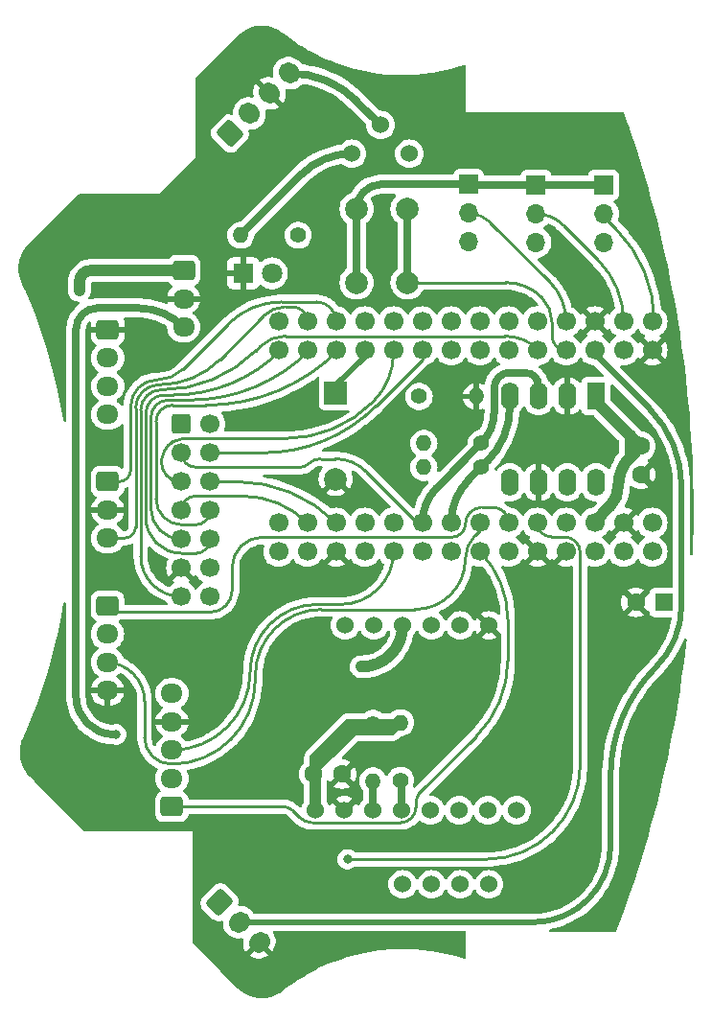
<source format=gbr>
%TF.GenerationSoftware,KiCad,Pcbnew,7.0.9*%
%TF.CreationDate,2025-05-06T13:26:41+09:00*%
%TF.ProjectId,Main_board,4d61696e-5f62-46f6-9172-642e6b696361,rev?*%
%TF.SameCoordinates,Original*%
%TF.FileFunction,Copper,L1,Top*%
%TF.FilePolarity,Positive*%
%FSLAX46Y46*%
G04 Gerber Fmt 4.6, Leading zero omitted, Abs format (unit mm)*
G04 Created by KiCad (PCBNEW 7.0.9) date 2025-05-06 13:26:41*
%MOMM*%
%LPD*%
G01*
G04 APERTURE LIST*
G04 Aperture macros list*
%AMRoundRect*
0 Rectangle with rounded corners*
0 $1 Rounding radius*
0 $2 $3 $4 $5 $6 $7 $8 $9 X,Y pos of 4 corners*
0 Add a 4 corners polygon primitive as box body*
4,1,4,$2,$3,$4,$5,$6,$7,$8,$9,$2,$3,0*
0 Add four circle primitives for the rounded corners*
1,1,$1+$1,$2,$3*
1,1,$1+$1,$4,$5*
1,1,$1+$1,$6,$7*
1,1,$1+$1,$8,$9*
0 Add four rect primitives between the rounded corners*
20,1,$1+$1,$2,$3,$4,$5,0*
20,1,$1+$1,$4,$5,$6,$7,0*
20,1,$1+$1,$6,$7,$8,$9,0*
20,1,$1+$1,$8,$9,$2,$3,0*%
%AMHorizOval*
0 Thick line with rounded ends*
0 $1 width*
0 $2 $3 position (X,Y) of the first rounded end (center of the circle)*
0 $4 $5 position (X,Y) of the second rounded end (center of the circle)*
0 Add line between two ends*
20,1,$1,$2,$3,$4,$5,0*
0 Add two circle primitives to create the rounded ends*
1,1,$1,$2,$3*
1,1,$1,$4,$5*%
G04 Aperture macros list end*
%TA.AperFunction,ComponentPad*%
%ADD10C,1.400000*%
%TD*%
%TA.AperFunction,ComponentPad*%
%ADD11O,1.400000X1.400000*%
%TD*%
%TA.AperFunction,ComponentPad*%
%ADD12R,1.700000X1.700000*%
%TD*%
%TA.AperFunction,ComponentPad*%
%ADD13O,1.700000X1.700000*%
%TD*%
%TA.AperFunction,ComponentPad*%
%ADD14R,1.800000X1.800000*%
%TD*%
%TA.AperFunction,ComponentPad*%
%ADD15C,1.800000*%
%TD*%
%TA.AperFunction,ComponentPad*%
%ADD16RoundRect,0.250000X-0.725000X0.600000X-0.725000X-0.600000X0.725000X-0.600000X0.725000X0.600000X0*%
%TD*%
%TA.AperFunction,ComponentPad*%
%ADD17O,1.950000X1.700000*%
%TD*%
%TA.AperFunction,ComponentPad*%
%ADD18C,1.600000*%
%TD*%
%TA.AperFunction,ComponentPad*%
%ADD19C,1.700000*%
%TD*%
%TA.AperFunction,ComponentPad*%
%ADD20C,1.524000*%
%TD*%
%TA.AperFunction,ComponentPad*%
%ADD21RoundRect,0.250000X-0.936916X-0.088388X-0.088388X-0.936916X0.936916X0.088388X0.088388X0.936916X0*%
%TD*%
%TA.AperFunction,ComponentPad*%
%ADD22HorizOval,1.700000X-0.088388X-0.088388X0.088388X0.088388X0*%
%TD*%
%TA.AperFunction,ComponentPad*%
%ADD23RoundRect,0.250000X0.094927X-0.936277X0.937511X-0.081845X-0.094927X0.936277X-0.937511X0.081845X0*%
%TD*%
%TA.AperFunction,ComponentPad*%
%ADD24HorizOval,1.700000X-0.089003X0.087769X0.089003X-0.087769X0*%
%TD*%
%TA.AperFunction,ComponentPad*%
%ADD25C,2.000000*%
%TD*%
%TA.AperFunction,ComponentPad*%
%ADD26R,1.600000X2.400000*%
%TD*%
%TA.AperFunction,ComponentPad*%
%ADD27O,1.600000X2.400000*%
%TD*%
%TA.AperFunction,ComponentPad*%
%ADD28RoundRect,0.250000X0.725000X-0.600000X0.725000X0.600000X-0.725000X0.600000X-0.725000X-0.600000X0*%
%TD*%
%TA.AperFunction,ComponentPad*%
%ADD29R,1.600000X1.600000*%
%TD*%
%TA.AperFunction,ComponentPad*%
%ADD30R,2.000000X2.000000*%
%TD*%
%TA.AperFunction,ComponentPad*%
%ADD31RoundRect,0.250000X-0.600000X-0.600000X0.600000X-0.600000X0.600000X0.600000X-0.600000X0.600000X0*%
%TD*%
%TA.AperFunction,ViaPad*%
%ADD32C,0.800000*%
%TD*%
%TA.AperFunction,Conductor*%
%ADD33C,0.700000*%
%TD*%
%TA.AperFunction,Conductor*%
%ADD34C,1.000000*%
%TD*%
%TA.AperFunction,Conductor*%
%ADD35C,0.500000*%
%TD*%
%TA.AperFunction,Conductor*%
%ADD36C,0.250000*%
%TD*%
G04 APERTURE END LIST*
D10*
%TO.P,R6,1*%
%TO.N,Net-(BZ1--)*%
X182530000Y-86080000D03*
D11*
%TO.P,R6,2*%
%TO.N,GND*%
X187610000Y-86080000D03*
%TD*%
D12*
%TO.P,D34,1,A*%
%TO.N,+3.3V*%
X198825000Y-67395000D03*
D13*
%TO.P,D34,2,B*%
%TO.N,T_SW1*%
X198825000Y-69935000D03*
%TO.P,D34,3*%
%TO.N,N/C*%
X198825000Y-72475000D03*
%TD*%
D14*
%TO.P,330,1,K*%
%TO.N,GND*%
X167000000Y-75200000D03*
D15*
%TO.P,330,2,A*%
%TO.N,Net-(D1-A)*%
X169540000Y-75200000D03*
%TD*%
D16*
%TO.P,LINE,1,Pin_1*%
%TO.N,TX_Line*%
X155000000Y-104560000D03*
D17*
%TO.P,LINE,2,Pin_2*%
%TO.N,+5V*%
X155000000Y-107060000D03*
%TO.P,LINE,3,Pin_3*%
%TO.N,RX_Line*%
X155000000Y-109560000D03*
%TO.P,LINE,4,Pin_4*%
%TO.N,GND*%
X155000000Y-112060000D03*
%TD*%
D18*
%TO.P,C3,1*%
%TO.N,GND*%
X202140000Y-92980000D03*
%TO.P,C3,2*%
%TO.N,+3.3V*%
X202140000Y-90480000D03*
%TD*%
D10*
%TO.P,R2,1*%
%TO.N,Gyro_SDA*%
X180900000Y-119970000D03*
D11*
%TO.P,R2,2*%
%TO.N,+3.3V*%
X180900000Y-114890000D03*
%TD*%
D19*
%TO.P,U1,1,GND*%
%TO.N,GND*%
X198060000Y-79460000D03*
X203140000Y-82000000D03*
X200600000Y-97240000D03*
X195520000Y-99780000D03*
X192980000Y-99780000D03*
X175200000Y-99780000D03*
%TO.P,U1,2,0_RX1_CRX2_CS1*%
%TO.N,unconnected-(U1-0_RX1_CRX2_CS1-Pad2)*%
X200600000Y-82000000D03*
%TO.P,U1,3,1_TX1_CTX2_MISO1*%
%TO.N,RX_MD*%
X198060000Y-82000000D03*
%TO.P,U1,4,2_OUT2*%
%TO.N,Gyro_reset*%
X195520000Y-82000000D03*
%TO.P,U1,5,3_LRCLK2*%
%TO.N,switch*%
X192980000Y-82000000D03*
%TO.P,U1,6,4_BCLK2*%
%TO.N,unconnected-(U1-4_BCLK2-Pad6)*%
X190440000Y-82000000D03*
%TO.P,U1,7,5_IN2*%
%TO.N,unconnected-(U1-5_IN2-Pad7)*%
X187900000Y-82000000D03*
%TO.P,U1,8,6_OUT1D*%
%TO.N,unconnected-(U1-6_OUT1D-Pad8)*%
X185360000Y-82000000D03*
%TO.P,U1,9,7_RX2_OUT1A*%
%TO.N,TX_Ball*%
X182820000Y-82000000D03*
%TO.P,U1,10,8_TX2_IN1*%
%TO.N,RX_Ball*%
X180280000Y-82000000D03*
%TO.P,U1,11,9_OUT1C*%
%TO.N,Net-(BZ1--)*%
X177740000Y-82000000D03*
%TO.P,U1,12,10_CS_MQSR*%
%TO.N,LCD-TeensyD10*%
X175200000Y-82000000D03*
%TO.P,U1,13,11_MOSI_CTX1*%
%TO.N,LCD-TeensyD11*%
X172660000Y-82000000D03*
%TO.P,U1,14,12_MISO_MQSL*%
%TO.N,LCD-TeensyD12*%
X170120000Y-82000000D03*
%TO.P,U1,15,VBAT*%
%TO.N,unconnected-(U1-VBAT-Pad15)*%
X170120000Y-79460000D03*
%TO.P,U1,18,PROGRAM*%
%TO.N,unconnected-(U1-PROGRAM-Pad18)*%
X172660000Y-99780000D03*
%TO.P,U1,19,ON_OFF*%
%TO.N,unconnected-(U1-ON_OFF-Pad19)*%
X170120000Y-99780000D03*
%TO.P,U1,20,13_SCK_CRX1_LED*%
%TO.N,CN1_Touch_sensor*%
X170120000Y-97240000D03*
%TO.P,U1,21,14_A0_TX3_SPDIF_OUT*%
%TO.N,RX_camera*%
X172660000Y-97240000D03*
%TO.P,U1,22,15_A1_RX3_SPDIF_IN*%
%TO.N,TX_camera*%
X175200000Y-97240000D03*
%TO.P,U1,23,16_A2_RX4_SCL1*%
%TO.N,Gyro_SCL*%
X177740000Y-97240000D03*
%TO.P,U1,24,17_A3_TX4_SDA1*%
%TO.N,Gyro_SDA*%
X180280000Y-97240000D03*
%TO.P,U1,25,18_A4_SDA0*%
%TO.N,SDA*%
X182820000Y-97240000D03*
%TO.P,U1,26,19_A5_SCL0*%
%TO.N,SCL*%
X185360000Y-97240000D03*
%TO.P,U1,27,20_A6_TX5_LRCLK1*%
%TO.N,RX_Line*%
X187900000Y-97240000D03*
%TO.P,U1,28,21_A7_RX5_BCLK1*%
%TO.N,TX_Line*%
X190440000Y-97240000D03*
%TO.P,U1,29,22_A8_CTX1*%
%TO.N,DA_SUB*%
X192980000Y-97240000D03*
%TO.P,U1,30,23_A9_CRX1_MCLK1*%
%TO.N,LINE_front*%
X195520000Y-97240000D03*
%TO.P,U1,31,3V3*%
%TO.N,+3.3V*%
X192980000Y-79460000D03*
X198060000Y-97240000D03*
X177740000Y-99780000D03*
%TO.P,U1,33,VIN*%
%TO.N,+5V*%
X203140000Y-97240000D03*
%TO.P,U1,34,VUSB*%
%TO.N,unconnected-(U1-VUSB-Pad34)*%
X203140000Y-99780000D03*
%TO.P,U1,35,24_A10_TX6_SCL2*%
%TO.N,RX_sub*%
X180280000Y-99780000D03*
%TO.P,U1,36,25_A11_RX6_SDA2*%
%TO.N,TX_sub*%
X187900000Y-99780000D03*
%TO.P,U1,37,26_A12_MOSI1*%
%TO.N,/02*%
X185360000Y-99780000D03*
%TO.P,U1,38,27_A13_SCK1*%
%TO.N,/01*%
X190440000Y-99780000D03*
%TO.P,U1,39,28_RX7*%
%TO.N,/Comm_TX*%
X182820000Y-99780000D03*
%TO.P,U1,40,29_TX7*%
%TO.N,/Comm_RX*%
X182820000Y-79460000D03*
%TO.P,U1,41,30_CRX3*%
%TO.N,FET2*%
X172660000Y-79460000D03*
%TO.P,U1,42,31_CTX3*%
%TO.N,unconnected-(U1-31_CTX3-Pad42)*%
X180280000Y-79460000D03*
%TO.P,U1,43,32_OUT1B*%
%TO.N,FET1*%
X175200000Y-79460000D03*
%TO.P,U1,44,33_MCLK2*%
%TO.N,unconnected-(U1-33_MCLK2-Pad44)*%
X177740000Y-79460000D03*
%TO.P,U1,45,34_DAT1_MISO2*%
%TO.N,T_SW1*%
X203140000Y-79460000D03*
%TO.P,U1,46,35_DAT0_MOSI2*%
%TO.N,T_SW2*%
X200600000Y-79460000D03*
%TO.P,U1,48,36_CLK_CS2*%
%TO.N,T_SW3*%
X195520000Y-79460000D03*
%TO.P,U1,50,37_CMD_SCK2*%
%TO.N,unconnected-(U1-37_CMD_SCK2-Pad50)*%
X190440000Y-79460000D03*
%TO.P,U1,51,38_DAT3_RX5*%
%TO.N,unconnected-(U1-38_DAT3_RX5-Pad51)*%
X187900000Y-79460000D03*
%TO.P,U1,52,39_DAT2_TX5*%
%TO.N,unconnected-(U1-39_DAT2_TX5-Pad52)*%
X185360000Y-79460000D03*
%TO.P,U1,53,D-*%
%TO.N,unconnected-(U1-D--Pad53)*%
X200600000Y-99780000D03*
%TO.P,U1,54,D+*%
%TO.N,unconnected-(U1-D+-Pad54)*%
X198060000Y-99780000D03*
%TD*%
D20*
%TO.P,103,1,1*%
%TO.N,+5V*%
X176590000Y-64640000D03*
%TO.P,103,2,2*%
%TO.N,LED1*%
X179130000Y-62100000D03*
%TO.P,103,3,3*%
%TO.N,unconnected-(RV1-Pad3)*%
X181670000Y-64640000D03*
%TD*%
D10*
%TO.P,R1,1*%
%TO.N,+3.3V*%
X178460000Y-114960000D03*
D11*
%TO.P,R1,2*%
%TO.N,Gyro_SCL*%
X178460000Y-120040000D03*
%TD*%
D21*
%TO.P,MD,1,Pin_1*%
%TO.N,+5V*%
X164893464Y-130741002D03*
D22*
%TO.P,MD,2,Pin_2*%
%TO.N,RX_MD*%
X166661231Y-132508769D03*
%TO.P,MD,3,Pin_3*%
%TO.N,GND*%
X168428998Y-134276536D03*
%TD*%
D20*
%TO.P,BNO1,1,VIN*%
%TO.N,+3.3V*%
X173370000Y-122620000D03*
%TO.P,BNO1,2,GND*%
%TO.N,GND*%
X175910000Y-122620000D03*
%TO.P,BNO1,3,SCL*%
%TO.N,Gyro_SCL*%
X178450000Y-122620000D03*
%TO.P,BNO1,4,SDA*%
%TO.N,Gyro_SDA*%
X180990000Y-122620000D03*
%TO.P,BNO1,5,ADD*%
%TO.N,unconnected-(BNO1-ADD-Pad5)*%
X183530000Y-122620000D03*
%TO.P,BNO1,6,INT*%
%TO.N,unconnected-(BNO1-INT-Pad6)*%
X186070000Y-122620000D03*
%TO.P,BNO1,7,BOOT*%
%TO.N,unconnected-(BNO1-BOOT-Pad7)*%
X188610000Y-122620000D03*
%TO.P,BNO1,8,RST*%
%TO.N,unconnected-(BNO1-RST-Pad8)*%
X191150000Y-122620000D03*
%TD*%
D12*
%TO.P,D36,1,A*%
%TO.N,+3.3V*%
X186915000Y-67365000D03*
D13*
%TO.P,D36,2,B*%
%TO.N,T_SW3*%
X186915000Y-69905000D03*
%TO.P,D36,3*%
%TO.N,N/C*%
X186915000Y-72445000D03*
%TD*%
D10*
%TO.P,10K,1*%
%TO.N,SCL*%
X188030000Y-92340000D03*
D11*
%TO.P,10K,2*%
%TO.N,+3.3V*%
X182950000Y-92340000D03*
%TD*%
D23*
%TO.P,Touch,1,Pin_1*%
%TO.N,CN1_Touch_sensor*%
X165793113Y-62871467D03*
D24*
%TO.P,Touch,2,Pin_2*%
%TO.N,+3.3V*%
X167548496Y-61091402D03*
%TO.P,Touch,3,Pin_3*%
%TO.N,GND*%
X169303878Y-59311337D03*
%TO.P,Touch,4,Pin_4*%
%TO.N,LED1*%
X171059261Y-57531272D03*
%TD*%
D25*
%TO.P,RST,1,1*%
%TO.N,+3.3V*%
X177010000Y-76020000D03*
X177010000Y-69520000D03*
%TO.P,RST,2,2*%
%TO.N,Gyro_reset*%
X181510000Y-76020000D03*
X181510000Y-69520000D03*
%TD*%
D26*
%TO.P,BNO055,1,VIN*%
%TO.N,+3.3V*%
X198170000Y-86045000D03*
D27*
%TO.P,BNO055,2,GND*%
%TO.N,GND*%
X195630000Y-86045000D03*
%TO.P,BNO055,3,SDA*%
%TO.N,SDA*%
X193090000Y-86045000D03*
%TO.P,BNO055,4,SCL*%
%TO.N,SCL*%
X190550000Y-86045000D03*
%TO.P,BNO055,5,VOUT*%
%TO.N,unconnected-(U2-VOUT-Pad5)*%
X190550000Y-93665000D03*
%TO.P,BNO055,6,GND*%
%TO.N,GND*%
X193090000Y-93665000D03*
%TO.P,BNO055,7,INT*%
%TO.N,unconnected-(U2-INT-Pad7)*%
X195630000Y-93665000D03*
%TO.P,BNO055,8,RESET*%
%TO.N,unconnected-(U2-RESET-Pad8)*%
X198170000Y-93665000D03*
%TD*%
D16*
%TO.P,Kicker,1,Pin_1*%
%TO.N,FET1*%
X155010000Y-93600000D03*
D17*
%TO.P,Kicker,2,Pin_2*%
%TO.N,GND*%
X155010000Y-96100000D03*
%TO.P,Kicker,3,Pin_3*%
%TO.N,FET2*%
X155010000Y-98600000D03*
%TD*%
D18*
%TO.P,C4,1*%
%TO.N,+3.3V*%
X173220000Y-119420000D03*
%TO.P,C4,2*%
%TO.N,GND*%
X175720000Y-119420000D03*
%TD*%
D28*
%TO.P,SUB,1,Pin_1*%
%TO.N,TX_sub*%
X160690000Y-122310000D03*
D17*
%TO.P,SUB,2,Pin_2*%
%TO.N,+5V*%
X160690000Y-119810000D03*
%TO.P,SUB,3,Pin_3*%
%TO.N,RX_sub*%
X160690000Y-117310000D03*
%TO.P,SUB,4,Pin_4*%
%TO.N,GND*%
X160690000Y-114810000D03*
%TO.P,SUB,5,Pin_5*%
%TO.N,DA_SUB*%
X160690000Y-112310000D03*
%TD*%
D20*
%TO.P,U3,1,02*%
%TO.N,/02*%
X181082113Y-129165680D03*
%TO.P,U3,2,01*%
%TO.N,/01*%
X183622113Y-129165680D03*
%TO.P,U3,3,RX*%
%TO.N,/Comm_RX*%
X186162113Y-129165680D03*
%TO.P,U3,4,TX*%
%TO.N,/Comm_TX*%
X188702113Y-129165680D03*
%TO.P,U3,5,D+*%
%TO.N,unconnected-(U3-D+-Pad5)*%
X176002113Y-106305680D03*
%TO.P,U3,6,D-*%
%TO.N,unconnected-(U3-D--Pad6)*%
X178542113Y-106305680D03*
%TO.P,U3,7,VIN*%
%TO.N,+12V*%
X181082113Y-106305680D03*
%TO.P,U3,8,LOGV*%
%TO.N,+3.3V*%
X183622113Y-106305680D03*
%TO.P,U3,9,3v3*%
%TO.N,unconnected-(U3-3v3-Pad9)*%
X186162113Y-106305680D03*
%TO.P,U3,10,GND*%
%TO.N,GND*%
X188702113Y-106305680D03*
%TD*%
D29*
%TO.P,C2,1*%
%TO.N,+5V*%
X204185113Y-104260000D03*
D18*
%TO.P,C2,2*%
%TO.N,GND*%
X201685113Y-104260000D03*
%TD*%
D10*
%TO.P,10K,1*%
%TO.N,SDA*%
X188030000Y-90210000D03*
D11*
%TO.P,10K,2*%
%TO.N,+3.3V*%
X182950000Y-90210000D03*
%TD*%
D16*
%TO.P,+12V,1,Pin_1*%
%TO.N,+5V*%
X161740000Y-74960000D03*
D17*
%TO.P,+12V,2,Pin_2*%
%TO.N,GND*%
X161740000Y-77460000D03*
%TO.P,+12V,3,Pin_3*%
%TO.N,+12V*%
X161740000Y-79960000D03*
%TD*%
D16*
%TO.P,LINE_front,1,Pin_1*%
%TO.N,GND*%
X155020000Y-80180000D03*
D17*
%TO.P,LINE_front,2,Pin_2*%
%TO.N,+3.3V*%
X155020000Y-82680000D03*
%TO.P,LINE_front,3,Pin_3*%
%TO.N,LINE_front*%
X155020000Y-85180000D03*
%TO.P,LINE_front,4,Pin_4*%
%TO.N,+5V*%
X155020000Y-87680000D03*
%TD*%
D12*
%TO.P,D35,1,A*%
%TO.N,+3.3V*%
X192875000Y-67415000D03*
D13*
%TO.P,D35,2,B*%
%TO.N,T_SW2*%
X192875000Y-69955000D03*
%TO.P,D35,3*%
%TO.N,N/C*%
X192875000Y-72495000D03*
%TD*%
D10*
%TO.P,R3,1*%
%TO.N,Net-(D1-A)*%
X171850000Y-71840000D03*
D11*
%TO.P,R3,2*%
%TO.N,+5V*%
X166770000Y-71840000D03*
%TD*%
D30*
%TO.P,BZ1,1,-*%
%TO.N,Net-(BZ1--)*%
X175160000Y-85770000D03*
D25*
%TO.P,BZ1,2,+*%
%TO.N,GND*%
X175160000Y-93370000D03*
%TD*%
D31*
%TO.P,J10,1,Pin_1*%
%TO.N,unconnected-(J10-Pin_1-Pad1)*%
X161530000Y-88520000D03*
D19*
%TO.P,J10,2,Pin_2*%
%TO.N,SCL*%
X164070000Y-88520000D03*
%TO.P,J10,3,Pin_3*%
%TO.N,SDA*%
X161530000Y-91060000D03*
%TO.P,J10,4,Pin_4*%
%TO.N,TX_Ball*%
X164070000Y-91060000D03*
%TO.P,J10,5,Pin_5*%
%TO.N,RX_Ball*%
X161530000Y-93600000D03*
%TO.P,J10,6,Pin_6*%
%TO.N,TX_camera*%
X164070000Y-93600000D03*
%TO.P,J10,7,Pin_7*%
%TO.N,RX_camera*%
X161530000Y-96140000D03*
%TO.P,J10,8,Pin_8*%
%TO.N,LCD-TeensyD10*%
X164070000Y-96140000D03*
%TO.P,J10,9,Pin_9*%
%TO.N,LCD-TeensyD11*%
X161530000Y-98680000D03*
%TO.P,J10,10,Pin_10*%
%TO.N,LCD-TeensyD12*%
X164070000Y-98680000D03*
%TO.P,J10,11,Pin_11*%
%TO.N,GND*%
X161530000Y-101220000D03*
%TO.P,J10,12,Pin_12*%
%TO.N,+3.3V*%
X164070000Y-101220000D03*
%TO.P,J10,13,Pin_13*%
%TO.N,switch*%
X161530000Y-103760000D03*
%TO.P,J10,14,Pin_14*%
%TO.N,+5V*%
X164070000Y-103760000D03*
%TD*%
D32*
%TO.N,GND*%
X202830000Y-84510000D03*
X177350000Y-94080000D03*
X155060000Y-90650000D03*
X199390000Y-132080000D03*
X157990000Y-69210000D03*
X185100000Y-120720000D03*
X186110000Y-108980000D03*
X201930000Y-116840000D03*
X200780000Y-110710000D03*
X159510000Y-100950000D03*
X164320000Y-119300000D03*
X167300000Y-130360000D03*
X155050000Y-114260000D03*
X188090000Y-104280000D03*
X155180000Y-101550000D03*
X172670000Y-88470000D03*
X172880000Y-112910000D03*
X176760000Y-62660000D03*
X178140000Y-117700000D03*
X156360000Y-76700000D03*
X195530000Y-102070000D03*
X181310000Y-93880000D03*
X176930000Y-90310000D03*
X185150000Y-86170000D03*
X167820000Y-100470000D03*
X166810000Y-121020000D03*
X185330000Y-90320000D03*
X171360000Y-59770000D03*
X157110000Y-117960000D03*
X157150000Y-83780000D03*
X157340000Y-108750000D03*
X157180000Y-79940000D03*
X191650000Y-108760000D03*
X179270000Y-72830000D03*
X191720000Y-120380000D03*
X191540000Y-91200000D03*
X198120000Y-101960000D03*
X197520000Y-76470000D03*
X178050000Y-102240000D03*
X198040000Y-89710000D03*
X190120000Y-124610000D03*
X157880000Y-103700000D03*
X158080000Y-73310000D03*
X150710000Y-82910000D03*
X164090000Y-114710000D03*
X192860000Y-129250000D03*
X163290000Y-111520000D03*
X188950000Y-109420000D03*
X150760000Y-109440000D03*
X161360000Y-72980000D03*
X201990000Y-95340000D03*
%TO.N,+5V*%
X152530000Y-76720000D03*
%TO.N,+12V*%
X155770000Y-115930000D03*
X177420000Y-109950000D03*
%TO.N,DA_SUB*%
X176220000Y-126950000D03*
%TD*%
D33*
%TO.N,+3.3V*%
X180830000Y-114960000D02*
X178460000Y-114960000D01*
X173220000Y-119250000D02*
X177580000Y-114890000D01*
X173220000Y-119420000D02*
X173220000Y-118600000D01*
X192895000Y-67395000D02*
X192875000Y-67415000D01*
X192875000Y-67415000D02*
X186965000Y-67415000D01*
D34*
X173340000Y-122590000D02*
X173340000Y-119540000D01*
D33*
X177580000Y-114890000D02*
X180900000Y-114890000D01*
X173220000Y-118600000D02*
X176170000Y-115650000D01*
X180140000Y-115650000D02*
X180900000Y-114890000D01*
X180160000Y-114890000D02*
X179430000Y-114890000D01*
D34*
X173370000Y-122620000D02*
X173340000Y-122590000D01*
D33*
X173220000Y-117950000D02*
X176210000Y-114960000D01*
X198825000Y-67395000D02*
X192895000Y-67395000D01*
D34*
X201135000Y-89475000D02*
X202140000Y-90480000D01*
D33*
X178530000Y-114890000D02*
X178460000Y-114960000D01*
X179430000Y-114890000D02*
X178530000Y-114890000D01*
X180900000Y-114890000D02*
X180160000Y-114890000D01*
X176280000Y-114890000D02*
X180900000Y-114890000D01*
X173220000Y-119420000D02*
X173220000Y-119250000D01*
X177740000Y-99780000D02*
X177740000Y-100060000D01*
X186965000Y-67415000D02*
X186915000Y-67365000D01*
X173220000Y-119420000D02*
X173220000Y-117950000D01*
D34*
X173340000Y-119540000D02*
X173220000Y-119420000D01*
D33*
X183622113Y-105942113D02*
X183622113Y-106305680D01*
D34*
X199375180Y-95804820D02*
X198060000Y-97120000D01*
D33*
X176170000Y-115650000D02*
X180140000Y-115650000D01*
D34*
X201185000Y-89525000D02*
X201185000Y-91435000D01*
D33*
X177010000Y-69520000D02*
X177010000Y-76020000D01*
X173220000Y-117950000D02*
X176280000Y-114890000D01*
X186915000Y-67365000D02*
X179164997Y-67365000D01*
D34*
X201135000Y-89475000D02*
X201185000Y-89525000D01*
X198170000Y-86045000D02*
X198170000Y-86510000D01*
X200140000Y-93957806D02*
X200140000Y-93958379D01*
X202140000Y-90480000D02*
X201185000Y-91435000D01*
X198170000Y-86510000D02*
X201135000Y-89475000D01*
X198060000Y-97120000D02*
X198060000Y-97240000D01*
D33*
X180900000Y-114890000D02*
X180830000Y-114960000D01*
X176210000Y-114960000D02*
X178460000Y-114960000D01*
D34*
X199375198Y-95804838D02*
G75*
G03*
X200140000Y-93958379I-1846498J1846438D01*
G01*
D33*
X179164997Y-67365000D02*
G75*
G03*
X177010000Y-69520000I3J-2155000D01*
G01*
D34*
X201185005Y-91435005D02*
G75*
G03*
X200140000Y-93957806I2522695J-2522795D01*
G01*
D33*
%TO.N,Gyro_SCL*%
X178450000Y-120050000D02*
X178460000Y-120040000D01*
X178450000Y-122620000D02*
X178450000Y-120050000D01*
%TO.N,Gyro_SDA*%
X180990000Y-122620000D02*
X180990000Y-120060000D01*
X180990000Y-120060000D02*
X180870000Y-119940000D01*
%TO.N,LED1*%
X177037595Y-60007595D02*
X179130000Y-62100000D01*
X177037591Y-60007599D02*
G75*
G03*
X171059261Y-57531272I-5978391J-5978401D01*
G01*
D34*
%TO.N,+5V*%
X152530000Y-76720000D02*
X152530771Y-76719229D01*
X153531732Y-74960000D02*
X161740000Y-74960000D01*
X152530771Y-76719229D02*
X152530771Y-75881359D01*
D33*
X172117373Y-66492627D02*
X166770000Y-71840000D01*
X176590000Y-64640018D02*
G75*
G03*
X172117373Y-66492627I0J-6325282D01*
G01*
D34*
X153531732Y-74960033D02*
G75*
G03*
X152530772Y-75881359I-32J-1004367D01*
G01*
D35*
%TO.N,RX_MD*%
X199450000Y-119649698D02*
X199450000Y-125678994D01*
X198060000Y-82000000D02*
X198060000Y-82340000D01*
X198060000Y-82340000D02*
X202875212Y-87155212D01*
X192620225Y-132508769D02*
X166661231Y-132508769D01*
X205720000Y-94023139D02*
X205720000Y-104512606D01*
X203444954Y-110005038D02*
G75*
G03*
X199450000Y-119649698I9644646J-9644662D01*
G01*
X192620225Y-132508800D02*
G75*
G03*
X199450000Y-125678994I-25J6829800D01*
G01*
X205719977Y-94023139D02*
G75*
G03*
X202875212Y-87155212I-9712677J39D01*
G01*
X203444960Y-110005044D02*
G75*
G03*
X205720000Y-104512606I-5492460J5492444D01*
G01*
D33*
%TO.N,+12V*%
X152220000Y-80181891D02*
X152220000Y-112558364D01*
X155591636Y-115930000D02*
X155770000Y-115930000D01*
X157659996Y-78270000D02*
X154131891Y-78270000D01*
D34*
X177420000Y-109950000D02*
X177437799Y-109950000D01*
D33*
X154131891Y-78270000D02*
G75*
G03*
X152220000Y-80181891I9J-1911900D01*
G01*
X152220000Y-112558364D02*
G75*
G03*
X155591636Y-115930000I3371600J-36D01*
G01*
X161740006Y-79959994D02*
G75*
G03*
X157659996Y-78270000I-4080006J-4080006D01*
G01*
D34*
X177437799Y-109950013D02*
G75*
G03*
X181082113Y-106305680I1J3644313D01*
G01*
D36*
%TO.N,FET1*%
X170403639Y-77730000D02*
X173470002Y-77730000D01*
X155010000Y-93600000D02*
X156040000Y-93600000D01*
X161678319Y-83671681D02*
X165651671Y-79698329D01*
X157040000Y-92600000D02*
X157040000Y-86997297D01*
X159437247Y-84600000D02*
G75*
G03*
X157040000Y-86997297I53J-2397300D01*
G01*
X159437247Y-84599964D02*
G75*
G03*
X161678318Y-83671680I-47J3169464D01*
G01*
X175200000Y-79460000D02*
G75*
G03*
X173470002Y-77730000I-1730000J0D01*
G01*
X170403639Y-77730028D02*
G75*
G03*
X165651671Y-79698329I-39J-6720272D01*
G01*
X156040000Y-93600000D02*
G75*
G03*
X157040000Y-92600000I0J1000000D01*
G01*
%TO.N,FET2*%
X156490000Y-98600000D02*
X155010000Y-98600000D01*
X168807074Y-78962926D02*
X164958385Y-82811615D01*
X157490000Y-87114397D02*
X157490000Y-97600000D01*
X171379998Y-78180000D02*
X170697225Y-78180000D01*
X156490000Y-98600000D02*
G75*
G03*
X157490000Y-97600000I0J1000000D01*
G01*
X159554402Y-85050000D02*
G75*
G03*
X157490000Y-87114397I-2J-2064400D01*
G01*
X172660000Y-79460000D02*
G75*
G03*
X171379998Y-78180000I-1280000J0D01*
G01*
X170697225Y-78180025D02*
G75*
G03*
X168807075Y-78962927I-25J-2673075D01*
G01*
X159554402Y-85050039D02*
G75*
G03*
X164958385Y-82811615I-2J7642339D01*
G01*
%TO.N,TX_Line*%
X164099441Y-105130000D02*
X155420000Y-105130000D01*
X189075002Y-95875000D02*
X188076549Y-95875000D01*
X166010000Y-103219441D02*
X166009982Y-101203627D01*
X155420000Y-105130000D02*
X154830000Y-104540000D01*
X190420000Y-97260000D02*
X190620000Y-97260000D01*
X185441545Y-98510000D02*
X168703586Y-98510000D01*
X190440000Y-97240000D02*
G75*
G03*
X189075002Y-95875000I-1365000J0D01*
G01*
X188076549Y-95875000D02*
G75*
G03*
X186630000Y-97321549I-49J-1446500D01*
G01*
X185441545Y-98510000D02*
G75*
G03*
X186630000Y-97321549I-45J1188500D01*
G01*
X168703586Y-98509982D02*
G75*
G03*
X166009982Y-101203627I14J-2693618D01*
G01*
X164099441Y-105130000D02*
G75*
G03*
X166010000Y-103219441I-41J1910600D01*
G01*
%TO.N,RX_Line*%
X187900000Y-97910000D02*
X187508091Y-98301909D01*
X182175952Y-104890000D02*
X173908558Y-104890000D01*
X158280000Y-116181257D02*
X158280000Y-112990002D01*
X168060000Y-111138738D02*
X168059998Y-110738597D01*
X187900000Y-97240000D02*
X187900000Y-97910000D01*
X154850000Y-109560000D02*
X154830000Y-109540000D01*
X160648743Y-118550000D02*
G75*
G03*
X168060000Y-111138738I-43J7411300D01*
G01*
X158280000Y-116181257D02*
G75*
G03*
X160648743Y-118550000I2368700J-43D01*
G01*
X187508073Y-98301891D02*
G75*
G03*
X186620000Y-100445949I2144027J-2144009D01*
G01*
X173908558Y-104889998D02*
G75*
G03*
X168059998Y-110738597I42J-5848602D01*
G01*
X158280000Y-112990002D02*
G75*
G03*
X154850000Y-109560000I-3430000J2D01*
G01*
X182175952Y-104890000D02*
G75*
G03*
X186620000Y-100445949I48J4444000D01*
G01*
%TO.N,TX_Ball*%
X178758937Y-86911063D02*
X182820000Y-82850000D01*
X182820000Y-82850000D02*
X182820000Y-82000000D01*
X164070000Y-91060000D02*
X168742517Y-91060000D01*
X182820000Y-82000000D02*
X182980000Y-82000000D01*
X182980000Y-82000000D02*
X183000000Y-82020000D01*
X168742517Y-91059999D02*
G75*
G03*
X178758937Y-86911063I-17J14165399D01*
G01*
%TO.N,RX_Ball*%
X160262552Y-93077453D02*
X160095076Y-92884176D01*
X159864055Y-91106581D02*
X159983359Y-90845342D01*
X160670974Y-93383193D02*
X160455829Y-93244929D01*
X159850570Y-92436401D02*
X159778518Y-92191018D01*
X161606417Y-89802272D02*
X161750013Y-89800000D01*
X160903606Y-93489432D02*
X160670974Y-93383193D01*
X159956810Y-92669032D02*
X159850570Y-92436401D01*
X160095076Y-92884176D02*
X159956810Y-92669032D01*
X159740000Y-91810007D02*
X159742273Y-91666411D01*
X160138627Y-90603740D02*
X160326698Y-90386694D01*
X161046587Y-89924053D02*
X161322147Y-89843142D01*
X159742121Y-91937878D02*
X159740000Y-91810007D01*
X161530000Y-93600000D02*
X161402129Y-93597879D01*
X159983359Y-90845342D02*
X160138627Y-90603740D01*
X159742273Y-91666411D02*
X159783144Y-91382141D01*
X159778518Y-92191018D02*
X159742121Y-91937878D01*
X160785347Y-90043356D02*
X161046587Y-89924053D01*
X161322147Y-89843142D02*
X161606417Y-89802272D01*
X160455829Y-93244929D02*
X160262552Y-93077453D01*
X160543745Y-90198623D02*
X160785347Y-90043356D01*
X161402129Y-93597879D02*
X161148989Y-93561483D01*
X161750013Y-89800000D02*
X170650590Y-89800000D01*
X180280000Y-82200000D02*
X180460000Y-82020000D01*
X161148989Y-93561483D02*
X160903606Y-93489432D01*
X159783144Y-91382141D02*
X159864055Y-91106581D01*
X160326698Y-90386694D02*
X160543745Y-90198623D01*
X178474392Y-86559210D02*
G75*
G03*
X180280000Y-82200000I-4359092J4359110D01*
G01*
X170650590Y-89799985D02*
G75*
G03*
X178474393Y-86559211I10J11064385D01*
G01*
%TO.N,TX_camera*%
X175220000Y-97260000D02*
X175380000Y-97260000D01*
X164070000Y-93600000D02*
X166383980Y-93600000D01*
X175220006Y-97259994D02*
G75*
G03*
X166383980Y-93600000I-8836006J-8836006D01*
G01*
%TO.N,RX_camera*%
X166934306Y-94880000D02*
X162790000Y-94880000D01*
X172840000Y-97260000D02*
X172680000Y-97260000D01*
X162790000Y-94880000D02*
G75*
G03*
X161530000Y-96140000I0J-1260000D01*
G01*
X172679996Y-97260004D02*
G75*
G03*
X166934306Y-94880000I-5745696J-5745496D01*
G01*
%TO.N,LCD-TeensyD10*%
X162789998Y-97420000D02*
X161587015Y-97420000D01*
X160752325Y-86850000D02*
X163719387Y-86850000D01*
X159290000Y-95122985D02*
X159290000Y-88312325D01*
X160752325Y-86850000D02*
G75*
G03*
X159290000Y-88312325I-25J-1462300D01*
G01*
X159290000Y-95122985D02*
G75*
G03*
X161587015Y-97420000I2297000J-15D01*
G01*
X163719387Y-86849978D02*
G75*
G03*
X175380000Y-82020000I13J16490578D01*
G01*
X162789998Y-97420000D02*
G75*
G03*
X164070000Y-96140000I2J1280000D01*
G01*
%TO.N,LCD-TeensyD11*%
X160367250Y-86400000D02*
X162265721Y-86400000D01*
X158840000Y-95989997D02*
X158840000Y-87927250D01*
X160367250Y-86400000D02*
G75*
G03*
X158840000Y-87927250I-50J-1527200D01*
G01*
X162265721Y-86400018D02*
G75*
G03*
X172840000Y-82020000I-21J14954318D01*
G01*
X158840000Y-95989997D02*
G75*
G03*
X161530000Y-98680000I2690000J-3D01*
G01*
%TO.N,LCD-TeensyD12*%
X162820000Y-99930000D02*
X161532542Y-99930000D01*
X158390000Y-96787458D02*
X158390000Y-87567035D01*
X160812144Y-85950000D02*
X160007076Y-85949986D01*
X162820000Y-99930000D02*
G75*
G03*
X164070000Y-98680000I0J1250000D01*
G01*
X158390000Y-96787458D02*
G75*
G03*
X161532542Y-99930000I3142500J-42D01*
G01*
X160007076Y-85950000D02*
G75*
G03*
X158390000Y-87567035I-76J-1617000D01*
G01*
X160812144Y-85950046D02*
G75*
G03*
X170300000Y-82020000I-44J13417846D01*
G01*
%TO.N,switch*%
X170707223Y-80750000D02*
X190093912Y-80750000D01*
X157940000Y-100169995D02*
X157940000Y-87297992D01*
X168123317Y-82026683D02*
X168475654Y-81674346D01*
X157940000Y-100169995D02*
G75*
G03*
X161530000Y-103760000I3590000J-5D01*
G01*
X159738024Y-85500004D02*
G75*
G03*
X168123316Y-82026682I-24J11858604D01*
G01*
X193159986Y-82020014D02*
G75*
G03*
X190093912Y-80750000I-3066086J-3066086D01*
G01*
X170707223Y-80750012D02*
G75*
G03*
X168475654Y-81674346I-23J-3155888D01*
G01*
X159738024Y-85500000D02*
G75*
G03*
X157940000Y-87297992I-24J-1798000D01*
G01*
D35*
%TO.N,Net-(BZ1--)*%
X175160000Y-85770000D02*
X175160000Y-85130000D01*
X177740000Y-82550000D02*
X177740000Y-82000000D01*
D33*
X175160000Y-85770000D02*
X175160000Y-85310000D01*
D35*
X175160000Y-85130000D02*
X177740000Y-82550000D01*
D36*
%TO.N,T_SW1*%
X199925880Y-71285880D02*
X198825000Y-70185000D01*
X198825000Y-70185000D02*
X198825000Y-69935000D01*
X203320007Y-79480000D02*
G75*
G03*
X199925880Y-71285880I-11588207J0D01*
G01*
%TO.N,T_SW2*%
X198358517Y-74048517D02*
X195247819Y-70937819D01*
X200599975Y-79460000D02*
G75*
G03*
X198358517Y-74048517I-7652875J100D01*
G01*
X195247837Y-70937801D02*
G75*
G03*
X192875000Y-69955000I-2372737J-2372799D01*
G01*
%TO.N,Gyro_reset*%
X190205960Y-76020000D02*
X181510000Y-76020000D01*
X194280000Y-80760004D02*
X194280000Y-79525481D01*
D33*
X181510000Y-69520000D02*
X181510000Y-76020000D01*
D36*
X194280020Y-79525481D02*
G75*
G03*
X193371027Y-77331029I-3103420J-19D01*
G01*
X193371038Y-77331018D02*
G75*
G03*
X190205960Y-76020000I-3165038J-3164982D01*
G01*
X194280000Y-80760004D02*
G75*
G03*
X195520000Y-82000000I1240000J4D01*
G01*
%TO.N,T_SW3*%
X194063377Y-75943377D02*
X188809854Y-70689854D01*
X195520023Y-79460000D02*
G75*
G03*
X194063377Y-75943377I-4973223J0D01*
G01*
X188809838Y-70689870D02*
G75*
G03*
X186915000Y-69905000I-1894838J-1894830D01*
G01*
D33*
%TO.N,SCL*%
X188556454Y-91813546D02*
X188140000Y-92230000D01*
X190550000Y-86045000D02*
X190550000Y-87000700D01*
X188030000Y-92340000D02*
X186936796Y-93433204D01*
X188556456Y-91813548D02*
G75*
G03*
X190550000Y-87000700I-4812856J4812848D01*
G01*
X186936787Y-93433195D02*
G75*
G03*
X185360000Y-97240000I3806713J-3806705D01*
G01*
D36*
%TO.N,SDA*%
X182840000Y-97260000D02*
X183000000Y-97260000D01*
X182390000Y-97260000D02*
X182840000Y-97260000D01*
D33*
X182820000Y-97240000D02*
X182840000Y-97260000D01*
D36*
X173832301Y-91590000D02*
X175154816Y-91590000D01*
D33*
X193090000Y-86045000D02*
X193090000Y-85157500D01*
X188030000Y-90210000D02*
X184106912Y-94133088D01*
D36*
X162799997Y-92330000D02*
X172045842Y-92330000D01*
D33*
X189160000Y-85367172D02*
X189160000Y-87481956D01*
D36*
X177826752Y-92696752D02*
X182390000Y-97260000D01*
D33*
X191902500Y-83970000D02*
X190557172Y-83970000D01*
D36*
X177826746Y-92696758D02*
G75*
G03*
X175154816Y-91590000I-2671946J-2671942D01*
G01*
X161530000Y-91060000D02*
G75*
G03*
X162799997Y-92330000I1270000J0D01*
G01*
X173832301Y-91589998D02*
G75*
G03*
X172752893Y-92037107I-1J-1526502D01*
G01*
D33*
X184106926Y-94133102D02*
G75*
G03*
X182820000Y-97240000I3106874J-3106898D01*
G01*
D36*
X172045842Y-92330019D02*
G75*
G03*
X172752893Y-92037107I-42J999919D01*
G01*
D33*
X193090000Y-85157500D02*
G75*
G03*
X191902500Y-83970000I-1187500J0D01*
G01*
X188030018Y-90210018D02*
G75*
G03*
X189160000Y-87481956I-2728018J2728018D01*
G01*
X190557172Y-83970000D02*
G75*
G03*
X189160000Y-85367172I28J-1397200D01*
G01*
D36*
%TO.N,DA_SUB*%
X195378645Y-98480000D02*
X194220002Y-98480000D01*
X196770000Y-118651323D02*
X196770000Y-99871355D01*
X176220000Y-126950000D02*
X188471323Y-126950000D01*
X196770000Y-99871355D02*
G75*
G03*
X195378645Y-98480000I-1391400J-45D01*
G01*
X192980000Y-97240000D02*
G75*
G03*
X194220002Y-98480000I1240000J0D01*
G01*
X188471323Y-126950000D02*
G75*
G03*
X196770000Y-118651323I-23J8298700D01*
G01*
%TO.N,TX_sub*%
X187599286Y-116080714D02*
X182545670Y-121134330D01*
X171906810Y-123216810D02*
X171292893Y-122602893D01*
X182252258Y-121745945D02*
X182252258Y-122367842D01*
X170585786Y-122310000D02*
X160690000Y-122310000D01*
X190370000Y-105743003D02*
X190370000Y-109391618D01*
X180913100Y-123707000D02*
X173090233Y-123707000D01*
X171906796Y-123216824D02*
G75*
G03*
X173090233Y-123707000I1183404J1183424D01*
G01*
X171292900Y-122602886D02*
G75*
G03*
X170585786Y-122310000I-707100J-707114D01*
G01*
X190369984Y-105743003D02*
G75*
G03*
X187899999Y-99780001I-8432884J3D01*
G01*
X180913100Y-123706958D02*
G75*
G03*
X182252258Y-122367842I0J1339158D01*
G01*
X182545679Y-121134339D02*
G75*
G03*
X182252258Y-121745945I723021J-723061D01*
G01*
X187599275Y-116080703D02*
G75*
G03*
X190370000Y-109391618I-6689075J6689103D01*
G01*
%TO.N,RX_sub*%
X173560006Y-104440000D02*
X175619999Y-104440000D01*
X173560006Y-104440000D02*
G75*
G03*
X167610000Y-110390008I-6J-5950000D01*
G01*
X175619999Y-104440000D02*
G75*
G03*
X180280000Y-99780000I1J4660000D01*
G01*
X160690000Y-117310000D02*
G75*
G03*
X167610000Y-110390008I0J6920000D01*
G01*
%TD*%
%TA.AperFunction,Conductor*%
%TO.N,GND*%
G36*
X153464342Y-79456649D02*
G01*
X153520273Y-79498525D01*
X153544685Y-79563991D01*
X153545000Y-79572828D01*
X153545000Y-79930000D01*
X154616031Y-79930000D01*
X154583481Y-79980649D01*
X154545000Y-80111705D01*
X154545000Y-80248295D01*
X154583481Y-80379351D01*
X154616031Y-80430000D01*
X153545001Y-80430000D01*
X153545001Y-80829986D01*
X153555494Y-80932697D01*
X153610641Y-81099119D01*
X153610643Y-81099124D01*
X153702684Y-81248345D01*
X153826654Y-81372315D01*
X153981484Y-81467815D01*
X154028208Y-81519763D01*
X154039431Y-81588726D01*
X154011587Y-81652808D01*
X154004069Y-81661035D01*
X153856501Y-81808603D01*
X153856501Y-81808604D01*
X153720967Y-82002165D01*
X153720965Y-82002169D01*
X153621098Y-82216335D01*
X153621094Y-82216344D01*
X153559938Y-82444586D01*
X153559936Y-82444596D01*
X153539341Y-82679999D01*
X153539341Y-82680000D01*
X153559936Y-82915403D01*
X153559938Y-82915413D01*
X153621094Y-83143655D01*
X153621096Y-83143659D01*
X153621097Y-83143663D01*
X153662259Y-83231934D01*
X153720964Y-83357828D01*
X153720965Y-83357830D01*
X153856505Y-83551402D01*
X154023597Y-83718494D01*
X154180595Y-83828425D01*
X154224220Y-83883002D01*
X154231414Y-83952500D01*
X154199891Y-84014855D01*
X154180595Y-84031575D01*
X154023597Y-84141505D01*
X153856506Y-84308597D01*
X153856501Y-84308604D01*
X153720967Y-84502165D01*
X153720965Y-84502169D01*
X153621098Y-84716335D01*
X153621094Y-84716344D01*
X153559938Y-84944586D01*
X153559936Y-84944596D01*
X153539341Y-85179999D01*
X153539341Y-85180000D01*
X153559936Y-85415403D01*
X153559938Y-85415413D01*
X153621094Y-85643655D01*
X153621096Y-85643659D01*
X153621097Y-85643663D01*
X153655462Y-85717359D01*
X153720964Y-85857828D01*
X153720965Y-85857830D01*
X153856505Y-86051402D01*
X154023597Y-86218494D01*
X154180595Y-86328425D01*
X154224220Y-86383002D01*
X154231414Y-86452500D01*
X154199891Y-86514855D01*
X154180595Y-86531575D01*
X154023597Y-86641505D01*
X153856506Y-86808597D01*
X153856501Y-86808604D01*
X153720967Y-87002165D01*
X153720965Y-87002169D01*
X153621098Y-87216335D01*
X153621094Y-87216344D01*
X153559938Y-87444586D01*
X153559936Y-87444596D01*
X153539341Y-87679999D01*
X153539341Y-87680000D01*
X153559936Y-87915403D01*
X153559938Y-87915413D01*
X153621094Y-88143655D01*
X153621096Y-88143659D01*
X153621097Y-88143663D01*
X153651006Y-88207802D01*
X153720964Y-88357828D01*
X153720965Y-88357830D01*
X153856505Y-88551402D01*
X154023597Y-88718494D01*
X154217169Y-88854034D01*
X154217171Y-88854035D01*
X154431337Y-88953903D01*
X154659592Y-89015063D01*
X154836034Y-89030500D01*
X155203966Y-89030500D01*
X155380408Y-89015063D01*
X155608663Y-88953903D01*
X155822829Y-88854035D01*
X156016401Y-88718495D01*
X156183495Y-88551401D01*
X156188924Y-88543646D01*
X156243499Y-88500022D01*
X156312997Y-88492827D01*
X156375353Y-88524347D01*
X156410768Y-88584576D01*
X156414500Y-88614769D01*
X156414500Y-92318770D01*
X156394815Y-92385809D01*
X156342011Y-92431564D01*
X156272853Y-92441508D01*
X156209297Y-92412483D01*
X156204066Y-92407613D01*
X156203658Y-92407290D01*
X156203656Y-92407288D01*
X156089218Y-92336702D01*
X156054336Y-92315187D01*
X156054331Y-92315185D01*
X156024192Y-92305198D01*
X155887797Y-92260001D01*
X155887795Y-92260000D01*
X155785010Y-92249500D01*
X154234998Y-92249500D01*
X154234981Y-92249501D01*
X154132203Y-92260000D01*
X154132200Y-92260001D01*
X153965668Y-92315185D01*
X153965663Y-92315187D01*
X153816342Y-92407289D01*
X153692289Y-92531342D01*
X153600187Y-92680663D01*
X153600185Y-92680668D01*
X153582710Y-92733405D01*
X153545001Y-92847203D01*
X153545001Y-92847204D01*
X153545000Y-92847204D01*
X153534500Y-92949983D01*
X153534500Y-94250001D01*
X153534501Y-94250018D01*
X153545000Y-94352796D01*
X153545001Y-94352799D01*
X153584303Y-94471402D01*
X153600186Y-94519334D01*
X153692288Y-94668656D01*
X153816344Y-94792712D01*
X153913751Y-94852793D01*
X153971558Y-94888448D01*
X154018283Y-94940396D01*
X154029506Y-95009358D01*
X154001663Y-95073441D01*
X153994144Y-95081668D01*
X153846891Y-95228921D01*
X153711399Y-95422421D01*
X153611570Y-95636507D01*
X153611567Y-95636513D01*
X153554364Y-95849999D01*
X153554364Y-95850000D01*
X154606031Y-95850000D01*
X154573481Y-95900649D01*
X154535000Y-96031705D01*
X154535000Y-96168295D01*
X154573481Y-96299351D01*
X154606031Y-96350000D01*
X153554364Y-96350000D01*
X153611567Y-96563486D01*
X153611570Y-96563492D01*
X153711399Y-96777577D01*
X153711400Y-96777579D01*
X153846886Y-96971073D01*
X153846891Y-96971079D01*
X154013920Y-97138108D01*
X154013926Y-97138113D01*
X154171031Y-97248119D01*
X154214656Y-97302696D01*
X154221850Y-97372194D01*
X154190327Y-97434549D01*
X154171032Y-97451269D01*
X154013594Y-97561508D01*
X153846506Y-97728597D01*
X153846501Y-97728604D01*
X153710967Y-97922165D01*
X153710965Y-97922169D01*
X153611098Y-98136335D01*
X153611094Y-98136344D01*
X153549938Y-98364586D01*
X153549936Y-98364596D01*
X153529341Y-98599999D01*
X153529341Y-98600000D01*
X153549936Y-98835403D01*
X153549938Y-98835413D01*
X153611094Y-99063655D01*
X153611096Y-99063659D01*
X153611097Y-99063663D01*
X153652714Y-99152910D01*
X153710964Y-99277828D01*
X153710965Y-99277830D01*
X153846505Y-99471402D01*
X154013597Y-99638494D01*
X154207169Y-99774034D01*
X154207171Y-99774035D01*
X154421337Y-99873903D01*
X154649592Y-99935063D01*
X154826034Y-99950500D01*
X155193966Y-99950500D01*
X155370408Y-99935063D01*
X155598663Y-99873903D01*
X155812829Y-99774035D01*
X156006401Y-99638495D01*
X156173495Y-99471401D01*
X156308652Y-99278377D01*
X156363229Y-99234752D01*
X156410227Y-99225500D01*
X156606257Y-99225500D01*
X156606258Y-99225500D01*
X156836407Y-99192409D01*
X157059505Y-99126902D01*
X157138988Y-99090602D01*
X157208147Y-99080659D01*
X157271702Y-99109684D01*
X157309477Y-99168462D01*
X157314500Y-99203397D01*
X157314500Y-100094045D01*
X157314500Y-100169994D01*
X157314500Y-100364889D01*
X157322026Y-100446109D01*
X157350462Y-100753006D01*
X157350463Y-100753007D01*
X157350464Y-100753015D01*
X157422087Y-101136167D01*
X157422089Y-101136174D01*
X157422088Y-101136174D01*
X157528757Y-101511073D01*
X157528758Y-101511076D01*
X157669565Y-101874544D01*
X157843309Y-102223469D01*
X157945256Y-102388119D01*
X158048510Y-102554881D01*
X158283392Y-102865917D01*
X158283408Y-102865936D01*
X158342736Y-102931015D01*
X158546005Y-103153991D01*
X158704474Y-103298454D01*
X158834059Y-103416587D01*
X158834062Y-103416589D01*
X158834063Y-103416590D01*
X158913771Y-103476783D01*
X159145113Y-103651486D01*
X159145120Y-103651490D01*
X159145121Y-103651491D01*
X159476526Y-103856688D01*
X159825451Y-104030432D01*
X160188918Y-104171240D01*
X160188947Y-104171248D01*
X160189079Y-104171293D01*
X160189106Y-104171312D01*
X160191589Y-104172274D01*
X160191354Y-104172879D01*
X160246392Y-104211257D01*
X160262066Y-104236464D01*
X160302090Y-104322296D01*
X160304795Y-104328095D01*
X160315287Y-104397172D01*
X160286768Y-104460956D01*
X160228291Y-104499196D01*
X160192413Y-104504500D01*
X156599499Y-104504500D01*
X156532460Y-104484815D01*
X156486705Y-104432011D01*
X156475499Y-104380500D01*
X156475499Y-103909998D01*
X156475498Y-103909981D01*
X156464999Y-103807203D01*
X156464998Y-103807200D01*
X156461583Y-103796893D01*
X156409814Y-103640666D01*
X156317712Y-103491344D01*
X156193656Y-103367288D01*
X156082058Y-103298454D01*
X156044336Y-103275187D01*
X156044331Y-103275185D01*
X156042862Y-103274698D01*
X155877797Y-103220001D01*
X155877795Y-103220000D01*
X155775010Y-103209500D01*
X154224998Y-103209500D01*
X154224981Y-103209501D01*
X154122203Y-103220000D01*
X154122200Y-103220001D01*
X153955668Y-103275185D01*
X153955663Y-103275187D01*
X153806342Y-103367289D01*
X153682289Y-103491342D01*
X153590187Y-103640663D01*
X153590185Y-103640668D01*
X153563789Y-103720327D01*
X153535001Y-103807203D01*
X153535001Y-103807204D01*
X153535000Y-103807204D01*
X153524500Y-103909983D01*
X153524500Y-105210001D01*
X153524501Y-105210018D01*
X153535000Y-105312796D01*
X153535001Y-105312799D01*
X153590185Y-105479331D01*
X153590187Y-105479336D01*
X153605272Y-105503793D01*
X153669233Y-105607491D01*
X153682289Y-105628657D01*
X153806344Y-105752712D01*
X153961120Y-105848178D01*
X154007845Y-105900126D01*
X154019068Y-105969088D01*
X153991224Y-106033171D01*
X153983706Y-106041398D01*
X153836501Y-106188603D01*
X153836501Y-106188604D01*
X153700967Y-106382165D01*
X153700965Y-106382169D01*
X153601098Y-106596335D01*
X153601094Y-106596344D01*
X153539938Y-106824586D01*
X153539936Y-106824596D01*
X153519341Y-107059999D01*
X153519341Y-107060000D01*
X153539936Y-107295403D01*
X153539938Y-107295413D01*
X153601094Y-107523655D01*
X153601096Y-107523659D01*
X153601097Y-107523663D01*
X153615127Y-107553750D01*
X153700964Y-107737828D01*
X153700965Y-107737830D01*
X153836505Y-107931402D01*
X154003597Y-108098494D01*
X154160595Y-108208425D01*
X154204220Y-108263002D01*
X154211414Y-108332500D01*
X154179891Y-108394855D01*
X154160595Y-108411575D01*
X154003597Y-108521505D01*
X153836506Y-108688597D01*
X153836501Y-108688604D01*
X153700967Y-108882165D01*
X153700965Y-108882169D01*
X153601098Y-109096335D01*
X153601094Y-109096344D01*
X153539938Y-109324586D01*
X153539936Y-109324596D01*
X153519341Y-109559999D01*
X153519341Y-109560000D01*
X153539936Y-109795403D01*
X153539938Y-109795413D01*
X153601094Y-110023655D01*
X153601096Y-110023659D01*
X153601097Y-110023663D01*
X153645678Y-110119266D01*
X153700964Y-110237828D01*
X153700965Y-110237830D01*
X153836505Y-110431402D01*
X154003597Y-110598494D01*
X154161031Y-110708730D01*
X154204656Y-110763307D01*
X154211850Y-110832805D01*
X154180327Y-110895160D01*
X154161032Y-110911880D01*
X154003922Y-111021890D01*
X154003920Y-111021891D01*
X153836894Y-111188917D01*
X153701399Y-111382421D01*
X153601570Y-111596507D01*
X153601567Y-111596513D01*
X153544364Y-111809999D01*
X153544364Y-111810000D01*
X154596031Y-111810000D01*
X154563481Y-111860649D01*
X154525000Y-111991705D01*
X154525000Y-112128295D01*
X154563481Y-112259351D01*
X154596031Y-112310000D01*
X153544364Y-112310000D01*
X153601567Y-112523486D01*
X153601570Y-112523492D01*
X153701399Y-112737577D01*
X153701400Y-112737579D01*
X153836886Y-112931073D01*
X153836891Y-112931079D01*
X154003920Y-113098108D01*
X154003926Y-113098113D01*
X154197420Y-113233599D01*
X154197422Y-113233600D01*
X154411507Y-113333429D01*
X154411516Y-113333433D01*
X154639678Y-113394568D01*
X154750000Y-113404219D01*
X154750000Y-112468018D01*
X154864801Y-112520446D01*
X154966025Y-112535000D01*
X155033975Y-112535000D01*
X155135199Y-112520446D01*
X155250000Y-112468018D01*
X155250000Y-113404219D01*
X155360320Y-113394568D01*
X155360323Y-113394568D01*
X155588483Y-113333433D01*
X155588492Y-113333429D01*
X155802577Y-113233600D01*
X155802579Y-113233599D01*
X155996073Y-113098113D01*
X155996079Y-113098108D01*
X156163105Y-112931082D01*
X156298600Y-112737578D01*
X156398429Y-112523492D01*
X156398432Y-112523486D01*
X156455636Y-112310000D01*
X155403969Y-112310000D01*
X155436519Y-112259351D01*
X155475000Y-112128295D01*
X155475000Y-111991705D01*
X155436519Y-111860649D01*
X155403969Y-111810000D01*
X156455636Y-111810000D01*
X156455635Y-111809999D01*
X156398432Y-111596513D01*
X156398429Y-111596507D01*
X156298600Y-111382422D01*
X156298599Y-111382420D01*
X156163113Y-111188926D01*
X156163108Y-111188920D01*
X155996079Y-111021891D01*
X155996073Y-111021886D01*
X155838967Y-110911880D01*
X155795342Y-110857303D01*
X155788148Y-110787805D01*
X155819671Y-110725450D01*
X155838960Y-110708735D01*
X155996401Y-110598495D01*
X156042597Y-110552298D01*
X156103919Y-110518813D01*
X156173610Y-110523797D01*
X156190256Y-110531449D01*
X156199935Y-110536799D01*
X156339033Y-110613676D01*
X156344925Y-110617378D01*
X156595735Y-110795337D01*
X156601175Y-110799675D01*
X156830483Y-111004598D01*
X156835403Y-111009518D01*
X157040330Y-111238831D01*
X157044659Y-111244260D01*
X157222624Y-111495078D01*
X157226321Y-111500961D01*
X157375084Y-111770128D01*
X157378103Y-111776397D01*
X157495785Y-112060509D01*
X157498082Y-112067073D01*
X157500249Y-112074592D01*
X157583221Y-112362595D01*
X157584769Y-112369378D01*
X157636282Y-112672560D01*
X157637061Y-112679475D01*
X157654402Y-112988266D01*
X157654500Y-112991743D01*
X157654500Y-116181246D01*
X157654497Y-116338165D01*
X157654497Y-116338167D01*
X157685392Y-116632165D01*
X157687298Y-116650296D01*
X157700870Y-116714151D01*
X157752548Y-116957289D01*
X157849525Y-117255768D01*
X157896672Y-117361663D01*
X157961853Y-117508066D01*
X157977177Y-117542483D01*
X157977177Y-117542484D01*
X158134100Y-117814286D01*
X158318566Y-118068184D01*
X158318571Y-118068189D01*
X158318572Y-118068191D01*
X158528575Y-118301425D01*
X158761806Y-118511425D01*
X158761815Y-118511433D01*
X158954362Y-118651325D01*
X159015716Y-118695901D01*
X159287516Y-118852823D01*
X159378074Y-118893141D01*
X159431311Y-118938389D01*
X159451633Y-119005238D01*
X159432589Y-119072462D01*
X159429215Y-119077542D01*
X159390964Y-119132171D01*
X159291098Y-119346335D01*
X159291094Y-119346344D01*
X159229938Y-119574586D01*
X159229936Y-119574596D01*
X159209341Y-119809999D01*
X159209341Y-119810000D01*
X159229936Y-120045403D01*
X159229938Y-120045413D01*
X159291094Y-120273655D01*
X159291096Y-120273659D01*
X159291097Y-120273663D01*
X159323134Y-120342366D01*
X159390964Y-120487828D01*
X159390965Y-120487830D01*
X159526505Y-120681402D01*
X159673704Y-120828601D01*
X159707189Y-120889924D01*
X159702205Y-120959616D01*
X159660333Y-121015549D01*
X159651120Y-121021820D01*
X159496347Y-121117285D01*
X159496343Y-121117288D01*
X159372289Y-121241342D01*
X159280187Y-121390663D01*
X159280186Y-121390666D01*
X159225001Y-121557203D01*
X159225001Y-121557204D01*
X159225000Y-121557204D01*
X159214500Y-121659983D01*
X159214500Y-122960001D01*
X159214501Y-122960018D01*
X159225000Y-123062796D01*
X159225001Y-123062799D01*
X159280185Y-123229331D01*
X159280187Y-123229336D01*
X159295194Y-123253666D01*
X159372288Y-123378656D01*
X159496344Y-123502712D01*
X159645666Y-123594814D01*
X159812203Y-123649999D01*
X159914991Y-123660500D01*
X161465008Y-123660499D01*
X161567797Y-123649999D01*
X161734334Y-123594814D01*
X161883656Y-123502712D01*
X162007712Y-123378656D01*
X162099814Y-123229334D01*
X162154999Y-123062797D01*
X162156623Y-123046898D01*
X162183018Y-122982207D01*
X162240198Y-122942055D01*
X162279981Y-122935500D01*
X170509841Y-122935500D01*
X170509845Y-122935501D01*
X170581729Y-122935500D01*
X170589827Y-122936030D01*
X170666536Y-122946129D01*
X170697803Y-122954506D01*
X170757963Y-122979424D01*
X170785997Y-122995609D01*
X170847319Y-123042662D01*
X170853421Y-123048013D01*
X170866473Y-123061064D01*
X171034741Y-123229331D01*
X171408471Y-123603061D01*
X171408492Y-123603084D01*
X171429132Y-123623724D01*
X171429164Y-123623783D01*
X171555802Y-123750421D01*
X171555804Y-123750422D01*
X171757701Y-123911425D01*
X171976355Y-124048811D01*
X172209016Y-124160851D01*
X172209019Y-124160852D01*
X172209021Y-124160853D01*
X172262062Y-124179411D01*
X172452759Y-124246136D01*
X172452768Y-124246138D01*
X172704502Y-124303592D01*
X172704508Y-124303592D01*
X172704519Y-124303595D01*
X172961129Y-124332503D01*
X173090245Y-124332500D01*
X180837151Y-124332500D01*
X180913100Y-124332500D01*
X180952450Y-124332500D01*
X180953750Y-124332500D01*
X180955070Y-124332458D01*
X181041868Y-124332459D01*
X181297201Y-124298844D01*
X181545962Y-124232190D01*
X181545974Y-124232184D01*
X181545977Y-124232184D01*
X181718193Y-124160851D01*
X181783895Y-124133637D01*
X182006929Y-124004872D01*
X182211248Y-123848097D01*
X182393356Y-123665994D01*
X182479734Y-123553428D01*
X182536162Y-123512226D01*
X182605908Y-123508073D01*
X182665789Y-123541235D01*
X182715378Y-123590824D01*
X182715384Y-123590829D01*
X182896333Y-123717531D01*
X182896335Y-123717532D01*
X182896338Y-123717534D01*
X183096550Y-123810894D01*
X183309932Y-123868070D01*
X183467123Y-123881822D01*
X183529998Y-123887323D01*
X183530000Y-123887323D01*
X183530002Y-123887323D01*
X183585017Y-123882509D01*
X183750068Y-123868070D01*
X183963450Y-123810894D01*
X184163662Y-123717534D01*
X184344620Y-123590826D01*
X184500826Y-123434620D01*
X184627534Y-123253662D01*
X184687618Y-123124811D01*
X184733790Y-123072371D01*
X184800983Y-123053219D01*
X184867865Y-123073435D01*
X184912382Y-123124811D01*
X184972464Y-123253658D01*
X184972468Y-123253666D01*
X185099170Y-123434615D01*
X185099175Y-123434621D01*
X185255378Y-123590824D01*
X185255384Y-123590829D01*
X185436333Y-123717531D01*
X185436335Y-123717532D01*
X185436338Y-123717534D01*
X185636550Y-123810894D01*
X185849932Y-123868070D01*
X186007123Y-123881822D01*
X186069998Y-123887323D01*
X186070000Y-123887323D01*
X186070002Y-123887323D01*
X186125017Y-123882509D01*
X186290068Y-123868070D01*
X186503450Y-123810894D01*
X186703662Y-123717534D01*
X186884620Y-123590826D01*
X187040826Y-123434620D01*
X187167534Y-123253662D01*
X187227618Y-123124811D01*
X187273790Y-123072371D01*
X187340983Y-123053219D01*
X187407865Y-123073435D01*
X187452382Y-123124811D01*
X187512464Y-123253658D01*
X187512468Y-123253666D01*
X187639170Y-123434615D01*
X187639175Y-123434621D01*
X187795378Y-123590824D01*
X187795384Y-123590829D01*
X187976333Y-123717531D01*
X187976335Y-123717532D01*
X187976338Y-123717534D01*
X188176550Y-123810894D01*
X188389932Y-123868070D01*
X188547123Y-123881822D01*
X188609998Y-123887323D01*
X188610000Y-123887323D01*
X188610002Y-123887323D01*
X188665017Y-123882509D01*
X188830068Y-123868070D01*
X189043450Y-123810894D01*
X189243662Y-123717534D01*
X189424620Y-123590826D01*
X189580826Y-123434620D01*
X189707534Y-123253662D01*
X189767618Y-123124811D01*
X189813790Y-123072371D01*
X189880983Y-123053219D01*
X189947865Y-123073435D01*
X189992382Y-123124811D01*
X190052464Y-123253658D01*
X190052468Y-123253666D01*
X190179170Y-123434615D01*
X190179175Y-123434621D01*
X190335378Y-123590824D01*
X190335384Y-123590829D01*
X190516333Y-123717531D01*
X190516335Y-123717532D01*
X190516338Y-123717534D01*
X190716550Y-123810894D01*
X190929932Y-123868070D01*
X191087123Y-123881822D01*
X191149998Y-123887323D01*
X191150000Y-123887323D01*
X191150002Y-123887323D01*
X191205017Y-123882509D01*
X191370068Y-123868070D01*
X191583450Y-123810894D01*
X191783662Y-123717534D01*
X191964620Y-123590826D01*
X192120826Y-123434620D01*
X192247534Y-123253662D01*
X192340894Y-123053450D01*
X192398070Y-122840068D01*
X192417323Y-122620000D01*
X192414532Y-122588102D01*
X192403748Y-122464838D01*
X192398070Y-122399932D01*
X192340894Y-122186550D01*
X192247534Y-121986339D01*
X192151367Y-121848997D01*
X192120827Y-121805381D01*
X192081263Y-121765817D01*
X191964620Y-121649174D01*
X191964616Y-121649171D01*
X191964615Y-121649170D01*
X191783666Y-121522468D01*
X191783662Y-121522466D01*
X191783660Y-121522465D01*
X191583450Y-121429106D01*
X191583447Y-121429105D01*
X191583445Y-121429104D01*
X191370070Y-121371930D01*
X191370062Y-121371929D01*
X191150002Y-121352677D01*
X191149998Y-121352677D01*
X190929937Y-121371929D01*
X190929929Y-121371930D01*
X190716554Y-121429104D01*
X190716548Y-121429107D01*
X190516340Y-121522465D01*
X190516338Y-121522466D01*
X190335377Y-121649175D01*
X190179175Y-121805377D01*
X190052466Y-121986338D01*
X190052465Y-121986340D01*
X189992382Y-122115189D01*
X189946209Y-122167628D01*
X189879016Y-122186780D01*
X189812135Y-122166564D01*
X189767618Y-122115189D01*
X189707652Y-121986593D01*
X189707534Y-121986339D01*
X189611367Y-121848997D01*
X189580827Y-121805381D01*
X189541263Y-121765817D01*
X189424620Y-121649174D01*
X189424616Y-121649171D01*
X189424615Y-121649170D01*
X189243666Y-121522468D01*
X189243662Y-121522466D01*
X189243660Y-121522465D01*
X189043450Y-121429106D01*
X189043447Y-121429105D01*
X189043445Y-121429104D01*
X188830070Y-121371930D01*
X188830062Y-121371929D01*
X188610002Y-121352677D01*
X188609998Y-121352677D01*
X188389937Y-121371929D01*
X188389929Y-121371930D01*
X188176554Y-121429104D01*
X188176548Y-121429107D01*
X187976340Y-121522465D01*
X187976338Y-121522466D01*
X187795377Y-121649175D01*
X187639175Y-121805377D01*
X187512466Y-121986338D01*
X187512465Y-121986340D01*
X187452382Y-122115189D01*
X187406209Y-122167628D01*
X187339016Y-122186780D01*
X187272135Y-122166564D01*
X187227618Y-122115189D01*
X187167652Y-121986593D01*
X187167534Y-121986339D01*
X187071367Y-121848997D01*
X187040827Y-121805381D01*
X187001263Y-121765817D01*
X186884620Y-121649174D01*
X186884616Y-121649171D01*
X186884615Y-121649170D01*
X186703666Y-121522468D01*
X186703662Y-121522466D01*
X186703660Y-121522465D01*
X186503450Y-121429106D01*
X186503447Y-121429105D01*
X186503445Y-121429104D01*
X186290070Y-121371930D01*
X186290062Y-121371929D01*
X186070002Y-121352677D01*
X186069998Y-121352677D01*
X185849937Y-121371929D01*
X185849929Y-121371930D01*
X185636554Y-121429104D01*
X185636548Y-121429107D01*
X185436340Y-121522465D01*
X185436338Y-121522466D01*
X185255377Y-121649175D01*
X185099175Y-121805377D01*
X184972466Y-121986338D01*
X184972465Y-121986340D01*
X184912382Y-122115189D01*
X184866209Y-122167628D01*
X184799016Y-122186780D01*
X184732135Y-122166564D01*
X184687618Y-122115189D01*
X184627652Y-121986593D01*
X184627534Y-121986339D01*
X184531367Y-121848997D01*
X184500827Y-121805381D01*
X184461263Y-121765817D01*
X184344620Y-121649174D01*
X184344616Y-121649171D01*
X184344615Y-121649170D01*
X184163666Y-121522468D01*
X184163662Y-121522466D01*
X184163660Y-121522465D01*
X183963450Y-121429106D01*
X183963447Y-121429105D01*
X183963445Y-121429104D01*
X183750070Y-121371930D01*
X183750062Y-121371929D01*
X183530002Y-121352677D01*
X183529993Y-121352677D01*
X183520801Y-121353481D01*
X183452302Y-121339713D01*
X183402120Y-121291096D01*
X183386188Y-121223067D01*
X183409565Y-121157224D01*
X183422309Y-121142279D01*
X188069406Y-116495185D01*
X188069406Y-116495184D01*
X188070531Y-116494060D01*
X188070880Y-116493687D01*
X188257057Y-116307512D01*
X188661226Y-115851302D01*
X188778012Y-115702236D01*
X189037113Y-115371521D01*
X189037112Y-115371521D01*
X189383343Y-114869921D01*
X189698655Y-114348333D01*
X189981904Y-113808650D01*
X190109087Y-113526061D01*
X190232047Y-113252857D01*
X190232049Y-113252851D01*
X190232052Y-113252845D01*
X190232052Y-113252846D01*
X190413782Y-112773664D01*
X190448177Y-112682973D01*
X190527282Y-112429118D01*
X190629501Y-112101092D01*
X190629500Y-112101093D01*
X190629504Y-112101080D01*
X190756707Y-111585000D01*
X190775365Y-111509304D01*
X190792954Y-111413323D01*
X190885231Y-110909792D01*
X190958698Y-110304744D01*
X190995499Y-109696368D01*
X190995499Y-109696367D01*
X190995500Y-109391619D01*
X190995500Y-105701964D01*
X190995484Y-105701455D01*
X190995484Y-105469283D01*
X190962430Y-104922846D01*
X190920235Y-104575341D01*
X190896444Y-104379408D01*
X190887040Y-104328095D01*
X190797764Y-103840931D01*
X190791798Y-103816728D01*
X190768037Y-103720327D01*
X190666752Y-103309402D01*
X190666748Y-103309390D01*
X190666749Y-103309390D01*
X190528574Y-102865977D01*
X190503887Y-102786753D01*
X190309761Y-102274891D01*
X190213193Y-102060328D01*
X190085085Y-101775685D01*
X189830672Y-101290949D01*
X189784776Y-101215029D01*
X189766939Y-101147474D01*
X189788456Y-101081000D01*
X189842496Y-101036712D01*
X189911902Y-101028671D01*
X189943296Y-101038495D01*
X189976337Y-101053903D01*
X190204592Y-101115063D01*
X190392918Y-101131539D01*
X190439999Y-101135659D01*
X190440000Y-101135659D01*
X190440001Y-101135659D01*
X190479234Y-101132226D01*
X190675408Y-101115063D01*
X190903663Y-101053903D01*
X191117830Y-100954035D01*
X191311401Y-100818495D01*
X191478495Y-100651401D01*
X191608732Y-100465403D01*
X191663307Y-100421780D01*
X191732805Y-100414586D01*
X191795160Y-100446109D01*
X191811880Y-100465405D01*
X191865073Y-100541373D01*
X192496923Y-99909523D01*
X192520507Y-99989844D01*
X192598239Y-100110798D01*
X192706900Y-100204952D01*
X192837685Y-100264680D01*
X192847466Y-100266086D01*
X192218625Y-100894925D01*
X192302421Y-100953599D01*
X192516507Y-101053429D01*
X192516516Y-101053433D01*
X192744673Y-101114567D01*
X192744684Y-101114569D01*
X192979998Y-101135157D01*
X192980002Y-101135157D01*
X193215315Y-101114569D01*
X193215326Y-101114567D01*
X193443483Y-101053433D01*
X193443492Y-101053429D01*
X193657578Y-100953600D01*
X193657582Y-100953598D01*
X193741373Y-100894926D01*
X193741373Y-100894925D01*
X193112533Y-100266086D01*
X193122315Y-100264680D01*
X193253100Y-100204952D01*
X193361761Y-100110798D01*
X193439493Y-99989844D01*
X193463076Y-99909524D01*
X194094925Y-100541373D01*
X194148425Y-100464968D01*
X194203002Y-100421344D01*
X194272501Y-100414151D01*
X194334855Y-100445673D01*
X194351576Y-100464969D01*
X194405073Y-100541372D01*
X195036922Y-99909523D01*
X195060507Y-99989844D01*
X195138239Y-100110798D01*
X195246900Y-100204952D01*
X195377685Y-100264680D01*
X195387464Y-100266086D01*
X194758625Y-100894925D01*
X194842421Y-100953599D01*
X195056507Y-101053429D01*
X195056516Y-101053433D01*
X195284673Y-101114567D01*
X195284684Y-101114569D01*
X195519998Y-101135157D01*
X195520002Y-101135157D01*
X195755315Y-101114569D01*
X195755326Y-101114567D01*
X195988407Y-101052114D01*
X196058256Y-101053777D01*
X196116119Y-101092940D01*
X196143623Y-101157168D01*
X196144500Y-101171889D01*
X196144500Y-118651322D01*
X196126682Y-119172842D01*
X196126393Y-119177067D01*
X196073245Y-119694044D01*
X196072669Y-119698234D01*
X196054233Y-119805165D01*
X195984364Y-120210390D01*
X195983505Y-120214522D01*
X195863944Y-120705141D01*
X195860456Y-120719454D01*
X195859313Y-120723532D01*
X195702094Y-121218885D01*
X195700676Y-121222875D01*
X195510015Y-121706359D01*
X195508328Y-121710241D01*
X195463082Y-121805381D01*
X195285130Y-122179558D01*
X195283182Y-122183318D01*
X195028466Y-122636328D01*
X195026266Y-122639947D01*
X194741229Y-123074520D01*
X194738787Y-123077979D01*
X194424762Y-123492083D01*
X194422090Y-123495367D01*
X194080544Y-123887068D01*
X194077653Y-123890163D01*
X193710163Y-124257653D01*
X193707068Y-124260544D01*
X193315367Y-124602090D01*
X193312083Y-124604762D01*
X192897979Y-124918787D01*
X192894520Y-124921229D01*
X192459947Y-125206266D01*
X192456328Y-125208466D01*
X192003318Y-125463182D01*
X191999558Y-125465130D01*
X191549872Y-125678993D01*
X191530243Y-125688328D01*
X191526359Y-125690015D01*
X191042875Y-125880676D01*
X191038885Y-125882094D01*
X190543532Y-126039313D01*
X190539454Y-126040455D01*
X190034522Y-126163505D01*
X190030390Y-126164364D01*
X189704432Y-126220565D01*
X189518234Y-126252669D01*
X189514044Y-126253245D01*
X188997067Y-126306393D01*
X188992842Y-126306682D01*
X188485144Y-126324027D01*
X188471321Y-126324500D01*
X176923748Y-126324500D01*
X176856709Y-126304815D01*
X176831600Y-126283474D01*
X176825873Y-126277114D01*
X176825869Y-126277110D01*
X176672734Y-126165851D01*
X176672729Y-126165848D01*
X176499807Y-126088857D01*
X176499802Y-126088855D01*
X176354001Y-126057865D01*
X176314646Y-126049500D01*
X176125354Y-126049500D01*
X176092897Y-126056398D01*
X175940197Y-126088855D01*
X175940192Y-126088857D01*
X175767270Y-126165848D01*
X175767265Y-126165851D01*
X175614129Y-126277111D01*
X175487466Y-126417785D01*
X175392821Y-126581715D01*
X175392818Y-126581722D01*
X175334327Y-126761740D01*
X175334326Y-126761744D01*
X175314540Y-126950000D01*
X175334326Y-127138256D01*
X175334327Y-127138259D01*
X175392818Y-127318277D01*
X175392821Y-127318284D01*
X175487467Y-127482216D01*
X175608401Y-127616526D01*
X175614129Y-127622888D01*
X175767265Y-127734148D01*
X175767270Y-127734151D01*
X175940192Y-127811142D01*
X175940197Y-127811144D01*
X176125354Y-127850500D01*
X176125355Y-127850500D01*
X176314644Y-127850500D01*
X176314646Y-127850500D01*
X176499803Y-127811144D01*
X176672730Y-127734151D01*
X176825871Y-127622888D01*
X176828788Y-127619647D01*
X176831600Y-127616526D01*
X176891087Y-127579879D01*
X176923748Y-127575500D01*
X188763470Y-127575500D01*
X188763472Y-127575500D01*
X189346515Y-127537283D01*
X189821264Y-127474780D01*
X189925811Y-127461016D01*
X190113421Y-127423697D01*
X190498877Y-127347025D01*
X190498882Y-127347023D01*
X190498884Y-127347023D01*
X191063260Y-127195799D01*
X191063259Y-127195799D01*
X191357912Y-127095777D01*
X191616547Y-127007982D01*
X192156364Y-126784381D01*
X192156367Y-126784379D01*
X192156373Y-126784377D01*
X192156372Y-126784377D01*
X192680401Y-126525954D01*
X193186414Y-126233806D01*
X193186422Y-126233800D01*
X193186430Y-126233796D01*
X193672236Y-125909190D01*
X193672237Y-125909190D01*
X194135783Y-125553498D01*
X194236548Y-125465130D01*
X194575077Y-125168247D01*
X194575077Y-125168248D01*
X194988248Y-124755077D01*
X194988247Y-124755077D01*
X195247023Y-124460000D01*
X195373494Y-124315788D01*
X195382852Y-124303593D01*
X195729190Y-123852237D01*
X195729190Y-123852236D01*
X196053796Y-123366430D01*
X196053800Y-123366422D01*
X196053806Y-123366414D01*
X196345954Y-122860401D01*
X196604381Y-122336364D01*
X196827982Y-121796547D01*
X197015798Y-121243261D01*
X197015799Y-121243259D01*
X197015799Y-121243260D01*
X197159915Y-120705411D01*
X197167025Y-120678877D01*
X197273127Y-120145471D01*
X197281016Y-120105811D01*
X197312524Y-119866488D01*
X197357283Y-119526515D01*
X197395500Y-118943472D01*
X197395500Y-118651325D01*
X197395500Y-118575375D01*
X197395500Y-101154891D01*
X197415185Y-101087852D01*
X197467989Y-101042097D01*
X197537147Y-101032153D01*
X197571899Y-101042507D01*
X197596337Y-101053903D01*
X197824592Y-101115063D01*
X198012918Y-101131539D01*
X198059999Y-101135659D01*
X198060000Y-101135659D01*
X198060001Y-101135659D01*
X198099234Y-101132226D01*
X198295408Y-101115063D01*
X198523663Y-101053903D01*
X198737830Y-100954035D01*
X198931401Y-100818495D01*
X199098495Y-100651401D01*
X199228425Y-100465842D01*
X199283002Y-100422217D01*
X199352500Y-100415023D01*
X199414855Y-100446546D01*
X199431575Y-100465842D01*
X199561500Y-100651395D01*
X199561505Y-100651401D01*
X199728599Y-100818495D01*
X199820739Y-100883012D01*
X199922165Y-100954032D01*
X199922167Y-100954033D01*
X199922170Y-100954035D01*
X200136337Y-101053903D01*
X200364592Y-101115063D01*
X200552918Y-101131539D01*
X200599999Y-101135659D01*
X200600000Y-101135659D01*
X200600001Y-101135659D01*
X200639234Y-101132226D01*
X200835408Y-101115063D01*
X201063663Y-101053903D01*
X201277830Y-100954035D01*
X201471401Y-100818495D01*
X201638495Y-100651401D01*
X201768425Y-100465842D01*
X201823002Y-100422217D01*
X201892500Y-100415023D01*
X201954855Y-100446546D01*
X201971575Y-100465842D01*
X202101500Y-100651395D01*
X202101505Y-100651401D01*
X202268599Y-100818495D01*
X202360739Y-100883012D01*
X202462165Y-100954032D01*
X202462167Y-100954033D01*
X202462170Y-100954035D01*
X202676337Y-101053903D01*
X202904592Y-101115063D01*
X203092918Y-101131539D01*
X203139999Y-101135659D01*
X203140000Y-101135659D01*
X203140001Y-101135659D01*
X203179234Y-101132226D01*
X203375408Y-101115063D01*
X203603663Y-101053903D01*
X203817830Y-100954035D01*
X204011401Y-100818495D01*
X204178495Y-100651401D01*
X204314035Y-100457830D01*
X204413903Y-100243663D01*
X204475063Y-100015408D01*
X204495659Y-99780000D01*
X204475063Y-99544592D01*
X204413903Y-99316337D01*
X204314035Y-99102171D01*
X204308425Y-99094158D01*
X204178494Y-98908597D01*
X204011402Y-98741506D01*
X204011396Y-98741501D01*
X203825842Y-98611575D01*
X203782217Y-98556998D01*
X203775023Y-98487500D01*
X203806546Y-98425145D01*
X203825842Y-98408425D01*
X203902248Y-98354925D01*
X204011401Y-98278495D01*
X204178495Y-98111401D01*
X204314035Y-97917830D01*
X204413903Y-97703663D01*
X204475063Y-97475408D01*
X204495659Y-97240000D01*
X204475063Y-97004592D01*
X204413903Y-96776337D01*
X204314035Y-96562171D01*
X204312828Y-96560446D01*
X204178494Y-96368597D01*
X204011402Y-96201506D01*
X204011395Y-96201501D01*
X203993420Y-96188915D01*
X203963412Y-96167903D01*
X203817834Y-96065967D01*
X203817830Y-96065965D01*
X203744359Y-96031705D01*
X203603663Y-95966097D01*
X203603659Y-95966096D01*
X203603655Y-95966094D01*
X203375413Y-95904938D01*
X203375403Y-95904936D01*
X203140001Y-95884341D01*
X203139999Y-95884341D01*
X202904596Y-95904936D01*
X202904586Y-95904938D01*
X202676344Y-95966094D01*
X202676335Y-95966098D01*
X202462171Y-96065964D01*
X202462169Y-96065965D01*
X202268597Y-96201505D01*
X202101505Y-96368597D01*
X201971269Y-96554595D01*
X201916692Y-96598220D01*
X201847194Y-96605414D01*
X201784839Y-96573891D01*
X201768119Y-96554595D01*
X201714925Y-96478626D01*
X201714925Y-96478625D01*
X201083076Y-97110475D01*
X201059493Y-97030156D01*
X200981761Y-96909202D01*
X200873100Y-96815048D01*
X200742315Y-96755320D01*
X200732532Y-96753913D01*
X201361373Y-96125073D01*
X201361373Y-96125072D01*
X201277583Y-96066402D01*
X201277579Y-96066400D01*
X201063492Y-95966570D01*
X201063483Y-95966566D01*
X200835326Y-95905432D01*
X200835316Y-95905430D01*
X200781696Y-95900739D01*
X200716628Y-95875286D01*
X200675650Y-95818694D01*
X200671773Y-95748932D01*
X200683144Y-95718764D01*
X200797686Y-95504465D01*
X200933484Y-95176607D01*
X201020893Y-94888448D01*
X201036493Y-94837021D01*
X201038072Y-94829083D01*
X201105722Y-94488966D01*
X201140502Y-94135805D01*
X201140501Y-94105353D01*
X201160184Y-94038316D01*
X201212986Y-93992559D01*
X201282144Y-93982614D01*
X201335625Y-94003777D01*
X201487517Y-94110133D01*
X201693673Y-94206265D01*
X201693682Y-94206269D01*
X201913389Y-94265139D01*
X201913400Y-94265141D01*
X202139998Y-94284966D01*
X202140002Y-94284966D01*
X202366599Y-94265141D01*
X202366610Y-94265139D01*
X202586317Y-94206269D01*
X202586331Y-94206264D01*
X202792478Y-94110136D01*
X202865472Y-94059025D01*
X202184400Y-93377953D01*
X202265148Y-93365165D01*
X202378045Y-93307641D01*
X202467641Y-93218045D01*
X202525165Y-93105148D01*
X202537953Y-93024400D01*
X203219025Y-93705472D01*
X203270136Y-93632478D01*
X203366264Y-93426331D01*
X203366269Y-93426317D01*
X203425139Y-93206610D01*
X203425141Y-93206599D01*
X203444966Y-92980002D01*
X203444966Y-92979997D01*
X203425141Y-92753400D01*
X203425139Y-92753389D01*
X203366269Y-92533682D01*
X203366265Y-92533673D01*
X203270133Y-92327516D01*
X203270131Y-92327512D01*
X203219026Y-92254526D01*
X203219025Y-92254526D01*
X202537953Y-92935598D01*
X202525165Y-92854852D01*
X202467641Y-92741955D01*
X202378045Y-92652359D01*
X202265148Y-92594835D01*
X202184400Y-92582046D01*
X202865472Y-91900974D01*
X202865471Y-91900973D01*
X202792483Y-91849866D01*
X202792481Y-91849865D01*
X202777023Y-91842657D01*
X202724584Y-91796484D01*
X202705432Y-91729290D01*
X202725648Y-91662409D01*
X202777023Y-91617893D01*
X202792734Y-91610568D01*
X202979139Y-91480047D01*
X203140047Y-91319139D01*
X203270568Y-91132734D01*
X203366739Y-90926496D01*
X203425635Y-90706692D01*
X203445468Y-90480000D01*
X203425635Y-90253308D01*
X203366739Y-90033504D01*
X203270568Y-89827266D01*
X203172839Y-89687693D01*
X203140045Y-89640858D01*
X202979141Y-89479954D01*
X202792734Y-89349432D01*
X202792732Y-89349431D01*
X202586497Y-89253261D01*
X202586488Y-89253258D01*
X202366697Y-89194366D01*
X202366688Y-89194364D01*
X202304902Y-89188958D01*
X202239834Y-89163504D01*
X202228031Y-89153111D01*
X202084420Y-89009500D01*
X201921018Y-88846098D01*
X201917828Y-88842655D01*
X201877867Y-88796106D01*
X201877863Y-88796102D01*
X201850698Y-88775074D01*
X201844803Y-88769882D01*
X199506818Y-86431897D01*
X199473333Y-86370574D01*
X199470499Y-86344216D01*
X199470499Y-85111228D01*
X199490184Y-85044189D01*
X199542988Y-84998434D01*
X199612146Y-84988490D01*
X199675702Y-85017515D01*
X199682180Y-85023547D01*
X202286407Y-87627774D01*
X202286428Y-87627797D01*
X202344527Y-87685895D01*
X202714314Y-88078728D01*
X202716798Y-88081532D01*
X202852968Y-88244924D01*
X202965415Y-88379851D01*
X203060991Y-88494533D01*
X203063285Y-88497461D01*
X203359268Y-88899714D01*
X203381931Y-88930514D01*
X203384052Y-88933587D01*
X203492946Y-89102011D01*
X203675957Y-89385072D01*
X203677893Y-89388274D01*
X203925484Y-89827266D01*
X203942002Y-89856552D01*
X203943743Y-89859869D01*
X204179099Y-90343250D01*
X204180636Y-90346666D01*
X204235865Y-90480001D01*
X204351552Y-90759297D01*
X204386372Y-90843359D01*
X204387700Y-90846861D01*
X204563071Y-91355070D01*
X204564186Y-91358646D01*
X204708559Y-91876545D01*
X204709455Y-91880182D01*
X204822288Y-92405824D01*
X204822960Y-92409486D01*
X204853861Y-92612520D01*
X204903854Y-92941007D01*
X204904306Y-92944725D01*
X204912810Y-93038308D01*
X204948068Y-93426331D01*
X204952959Y-93480148D01*
X204953184Y-93483875D01*
X204968849Y-94002361D01*
X204969500Y-94023885D01*
X204969500Y-102835500D01*
X204949815Y-102902539D01*
X204897011Y-102948294D01*
X204845500Y-102959500D01*
X203337242Y-102959500D01*
X203337236Y-102959501D01*
X203277629Y-102965908D01*
X203142784Y-103016202D01*
X203142777Y-103016206D01*
X203027568Y-103102452D01*
X203027565Y-103102455D01*
X202941319Y-103217664D01*
X202941315Y-103217671D01*
X202891021Y-103352517D01*
X202884614Y-103412116D01*
X202884435Y-103415452D01*
X202882960Y-103415372D01*
X202864928Y-103476783D01*
X202812124Y-103522538D01*
X202768636Y-103530028D01*
X202083066Y-104215598D01*
X202070278Y-104134852D01*
X202012754Y-104021955D01*
X201923158Y-103932359D01*
X201810261Y-103874835D01*
X201729513Y-103862046D01*
X202410585Y-103180974D01*
X202410584Y-103180973D01*
X202337596Y-103129866D01*
X202337594Y-103129865D01*
X202131439Y-103033734D01*
X202131430Y-103033730D01*
X201911723Y-102974860D01*
X201911712Y-102974858D01*
X201685115Y-102955034D01*
X201685111Y-102955034D01*
X201458513Y-102974858D01*
X201458502Y-102974860D01*
X201238795Y-103033730D01*
X201238786Y-103033734D01*
X201032626Y-103129868D01*
X200959640Y-103180972D01*
X200959639Y-103180973D01*
X201640713Y-103862046D01*
X201559965Y-103874835D01*
X201447068Y-103932359D01*
X201357472Y-104021955D01*
X201299948Y-104134852D01*
X201287159Y-104215599D01*
X200606086Y-103534526D01*
X200606085Y-103534527D01*
X200554981Y-103607513D01*
X200458847Y-103813673D01*
X200458843Y-103813682D01*
X200399973Y-104033389D01*
X200399971Y-104033400D01*
X200380147Y-104259997D01*
X200380147Y-104260002D01*
X200399971Y-104486599D01*
X200399973Y-104486610D01*
X200458843Y-104706317D01*
X200458847Y-104706326D01*
X200554978Y-104912481D01*
X200554979Y-104912483D01*
X200606086Y-104985471D01*
X200606087Y-104985472D01*
X201287159Y-104304399D01*
X201299948Y-104385148D01*
X201357472Y-104498045D01*
X201447068Y-104587641D01*
X201559965Y-104645165D01*
X201640712Y-104657953D01*
X200959639Y-105339025D01*
X200959639Y-105339026D01*
X201032625Y-105390131D01*
X201032629Y-105390133D01*
X201238786Y-105486265D01*
X201238795Y-105486269D01*
X201458502Y-105545139D01*
X201458513Y-105545141D01*
X201685111Y-105564966D01*
X201685115Y-105564966D01*
X201911712Y-105545141D01*
X201911723Y-105545139D01*
X202131430Y-105486269D01*
X202131444Y-105486264D01*
X202337591Y-105390136D01*
X202410585Y-105339025D01*
X201729514Y-104657953D01*
X201810261Y-104645165D01*
X201923158Y-104587641D01*
X202012754Y-104498045D01*
X202070278Y-104385148D01*
X202083066Y-104304400D01*
X202769312Y-104990646D01*
X202818305Y-105000492D01*
X202868488Y-105049107D01*
X202883162Y-105104632D01*
X202884212Y-105104576D01*
X202884259Y-105104571D01*
X202884259Y-105104573D01*
X202884437Y-105104564D01*
X202884614Y-105107876D01*
X202891021Y-105167483D01*
X202941315Y-105302328D01*
X202941319Y-105302335D01*
X203027565Y-105417544D01*
X203027568Y-105417547D01*
X203142777Y-105503793D01*
X203142784Y-105503797D01*
X203277630Y-105554091D01*
X203277629Y-105554091D01*
X203284557Y-105554835D01*
X203337240Y-105560500D01*
X204740812Y-105560499D01*
X204807851Y-105580184D01*
X204853606Y-105632987D01*
X204863550Y-105702146D01*
X204862842Y-105706516D01*
X204809531Y-106001998D01*
X204808591Y-106006316D01*
X204695891Y-106447873D01*
X204685809Y-106487374D01*
X204684561Y-106491622D01*
X204527778Y-106962680D01*
X204526231Y-106966829D01*
X204336235Y-107425520D01*
X204334396Y-107429547D01*
X204112168Y-107873503D01*
X204110046Y-107877389D01*
X203856708Y-108304368D01*
X203854315Y-108308093D01*
X203571168Y-108715900D01*
X203568515Y-108719444D01*
X203256990Y-109106026D01*
X203254090Y-109109373D01*
X202914414Y-109474211D01*
X202914271Y-109474354D01*
X202664480Y-109724145D01*
X202656025Y-109733474D01*
X202190017Y-110247634D01*
X202190014Y-110247638D01*
X202020157Y-110454609D01*
X201741815Y-110793768D01*
X201741814Y-110793769D01*
X201741806Y-110793779D01*
X201741805Y-110793781D01*
X201651782Y-110915163D01*
X201320934Y-111361258D01*
X201320933Y-111361259D01*
X200928415Y-111948703D01*
X200928416Y-111948703D01*
X200928415Y-111948704D01*
X200837077Y-112101092D01*
X200565194Y-112554701D01*
X200232145Y-113177790D01*
X200232145Y-113177789D01*
X200129617Y-113394568D01*
X199930070Y-113816474D01*
X199930065Y-113816484D01*
X199930064Y-113816488D01*
X199870495Y-113960300D01*
X199659698Y-114469208D01*
X199627212Y-114560000D01*
X199421678Y-115134427D01*
X199421678Y-115134428D01*
X199216590Y-115810515D01*
X199129330Y-116158875D01*
X199044924Y-116495843D01*
X199044920Y-116495857D01*
X198950311Y-116971492D01*
X198907084Y-117188808D01*
X198887006Y-117324165D01*
X198803418Y-117887664D01*
X198734168Y-118590777D01*
X198704567Y-119193313D01*
X198699500Y-119296446D01*
X198699500Y-125678995D01*
X198680856Y-126153524D01*
X198680474Y-126158379D01*
X198624939Y-126627595D01*
X198624177Y-126632405D01*
X198532007Y-127095777D01*
X198530870Y-127100513D01*
X198402621Y-127555256D01*
X198401116Y-127559888D01*
X198237589Y-128003150D01*
X198235725Y-128007649D01*
X198037921Y-128436720D01*
X198035710Y-128441059D01*
X197804848Y-128853294D01*
X197802303Y-128857447D01*
X197539814Y-129250293D01*
X197536958Y-129254223D01*
X197265239Y-129598899D01*
X197244456Y-129625262D01*
X197241293Y-129628965D01*
X196920583Y-129975908D01*
X196917140Y-129979352D01*
X196570186Y-130300076D01*
X196566484Y-130303236D01*
X196498830Y-130356572D01*
X196195449Y-130595739D01*
X196191509Y-130598601D01*
X195798660Y-130861096D01*
X195794518Y-130863634D01*
X195679169Y-130928234D01*
X195382295Y-131094492D01*
X195377955Y-131096703D01*
X194948878Y-131294512D01*
X194944378Y-131296376D01*
X194501101Y-131459911D01*
X194496470Y-131461416D01*
X194041750Y-131589662D01*
X194037015Y-131590799D01*
X193573618Y-131682975D01*
X193568808Y-131683737D01*
X193277065Y-131718268D01*
X193099605Y-131739273D01*
X193094773Y-131739653D01*
X192621011Y-131758269D01*
X167998363Y-131758269D01*
X167931324Y-131738584D01*
X167890976Y-131696269D01*
X167890057Y-131694678D01*
X167860110Y-131642808D01*
X167815516Y-131589662D01*
X167708215Y-131461784D01*
X167527193Y-131309891D01*
X167527190Y-131309888D01*
X167322549Y-131191738D01*
X167322548Y-131191737D01*
X167100489Y-131110914D01*
X166867774Y-131069881D01*
X166867772Y-131069881D01*
X166659599Y-131069881D01*
X166592560Y-131050196D01*
X166546805Y-130997392D01*
X166536861Y-130928234D01*
X166538942Y-130917284D01*
X166558969Y-130832787D01*
X166580881Y-130740334D01*
X166580881Y-130564893D01*
X166549622Y-130433003D01*
X166540421Y-130394182D01*
X166510227Y-130334060D01*
X166461683Y-130237399D01*
X166396426Y-130157292D01*
X165477174Y-129238042D01*
X165477159Y-129238030D01*
X165451456Y-129217091D01*
X165397067Y-129172783D01*
X165395672Y-129172082D01*
X165382928Y-129165682D01*
X179814790Y-129165682D01*
X179834042Y-129385742D01*
X179834043Y-129385750D01*
X179891217Y-129599125D01*
X179891218Y-129599127D01*
X179891219Y-129599130D01*
X179924495Y-129670491D01*
X179984579Y-129799342D01*
X179984581Y-129799346D01*
X180111283Y-129980295D01*
X180111288Y-129980301D01*
X180267491Y-130136504D01*
X180267497Y-130136509D01*
X180448446Y-130263211D01*
X180448448Y-130263212D01*
X180448451Y-130263214D01*
X180648663Y-130356574D01*
X180862045Y-130413750D01*
X181019236Y-130427502D01*
X181082111Y-130433003D01*
X181082113Y-130433003D01*
X181082115Y-130433003D01*
X181137130Y-130428189D01*
X181302181Y-130413750D01*
X181515563Y-130356574D01*
X181715775Y-130263214D01*
X181896733Y-130136506D01*
X182052939Y-129980300D01*
X182179647Y-129799342D01*
X182239731Y-129670491D01*
X182285903Y-129618051D01*
X182353096Y-129598899D01*
X182419978Y-129619115D01*
X182464495Y-129670491D01*
X182524577Y-129799338D01*
X182524581Y-129799346D01*
X182651283Y-129980295D01*
X182651288Y-129980301D01*
X182807491Y-130136504D01*
X182807497Y-130136509D01*
X182988446Y-130263211D01*
X182988448Y-130263212D01*
X182988451Y-130263214D01*
X183188663Y-130356574D01*
X183402045Y-130413750D01*
X183559236Y-130427502D01*
X183622111Y-130433003D01*
X183622113Y-130433003D01*
X183622115Y-130433003D01*
X183677130Y-130428189D01*
X183842181Y-130413750D01*
X184055563Y-130356574D01*
X184255775Y-130263214D01*
X184436733Y-130136506D01*
X184592939Y-129980300D01*
X184719647Y-129799342D01*
X184779731Y-129670491D01*
X184825903Y-129618051D01*
X184893096Y-129598899D01*
X184959978Y-129619115D01*
X185004495Y-129670491D01*
X185064577Y-129799338D01*
X185064581Y-129799346D01*
X185191283Y-129980295D01*
X185191288Y-129980301D01*
X185347491Y-130136504D01*
X185347497Y-130136509D01*
X185528446Y-130263211D01*
X185528448Y-130263212D01*
X185528451Y-130263214D01*
X185728663Y-130356574D01*
X185942045Y-130413750D01*
X186099236Y-130427502D01*
X186162111Y-130433003D01*
X186162113Y-130433003D01*
X186162115Y-130433003D01*
X186217130Y-130428189D01*
X186382181Y-130413750D01*
X186595563Y-130356574D01*
X186795775Y-130263214D01*
X186976733Y-130136506D01*
X187132939Y-129980300D01*
X187259647Y-129799342D01*
X187319731Y-129670491D01*
X187365903Y-129618051D01*
X187433096Y-129598899D01*
X187499978Y-129619115D01*
X187544495Y-129670491D01*
X187604577Y-129799338D01*
X187604581Y-129799346D01*
X187731283Y-129980295D01*
X187731288Y-129980301D01*
X187887491Y-130136504D01*
X187887497Y-130136509D01*
X188068446Y-130263211D01*
X188068448Y-130263212D01*
X188068451Y-130263214D01*
X188268663Y-130356574D01*
X188482045Y-130413750D01*
X188639236Y-130427502D01*
X188702111Y-130433003D01*
X188702113Y-130433003D01*
X188702115Y-130433003D01*
X188757130Y-130428189D01*
X188922181Y-130413750D01*
X189135563Y-130356574D01*
X189335775Y-130263214D01*
X189516733Y-130136506D01*
X189672939Y-129980300D01*
X189799647Y-129799342D01*
X189893007Y-129599130D01*
X189950183Y-129385748D01*
X189969436Y-129165680D01*
X189950183Y-128945612D01*
X189893007Y-128732230D01*
X189799647Y-128532019D01*
X189672939Y-128351060D01*
X189516733Y-128194854D01*
X189516729Y-128194851D01*
X189516728Y-128194850D01*
X189335779Y-128068148D01*
X189335775Y-128068146D01*
X189265737Y-128035487D01*
X189135563Y-127974786D01*
X189135560Y-127974785D01*
X189135558Y-127974784D01*
X188922183Y-127917610D01*
X188922175Y-127917609D01*
X188702115Y-127898357D01*
X188702111Y-127898357D01*
X188482050Y-127917609D01*
X188482042Y-127917610D01*
X188268667Y-127974784D01*
X188268661Y-127974787D01*
X188068453Y-128068145D01*
X188068451Y-128068146D01*
X187887490Y-128194855D01*
X187731288Y-128351057D01*
X187604579Y-128532018D01*
X187604578Y-128532020D01*
X187544495Y-128660869D01*
X187498322Y-128713308D01*
X187431129Y-128732460D01*
X187364248Y-128712244D01*
X187319731Y-128660869D01*
X187259647Y-128532020D01*
X187259646Y-128532018D01*
X187132940Y-128351061D01*
X187132936Y-128351057D01*
X186976733Y-128194854D01*
X186976729Y-128194851D01*
X186976728Y-128194850D01*
X186795779Y-128068148D01*
X186795775Y-128068146D01*
X186725737Y-128035487D01*
X186595563Y-127974786D01*
X186595560Y-127974785D01*
X186595558Y-127974784D01*
X186382183Y-127917610D01*
X186382175Y-127917609D01*
X186162115Y-127898357D01*
X186162111Y-127898357D01*
X185942050Y-127917609D01*
X185942042Y-127917610D01*
X185728667Y-127974784D01*
X185728661Y-127974787D01*
X185528453Y-128068145D01*
X185528451Y-128068146D01*
X185347490Y-128194855D01*
X185191288Y-128351057D01*
X185064579Y-128532018D01*
X185064578Y-128532020D01*
X185004495Y-128660869D01*
X184958322Y-128713308D01*
X184891129Y-128732460D01*
X184824248Y-128712244D01*
X184779731Y-128660869D01*
X184719647Y-128532020D01*
X184719646Y-128532018D01*
X184592940Y-128351061D01*
X184592936Y-128351057D01*
X184436733Y-128194854D01*
X184436729Y-128194851D01*
X184436728Y-128194850D01*
X184255779Y-128068148D01*
X184255775Y-128068146D01*
X184185737Y-128035487D01*
X184055563Y-127974786D01*
X184055560Y-127974785D01*
X184055558Y-127974784D01*
X183842183Y-127917610D01*
X183842175Y-127917609D01*
X183622115Y-127898357D01*
X183622111Y-127898357D01*
X183402050Y-127917609D01*
X183402042Y-127917610D01*
X183188667Y-127974784D01*
X183188661Y-127974787D01*
X182988453Y-128068145D01*
X182988451Y-128068146D01*
X182807490Y-128194855D01*
X182651288Y-128351057D01*
X182524579Y-128532018D01*
X182524578Y-128532020D01*
X182464495Y-128660869D01*
X182418322Y-128713308D01*
X182351129Y-128732460D01*
X182284248Y-128712244D01*
X182239731Y-128660869D01*
X182179647Y-128532020D01*
X182179646Y-128532018D01*
X182052940Y-128351061D01*
X182052936Y-128351057D01*
X181896733Y-128194854D01*
X181896729Y-128194851D01*
X181896728Y-128194850D01*
X181715779Y-128068148D01*
X181715775Y-128068146D01*
X181645737Y-128035487D01*
X181515563Y-127974786D01*
X181515560Y-127974785D01*
X181515558Y-127974784D01*
X181302183Y-127917610D01*
X181302175Y-127917609D01*
X181082115Y-127898357D01*
X181082111Y-127898357D01*
X180862050Y-127917609D01*
X180862042Y-127917610D01*
X180648667Y-127974784D01*
X180648661Y-127974787D01*
X180448453Y-128068145D01*
X180448451Y-128068146D01*
X180267490Y-128194855D01*
X180111288Y-128351057D01*
X179984579Y-128532018D01*
X179984578Y-128532020D01*
X179891220Y-128732228D01*
X179891217Y-128732234D01*
X179834043Y-128945609D01*
X179834042Y-128945617D01*
X179814790Y-129165677D01*
X179814790Y-129165682D01*
X165382928Y-129165682D01*
X165240283Y-129094044D01*
X165069580Y-129053586D01*
X165069575Y-129053585D01*
X165069573Y-129053585D01*
X164894132Y-129053585D01*
X164894130Y-129053585D01*
X164894124Y-129053586D01*
X164723421Y-129094044D01*
X164617957Y-129147009D01*
X164566638Y-129172783D01*
X164566636Y-129172784D01*
X164566631Y-129172787D01*
X164486541Y-129238030D01*
X164486523Y-129238046D01*
X163390511Y-130334060D01*
X163390500Y-130334072D01*
X163325247Y-130414173D01*
X163325246Y-130414174D01*
X163246506Y-130570959D01*
X163206048Y-130741662D01*
X163206047Y-130741673D01*
X163206047Y-130917107D01*
X163206048Y-130917118D01*
X163246506Y-131087821D01*
X163272519Y-131139618D01*
X163325245Y-131244605D01*
X163390502Y-131324712D01*
X164309754Y-132243962D01*
X164389861Y-132309221D01*
X164543699Y-132386480D01*
X164546644Y-132387959D01*
X164689187Y-132421743D01*
X164717355Y-132428419D01*
X164717358Y-132428419D01*
X164892793Y-132428419D01*
X164892796Y-132428419D01*
X164996152Y-132403922D01*
X165069746Y-132386480D01*
X165139518Y-132390173D01*
X165196217Y-132431001D01*
X165221842Y-132496002D01*
X165222343Y-132507137D01*
X165222343Y-132715312D01*
X165263377Y-132948027D01*
X165344198Y-133170083D01*
X165448073Y-133350000D01*
X165462351Y-133374729D01*
X165462353Y-133374732D01*
X165614246Y-133555753D01*
X165745087Y-133665540D01*
X165795269Y-133707648D01*
X165999917Y-133825802D01*
X166221972Y-133906623D01*
X166454690Y-133947657D01*
X166454694Y-133947657D01*
X166690992Y-133947657D01*
X166690996Y-133947657D01*
X166880268Y-133914283D01*
X166949705Y-133922027D01*
X167003934Y-133966083D01*
X167025736Y-134032464D01*
X167023914Y-134057931D01*
X166990610Y-134246812D01*
X166990610Y-134483035D01*
X167031628Y-134715663D01*
X167112420Y-134937635D01*
X167112422Y-134937639D01*
X167222931Y-135129048D01*
X167966061Y-134385917D01*
X167992479Y-134475887D01*
X168066325Y-134590794D01*
X168169553Y-134680241D01*
X168293799Y-134736982D01*
X168318545Y-134740540D01*
X167576484Y-135482601D01*
X167767891Y-135593110D01*
X167767898Y-135593113D01*
X167989869Y-135673905D01*
X168222498Y-135714923D01*
X168222503Y-135714924D01*
X168458717Y-135714924D01*
X168458721Y-135714923D01*
X168691350Y-135673905D01*
X168913321Y-135593113D01*
X168913328Y-135593110D01*
X169117892Y-135475005D01*
X169117899Y-135475001D01*
X169202728Y-135403820D01*
X169202729Y-135403819D01*
X168539448Y-134740540D01*
X168564197Y-134736982D01*
X168688443Y-134680241D01*
X168791671Y-134590794D01*
X168865517Y-134475887D01*
X168891933Y-134385919D01*
X169556281Y-135050267D01*
X169556282Y-135050266D01*
X169627463Y-134965437D01*
X169627467Y-134965430D01*
X169745572Y-134760866D01*
X169745575Y-134760859D01*
X169826367Y-134538888D01*
X169867385Y-134306259D01*
X169867386Y-134306254D01*
X169867386Y-134070041D01*
X169867385Y-134070036D01*
X169826367Y-133837408D01*
X169745575Y-133615436D01*
X169745572Y-133615429D01*
X169647330Y-133445269D01*
X169630857Y-133377369D01*
X169653710Y-133311342D01*
X169708631Y-133268151D01*
X169754717Y-133259269D01*
X186566000Y-133259269D01*
X186633039Y-133278954D01*
X186678794Y-133331758D01*
X186690000Y-133383269D01*
X186690000Y-135628964D01*
X186670315Y-135696003D01*
X186617511Y-135741758D01*
X186548353Y-135751702D01*
X186526774Y-135746596D01*
X186097282Y-135603375D01*
X186097283Y-135603375D01*
X185388623Y-135403820D01*
X185321715Y-135384979D01*
X184536675Y-135203565D01*
X184047617Y-135114715D01*
X183743936Y-135059543D01*
X183743935Y-135059543D01*
X183743927Y-135059542D01*
X183743922Y-135059541D01*
X183495559Y-135026481D01*
X182945249Y-134953230D01*
X182142432Y-134884870D01*
X182142431Y-134884870D01*
X182142419Y-134884869D01*
X182142413Y-134884869D01*
X181848752Y-134873834D01*
X181337267Y-134854614D01*
X181337255Y-134854614D01*
X181337252Y-134854614D01*
X181223002Y-134855736D01*
X180531573Y-134862530D01*
X180158253Y-134883912D01*
X179727151Y-134908604D01*
X179727141Y-134908605D01*
X179727140Y-134908605D01*
X179463084Y-134936325D01*
X178925825Y-134992728D01*
X178489592Y-135059543D01*
X178129375Y-135114715D01*
X178129376Y-135114715D01*
X177339612Y-135274290D01*
X177339611Y-135274290D01*
X176945212Y-135373635D01*
X176558290Y-135471096D01*
X176169660Y-135588823D01*
X175787181Y-135704686D01*
X175787172Y-135704689D01*
X175787166Y-135704691D01*
X175027972Y-135974550D01*
X174745085Y-136090472D01*
X174282414Y-136280067D01*
X174282415Y-136280067D01*
X174282413Y-136280068D01*
X173552162Y-136620559D01*
X173552154Y-136620563D01*
X173552153Y-136620563D01*
X173346911Y-136728376D01*
X173346475Y-136728463D01*
X173340243Y-136731879D01*
X172838865Y-136995254D01*
X172626578Y-137119941D01*
X172624384Y-137120490D01*
X172596451Y-137137636D01*
X172144106Y-137403323D01*
X171925942Y-137545775D01*
X171922057Y-137546946D01*
X171877407Y-137577466D01*
X171469463Y-137843839D01*
X171469462Y-137843840D01*
X170816442Y-138315819D01*
X170816432Y-138315827D01*
X170502714Y-138565984D01*
X170500125Y-138567940D01*
X170403756Y-138636859D01*
X170241389Y-138751961D01*
X170236122Y-138755310D01*
X170107884Y-138828058D01*
X169956366Y-138911605D01*
X169951208Y-138914145D01*
X169809920Y-138975754D01*
X169655724Y-139039323D01*
X169650790Y-139041116D01*
X169501083Y-139088473D01*
X169342983Y-139133618D01*
X169338369Y-139134746D01*
X169214829Y-139159989D01*
X169183024Y-139166487D01*
X169140129Y-139173642D01*
X169021830Y-139193370D01*
X169017618Y-139193925D01*
X168858865Y-139209329D01*
X168696067Y-139217861D01*
X168692320Y-139217944D01*
X168533896Y-139216662D01*
X168530648Y-139216550D01*
X168369477Y-139206785D01*
X168366239Y-139206503D01*
X168208839Y-139188653D01*
X168205129Y-139188118D01*
X168044529Y-139159989D01*
X167888794Y-139125532D01*
X167884679Y-139124472D01*
X167727935Y-139078331D01*
X167577529Y-139028058D01*
X167573085Y-139026380D01*
X167421607Y-138962484D01*
X167278719Y-138897403D01*
X167274038Y-138895027D01*
X167223120Y-138866408D01*
X167128619Y-138813292D01*
X166995823Y-138735088D01*
X166991009Y-138731943D01*
X166850672Y-138630705D01*
X166732180Y-138543026D01*
X166727349Y-138539059D01*
X166574917Y-138400480D01*
X166493299Y-138325676D01*
X166490986Y-138323441D01*
X165002946Y-136808768D01*
X164183397Y-135974550D01*
X162595545Y-134358278D01*
X162562605Y-134296660D01*
X162560000Y-134271378D01*
X162560000Y-124460000D01*
X152923319Y-124460000D01*
X152856280Y-124440315D01*
X152834864Y-124422900D01*
X152746056Y-124332503D01*
X148545759Y-120057029D01*
X148173951Y-119678566D01*
X148173898Y-119678467D01*
X148117022Y-119620616D01*
X148114709Y-119618130D01*
X148056305Y-119551825D01*
X147894932Y-119366559D01*
X147891003Y-119361547D01*
X147808680Y-119244580D01*
X147773835Y-119193313D01*
X147699658Y-119084176D01*
X147696656Y-119079288D01*
X147622100Y-118944242D01*
X147619073Y-118938389D01*
X147537838Y-118781288D01*
X147535708Y-118776723D01*
X147474506Y-118630173D01*
X147411609Y-118461797D01*
X147410221Y-118457638D01*
X147365122Y-118304701D01*
X147364335Y-118301768D01*
X147364252Y-118301424D01*
X147322628Y-118129683D01*
X147321874Y-118126110D01*
X147293559Y-117968644D01*
X147293013Y-117964979D01*
X147272152Y-117789101D01*
X147271879Y-117786187D01*
X147260869Y-117627044D01*
X147260724Y-117622709D01*
X147261023Y-117442977D01*
X147267338Y-117284251D01*
X147267738Y-117279300D01*
X147289964Y-117097112D01*
X147312801Y-116944566D01*
X147313898Y-116939006D01*
X147360225Y-116750610D01*
X147396633Y-116612330D01*
X147398572Y-116606258D01*
X147487047Y-116371803D01*
X147516705Y-116294488D01*
X147518034Y-116291296D01*
X147532108Y-116259991D01*
X147533512Y-116256697D01*
X147791145Y-115680870D01*
X148304653Y-114443512D01*
X148784146Y-113192581D01*
X149229265Y-111929009D01*
X149639679Y-110653743D01*
X150015079Y-109367734D01*
X150355186Y-108071944D01*
X150659746Y-106767342D01*
X150928530Y-105454902D01*
X151123387Y-104350671D01*
X151154422Y-104288073D01*
X151214374Y-104252190D01*
X151284208Y-104254416D01*
X151341753Y-104294044D01*
X151368738Y-104358492D01*
X151369500Y-104372220D01*
X151369500Y-112524302D01*
X151369500Y-112558355D01*
X151369498Y-112753557D01*
X151379223Y-112858518D01*
X151405514Y-113142284D01*
X151405515Y-113142291D01*
X151477251Y-113526061D01*
X151477252Y-113526062D01*
X151578168Y-113880754D01*
X151584086Y-113901555D01*
X151666215Y-114113556D01*
X151725115Y-114265597D01*
X151899128Y-114615068D01*
X152104651Y-114947002D01*
X152104654Y-114947007D01*
X152339908Y-115258536D01*
X152339924Y-115258555D01*
X152400978Y-115325528D01*
X152602935Y-115547065D01*
X152773150Y-115702236D01*
X152891444Y-115810075D01*
X152891463Y-115810091D01*
X153202992Y-116045345D01*
X153202995Y-116045347D01*
X153202998Y-116045349D01*
X153534927Y-116250869D01*
X153884403Y-116424885D01*
X154248445Y-116565914D01*
X154623937Y-116672747D01*
X154623938Y-116672748D01*
X154623940Y-116672748D01*
X154623946Y-116672750D01*
X155007704Y-116744484D01*
X155396443Y-116780502D01*
X155439933Y-116780501D01*
X155483789Y-116789822D01*
X155484013Y-116789135D01*
X155490197Y-116791144D01*
X155675354Y-116830500D01*
X155675355Y-116830500D01*
X155864644Y-116830500D01*
X155864646Y-116830500D01*
X156049803Y-116791144D01*
X156222730Y-116714151D01*
X156375871Y-116602888D01*
X156502533Y-116462216D01*
X156597179Y-116298284D01*
X156655674Y-116118256D01*
X156675460Y-115930000D01*
X156655674Y-115741744D01*
X156597179Y-115561716D01*
X156502533Y-115397784D01*
X156375871Y-115257112D01*
X156367742Y-115251206D01*
X156222734Y-115145851D01*
X156222729Y-115145848D01*
X156049807Y-115068857D01*
X156049802Y-115068855D01*
X155904001Y-115037865D01*
X155864646Y-115029500D01*
X155675354Y-115029500D01*
X155534205Y-115059501D01*
X155490144Y-115068867D01*
X155456878Y-115071350D01*
X155291481Y-115061347D01*
X155284042Y-115060443D01*
X155113252Y-115029147D01*
X154991967Y-115006921D01*
X154984700Y-115005130D01*
X154701201Y-114916790D01*
X154694194Y-114914133D01*
X154423414Y-114792266D01*
X154416782Y-114788785D01*
X154162666Y-114635168D01*
X154156505Y-114630915D01*
X153922755Y-114447784D01*
X153917153Y-114442822D01*
X153707176Y-114232845D01*
X153702215Y-114227244D01*
X153519084Y-113993494D01*
X153514834Y-113987337D01*
X153361211Y-113733211D01*
X153357733Y-113726585D01*
X153235866Y-113455805D01*
X153233209Y-113448798D01*
X153144869Y-113165299D01*
X153143080Y-113158044D01*
X153089555Y-112865955D01*
X153088653Y-112858527D01*
X153070613Y-112560240D01*
X153070500Y-112556496D01*
X153070500Y-112520446D01*
X153070501Y-112468982D01*
X153070500Y-112468977D01*
X153070500Y-80184602D01*
X153070736Y-80179196D01*
X153073654Y-80145842D01*
X153085680Y-80008391D01*
X153089433Y-79987110D01*
X153091164Y-79980649D01*
X153131704Y-79829350D01*
X153139093Y-79809049D01*
X153208116Y-79661030D01*
X153218922Y-79642314D01*
X153312605Y-79508521D01*
X153326490Y-79491975D01*
X153333327Y-79485138D01*
X153394651Y-79451660D01*
X153464342Y-79456649D01*
G37*
%TD.AperFunction*%
%TA.AperFunction,Conductor*%
G36*
X206103803Y-107439787D02*
G01*
X206154663Y-107487693D01*
X206171549Y-107555491D01*
X206170954Y-107563520D01*
X206124843Y-107995126D01*
X206012394Y-108936065D01*
X205875814Y-110016134D01*
X205745027Y-110952571D01*
X205587253Y-112031978D01*
X205438351Y-112962998D01*
X205259280Y-114041801D01*
X205092519Y-114966543D01*
X204892021Y-116044826D01*
X204707719Y-116962311D01*
X204485602Y-118040347D01*
X204284236Y-118949100D01*
X204040184Y-120027569D01*
X203822292Y-120926177D01*
X203555952Y-122005659D01*
X203322302Y-122892134D01*
X203033060Y-123973978D01*
X202784858Y-124845209D01*
X202471711Y-125931747D01*
X202210674Y-126783575D01*
X201872148Y-127878116D01*
X201820489Y-128035487D01*
X201601082Y-128703872D01*
X201234554Y-129812482D01*
X200958705Y-130599787D01*
X200559218Y-131733961D01*
X200289622Y-132457150D01*
X199985715Y-133269451D01*
X199943787Y-133325342D01*
X199878298Y-133349693D01*
X199869577Y-133350000D01*
X194169196Y-133350000D01*
X194102157Y-133330315D01*
X194056402Y-133277511D01*
X194046458Y-133208353D01*
X194075483Y-133144797D01*
X194134261Y-133107023D01*
X194143967Y-133104594D01*
X194416010Y-133048062D01*
X194914711Y-132908331D01*
X195402708Y-132734895D01*
X195402713Y-132734893D01*
X195402712Y-132734894D01*
X195609155Y-132645221D01*
X195877732Y-132528561D01*
X196078341Y-132424612D01*
X196337567Y-132290293D01*
X196337568Y-132290293D01*
X196780068Y-132021201D01*
X197203183Y-131722532D01*
X197203184Y-131722531D01*
X197604916Y-131395696D01*
X197604916Y-131395697D01*
X197823302Y-131191737D01*
X197983421Y-131042196D01*
X198089854Y-130928234D01*
X198336912Y-130663697D01*
X198390973Y-130597248D01*
X198663751Y-130261958D01*
X198663751Y-130261959D01*
X198755639Y-130131781D01*
X198962417Y-129838843D01*
X199231509Y-129396338D01*
X199236996Y-129385750D01*
X199469778Y-128936497D01*
X199676104Y-128461486D01*
X199676104Y-128461485D01*
X199676108Y-128461476D01*
X199849541Y-127973478D01*
X199895025Y-127811144D01*
X199989270Y-127474780D01*
X200094639Y-126967707D01*
X200119947Y-126783575D01*
X200165158Y-126454637D01*
X200200501Y-125937944D01*
X200200500Y-125678993D01*
X200200500Y-125600113D01*
X200200500Y-119649698D01*
X200206899Y-119405316D01*
X200218122Y-118976752D01*
X200218292Y-118973510D01*
X200246152Y-118619514D01*
X200270982Y-118304017D01*
X200271315Y-118300843D01*
X200358978Y-117634984D01*
X200359481Y-117631810D01*
X200368632Y-117582439D01*
X200481864Y-116971487D01*
X200482534Y-116968335D01*
X200639312Y-116315309D01*
X200640146Y-116312200D01*
X200641535Y-116307511D01*
X200830882Y-115668284D01*
X200831881Y-115665214D01*
X200952172Y-115325523D01*
X201056055Y-115032167D01*
X201057215Y-115029147D01*
X201068233Y-115002547D01*
X201314207Y-114408713D01*
X201315522Y-114405762D01*
X201399262Y-114230197D01*
X201604651Y-113799590D01*
X201606091Y-113796763D01*
X201926562Y-113206530D01*
X201928149Y-113203783D01*
X202279058Y-112631152D01*
X202280797Y-112628473D01*
X202661190Y-112074999D01*
X202663074Y-112072405D01*
X203071929Y-111539575D01*
X203073939Y-111537094D01*
X203510097Y-111026420D01*
X203512230Y-111024051D01*
X203900062Y-110615362D01*
X203974231Y-110537204D01*
X203974927Y-110536799D01*
X203976007Y-110535364D01*
X204025060Y-110486311D01*
X204172820Y-110338550D01*
X204540537Y-109919249D01*
X204880042Y-109476796D01*
X204881708Y-109474303D01*
X205189880Y-109013092D01*
X205189880Y-109013091D01*
X205217688Y-108964927D01*
X205313015Y-108799815D01*
X205468732Y-108530105D01*
X205715396Y-108029919D01*
X205928812Y-107514686D01*
X205928812Y-107514683D01*
X205928818Y-107514671D01*
X205930232Y-107510503D01*
X205970411Y-107453346D01*
X206035116Y-107426983D01*
X206103803Y-107439787D01*
G37*
%TD.AperFunction*%
%TA.AperFunction,Conductor*%
G36*
X174849963Y-105535185D02*
G01*
X174895718Y-105587989D01*
X174905662Y-105657147D01*
X174895306Y-105691904D01*
X174820043Y-105853308D01*
X174811220Y-105872228D01*
X174811217Y-105872234D01*
X174754043Y-106085609D01*
X174754042Y-106085617D01*
X174734790Y-106305677D01*
X174734790Y-106305682D01*
X174754042Y-106525742D01*
X174754043Y-106525750D01*
X174811217Y-106739125D01*
X174811218Y-106739127D01*
X174811219Y-106739130D01*
X174881186Y-106889176D01*
X174904579Y-106939342D01*
X174904581Y-106939346D01*
X175031283Y-107120295D01*
X175031288Y-107120301D01*
X175187491Y-107276504D01*
X175187497Y-107276509D01*
X175368446Y-107403211D01*
X175368448Y-107403212D01*
X175368451Y-107403214D01*
X175568663Y-107496574D01*
X175782045Y-107553750D01*
X175939236Y-107567502D01*
X176002111Y-107573003D01*
X176002113Y-107573003D01*
X176002115Y-107573003D01*
X176057130Y-107568189D01*
X176222181Y-107553750D01*
X176435563Y-107496574D01*
X176635775Y-107403214D01*
X176816733Y-107276506D01*
X176972939Y-107120300D01*
X177099647Y-106939342D01*
X177159731Y-106810491D01*
X177205903Y-106758051D01*
X177273096Y-106738899D01*
X177339978Y-106759115D01*
X177384495Y-106810491D01*
X177444577Y-106939338D01*
X177444581Y-106939346D01*
X177571283Y-107120295D01*
X177571288Y-107120301D01*
X177727491Y-107276504D01*
X177727497Y-107276509D01*
X177908446Y-107403211D01*
X177908448Y-107403212D01*
X177908451Y-107403214D01*
X178108663Y-107496574D01*
X178322045Y-107553750D01*
X178479236Y-107567502D01*
X178542111Y-107573003D01*
X178542113Y-107573003D01*
X178542115Y-107573003D01*
X178597130Y-107568189D01*
X178762181Y-107553750D01*
X178975563Y-107496574D01*
X179175775Y-107403214D01*
X179356733Y-107276506D01*
X179512939Y-107120300D01*
X179639647Y-106939342D01*
X179699731Y-106810491D01*
X179745903Y-106758051D01*
X179813096Y-106738899D01*
X179879978Y-106759115D01*
X179924495Y-106810491D01*
X179975880Y-106920687D01*
X179986372Y-106989764D01*
X179982652Y-107007418D01*
X179934218Y-107175540D01*
X179931920Y-107182108D01*
X179821133Y-107449574D01*
X179818114Y-107455843D01*
X179678070Y-107709235D01*
X179674368Y-107715126D01*
X179506838Y-107951241D01*
X179502499Y-107956682D01*
X179309579Y-108172559D01*
X179304660Y-108177479D01*
X179222993Y-108250462D01*
X179162673Y-108304368D01*
X179088798Y-108370387D01*
X179083358Y-108374725D01*
X178847235Y-108542263D01*
X178841344Y-108545965D01*
X178587963Y-108686005D01*
X178581693Y-108689025D01*
X178314219Y-108799815D01*
X178307652Y-108802113D01*
X178029451Y-108882262D01*
X178022667Y-108883810D01*
X177737249Y-108932305D01*
X177730335Y-108933084D01*
X177439765Y-108949402D01*
X177436288Y-108949500D01*
X177345086Y-108949500D01*
X177318808Y-108954412D01*
X177313688Y-108955150D01*
X177268089Y-108959787D01*
X177217562Y-108964926D01*
X177217560Y-108964926D01*
X177217555Y-108964927D01*
X177023420Y-109025837D01*
X177023405Y-109025844D01*
X176845500Y-109124589D01*
X176845495Y-109124592D01*
X176691106Y-109257132D01*
X176691104Y-109257134D01*
X176566554Y-109418037D01*
X176566553Y-109418040D01*
X176476940Y-109600728D01*
X176425937Y-109797714D01*
X176415631Y-110000936D01*
X176446442Y-110202063D01*
X176446445Y-110202075D01*
X176517111Y-110392881D01*
X176517113Y-110392884D01*
X176517114Y-110392887D01*
X176555585Y-110454609D01*
X176624745Y-110565567D01*
X176624749Y-110565572D01*
X176748390Y-110695642D01*
X176764941Y-110713053D01*
X176883162Y-110795337D01*
X176931949Y-110829294D01*
X176931950Y-110829294D01*
X176931951Y-110829295D01*
X177118942Y-110909540D01*
X177318259Y-110950500D01*
X177345089Y-110950500D01*
X177386424Y-110950500D01*
X177386468Y-110950513D01*
X177437799Y-110950513D01*
X177640596Y-110950513D01*
X178044648Y-110915163D01*
X178444082Y-110844732D01*
X178835857Y-110739756D01*
X179216991Y-110601034D01*
X179216990Y-110601034D01*
X179217002Y-110601030D01*
X179584582Y-110429623D01*
X179584583Y-110429622D01*
X179642117Y-110396405D01*
X179935841Y-110226823D01*
X179935841Y-110226822D01*
X179935846Y-110226820D01*
X179935845Y-110226820D01*
X180268085Y-109994182D01*
X180268086Y-109994181D01*
X180268086Y-109994182D01*
X180578784Y-109733474D01*
X180578783Y-109733474D01*
X180578788Y-109733470D01*
X180722186Y-109590071D01*
X180865587Y-109446671D01*
X181126296Y-109135966D01*
X181134263Y-109124589D01*
X181358936Y-108803720D01*
X181561732Y-108452464D01*
X181733143Y-108084869D01*
X181871863Y-107703733D01*
X181871863Y-107703732D01*
X181871867Y-107703722D01*
X181871866Y-107703722D01*
X181918804Y-107528542D01*
X181976837Y-107311958D01*
X181976837Y-107311953D01*
X181976839Y-107311949D01*
X181976839Y-107311950D01*
X181983822Y-107272338D01*
X181994784Y-107210167D01*
X182025809Y-107147567D01*
X182029208Y-107144029D01*
X182052939Y-107120300D01*
X182179647Y-106939342D01*
X182239731Y-106810491D01*
X182285903Y-106758051D01*
X182353096Y-106738899D01*
X182419978Y-106759115D01*
X182464495Y-106810491D01*
X182524577Y-106939338D01*
X182524581Y-106939346D01*
X182651283Y-107120295D01*
X182651288Y-107120301D01*
X182807491Y-107276504D01*
X182807497Y-107276509D01*
X182988446Y-107403211D01*
X182988448Y-107403212D01*
X182988451Y-107403214D01*
X183188663Y-107496574D01*
X183402045Y-107553750D01*
X183559236Y-107567502D01*
X183622111Y-107573003D01*
X183622113Y-107573003D01*
X183622115Y-107573003D01*
X183677130Y-107568189D01*
X183842181Y-107553750D01*
X184055563Y-107496574D01*
X184255775Y-107403214D01*
X184436733Y-107276506D01*
X184592939Y-107120300D01*
X184719647Y-106939342D01*
X184779731Y-106810491D01*
X184825903Y-106758051D01*
X184893096Y-106738899D01*
X184959978Y-106759115D01*
X185004495Y-106810491D01*
X185064577Y-106939338D01*
X185064581Y-106939346D01*
X185191283Y-107120295D01*
X185191288Y-107120301D01*
X185347491Y-107276504D01*
X185347497Y-107276509D01*
X185528446Y-107403211D01*
X185528448Y-107403212D01*
X185528451Y-107403214D01*
X185728663Y-107496574D01*
X185942045Y-107553750D01*
X186099236Y-107567502D01*
X186162111Y-107573003D01*
X186162113Y-107573003D01*
X186162115Y-107573003D01*
X186217130Y-107568189D01*
X186382181Y-107553750D01*
X186595563Y-107496574D01*
X186795775Y-107403214D01*
X186976733Y-107276506D01*
X187132939Y-107120300D01*
X187259647Y-106939342D01*
X187320007Y-106809898D01*
X187366179Y-106757459D01*
X187433372Y-106738307D01*
X187500254Y-106758523D01*
X187544771Y-106809899D01*
X187605012Y-106939087D01*
X187605013Y-106939089D01*
X187650371Y-107003867D01*
X188317209Y-106337029D01*
X188317164Y-106337578D01*
X188348379Y-106460842D01*
X188417926Y-106567292D01*
X188518270Y-106645393D01*
X188638535Y-106686680D01*
X188674666Y-106686680D01*
X188003924Y-107357421D01*
X188068695Y-107402774D01*
X188068705Y-107402780D01*
X188268828Y-107496099D01*
X188268842Y-107496104D01*
X188482126Y-107553253D01*
X188482136Y-107553255D01*
X188702112Y-107572501D01*
X188702114Y-107572501D01*
X188922089Y-107553255D01*
X188922099Y-107553253D01*
X189135383Y-107496104D01*
X189135397Y-107496099D01*
X189335521Y-107402780D01*
X189335533Y-107402773D01*
X189400299Y-107357422D01*
X189400300Y-107357420D01*
X188729561Y-106686680D01*
X188733682Y-106686680D01*
X188827534Y-106671019D01*
X188939364Y-106610500D01*
X189025484Y-106516949D01*
X189076561Y-106400503D01*
X189082218Y-106332232D01*
X189708181Y-106958194D01*
X189741666Y-107019517D01*
X189744500Y-107045875D01*
X189744500Y-109315667D01*
X189744500Y-109391617D01*
X189728556Y-109919249D01*
X189728438Y-109923141D01*
X189728212Y-109926880D01*
X189680255Y-110454609D01*
X189679803Y-110458327D01*
X189600071Y-110982190D01*
X189599396Y-110985874D01*
X189488182Y-111503961D01*
X189487285Y-111507598D01*
X189344985Y-112018052D01*
X189343870Y-112021629D01*
X189171020Y-112522526D01*
X189169692Y-112526028D01*
X188966906Y-113015595D01*
X188965369Y-113019011D01*
X188733398Y-113495431D01*
X188731657Y-113498748D01*
X188471339Y-113960300D01*
X188469401Y-113963506D01*
X188181691Y-114408498D01*
X188179563Y-114411581D01*
X187865515Y-114838384D01*
X187863204Y-114841333D01*
X187523951Y-115248403D01*
X187521467Y-115251206D01*
X187156631Y-115638777D01*
X182199090Y-120596317D01*
X182137767Y-120629802D01*
X182068075Y-120624818D01*
X182012142Y-120582946D01*
X181987725Y-120517482D01*
X182000410Y-120453363D01*
X182024222Y-120405542D01*
X182024221Y-120405542D01*
X182024229Y-120405528D01*
X182085115Y-120191536D01*
X182105643Y-119970000D01*
X182085115Y-119748464D01*
X182024229Y-119534472D01*
X182020267Y-119526515D01*
X181925061Y-119335316D01*
X181925056Y-119335308D01*
X181790979Y-119157761D01*
X181626562Y-119007876D01*
X181626560Y-119007874D01*
X181437404Y-118890754D01*
X181437398Y-118890752D01*
X181410630Y-118880382D01*
X181229940Y-118810382D01*
X181011243Y-118769500D01*
X180788757Y-118769500D01*
X180570060Y-118810382D01*
X180460502Y-118852825D01*
X180362601Y-118890752D01*
X180362595Y-118890754D01*
X180173439Y-119007874D01*
X180173437Y-119007876D01*
X180009020Y-119157761D01*
X179874943Y-119335308D01*
X179874938Y-119335316D01*
X179773571Y-119538887D01*
X179726068Y-119590124D01*
X179658405Y-119607545D01*
X179592064Y-119585619D01*
X179551571Y-119538886D01*
X179485063Y-119405320D01*
X179485056Y-119405308D01*
X179350979Y-119227761D01*
X179186562Y-119077876D01*
X179186560Y-119077874D01*
X178997404Y-118960754D01*
X178997398Y-118960752D01*
X178980803Y-118954323D01*
X178789940Y-118880382D01*
X178571243Y-118839500D01*
X178348757Y-118839500D01*
X178130060Y-118880382D01*
X177998864Y-118931207D01*
X177922601Y-118960752D01*
X177922595Y-118960754D01*
X177733439Y-119077874D01*
X177733437Y-119077876D01*
X177569020Y-119227761D01*
X177434943Y-119405308D01*
X177434938Y-119405316D01*
X177335775Y-119604461D01*
X177335769Y-119604476D01*
X177274885Y-119818462D01*
X177274884Y-119818464D01*
X177254357Y-120039999D01*
X177254357Y-120040000D01*
X177274884Y-120261535D01*
X177274885Y-120261537D01*
X177335769Y-120475523D01*
X177335775Y-120475538D01*
X177434938Y-120674683D01*
X177434943Y-120674691D01*
X177572474Y-120856811D01*
X177570939Y-120857970D01*
X177597754Y-120912977D01*
X177599500Y-120933710D01*
X177599500Y-121633691D01*
X177579815Y-121700730D01*
X177563181Y-121721372D01*
X177479175Y-121805377D01*
X177352467Y-121986337D01*
X177352466Y-121986339D01*
X177352348Y-121986593D01*
X177292105Y-122115782D01*
X177245932Y-122168221D01*
X177178738Y-122187372D01*
X177111857Y-122167156D01*
X177067341Y-122115780D01*
X177007100Y-121986593D01*
X177007099Y-121986591D01*
X176961740Y-121921811D01*
X176294903Y-122588647D01*
X176294949Y-122588102D01*
X176263734Y-122464838D01*
X176194187Y-122358388D01*
X176093843Y-122280287D01*
X175973578Y-122239000D01*
X175937447Y-122239000D01*
X176608187Y-121568258D01*
X176543409Y-121522900D01*
X176543407Y-121522899D01*
X176343284Y-121429580D01*
X176343270Y-121429575D01*
X176129986Y-121372426D01*
X176129976Y-121372424D01*
X175910001Y-121353179D01*
X175909999Y-121353179D01*
X175690023Y-121372424D01*
X175690013Y-121372426D01*
X175476729Y-121429575D01*
X175476720Y-121429579D01*
X175276586Y-121522903D01*
X175211812Y-121568257D01*
X175211811Y-121568258D01*
X175882554Y-122239000D01*
X175878431Y-122239000D01*
X175784579Y-122254661D01*
X175672749Y-122315180D01*
X175586629Y-122408731D01*
X175535552Y-122525177D01*
X175529894Y-122593448D01*
X174858258Y-121921812D01*
X174858257Y-121921812D01*
X174812903Y-121986586D01*
X174752658Y-122115781D01*
X174706485Y-122168220D01*
X174639292Y-122187372D01*
X174572411Y-122167156D01*
X174527894Y-122115781D01*
X174467652Y-121986593D01*
X174467534Y-121986339D01*
X174422351Y-121921811D01*
X174362925Y-121836940D01*
X174340598Y-121770733D01*
X174340500Y-121765817D01*
X174340500Y-120121815D01*
X174352114Y-120069417D01*
X174357892Y-120057025D01*
X174404060Y-120004588D01*
X174471253Y-119985433D01*
X174538135Y-120005646D01*
X174582656Y-120057021D01*
X174589866Y-120072483D01*
X174640973Y-120145471D01*
X174640973Y-120145472D01*
X175322046Y-119464400D01*
X175334835Y-119545148D01*
X175392359Y-119658045D01*
X175481955Y-119747641D01*
X175594852Y-119805165D01*
X175675599Y-119817953D01*
X174994526Y-120499025D01*
X174994526Y-120499026D01*
X175067512Y-120550131D01*
X175067516Y-120550133D01*
X175273673Y-120646265D01*
X175273682Y-120646269D01*
X175493389Y-120705139D01*
X175493400Y-120705141D01*
X175719998Y-120724966D01*
X175720002Y-120724966D01*
X175946599Y-120705141D01*
X175946610Y-120705139D01*
X176166317Y-120646269D01*
X176166331Y-120646264D01*
X176372478Y-120550136D01*
X176445472Y-120499025D01*
X175764401Y-119817953D01*
X175845148Y-119805165D01*
X175958045Y-119747641D01*
X176047641Y-119658045D01*
X176105165Y-119545148D01*
X176117953Y-119464400D01*
X176799025Y-120145472D01*
X176850136Y-120072478D01*
X176946264Y-119866331D01*
X176946269Y-119866317D01*
X177005139Y-119646610D01*
X177005141Y-119646599D01*
X177024966Y-119420002D01*
X177024966Y-119419997D01*
X177005141Y-119193400D01*
X177005139Y-119193389D01*
X176946269Y-118973682D01*
X176946265Y-118973673D01*
X176850133Y-118767516D01*
X176850131Y-118767512D01*
X176799026Y-118694526D01*
X176799025Y-118694526D01*
X176117953Y-119375598D01*
X176105165Y-119294852D01*
X176047641Y-119181955D01*
X175958045Y-119092359D01*
X175845148Y-119034835D01*
X175764400Y-119022046D01*
X176445472Y-118340974D01*
X176445471Y-118340973D01*
X176372483Y-118289866D01*
X176372481Y-118289865D01*
X176166326Y-118193734D01*
X176166317Y-118193730D01*
X175946610Y-118134860D01*
X175946600Y-118134858D01*
X175835712Y-118125157D01*
X175770644Y-118099704D01*
X175729665Y-118043113D01*
X175725787Y-117973352D01*
X175758837Y-117913951D01*
X177135970Y-116536819D01*
X177197293Y-116503334D01*
X177223651Y-116500500D01*
X180102913Y-116500500D01*
X180107948Y-116500705D01*
X180127562Y-116502301D01*
X180163167Y-116505201D01*
X180243392Y-116494270D01*
X180323910Y-116485514D01*
X180323914Y-116485512D01*
X180325036Y-116485266D01*
X180345307Y-116480515D01*
X180346462Y-116480228D01*
X180346462Y-116480227D01*
X180346468Y-116480227D01*
X180422486Y-116452299D01*
X180499221Y-116426444D01*
X180499227Y-116426439D01*
X180500351Y-116425920D01*
X180519123Y-116416923D01*
X180520112Y-116416433D01*
X180520116Y-116416432D01*
X180588353Y-116372815D01*
X180657736Y-116331070D01*
X180657741Y-116331065D01*
X180658669Y-116330360D01*
X180675076Y-116317533D01*
X180675986Y-116316802D01*
X180675986Y-116316801D01*
X180675989Y-116316800D01*
X180704618Y-116288170D01*
X180733249Y-116259540D01*
X180764281Y-116230144D01*
X180792041Y-116203849D01*
X180792045Y-116203842D01*
X180792780Y-116202978D01*
X180806902Y-116185885D01*
X180865972Y-116126817D01*
X180927296Y-116093333D01*
X180953652Y-116090500D01*
X181011241Y-116090500D01*
X181011243Y-116090500D01*
X181229940Y-116049618D01*
X181437401Y-115969247D01*
X181626562Y-115852124D01*
X181790981Y-115702236D01*
X181925058Y-115524689D01*
X182024229Y-115325528D01*
X182085115Y-115111536D01*
X182105643Y-114890000D01*
X182103782Y-114869921D01*
X182085115Y-114668464D01*
X182085114Y-114668462D01*
X182075642Y-114635172D01*
X182024229Y-114454472D01*
X182018772Y-114443512D01*
X181925061Y-114255316D01*
X181925056Y-114255308D01*
X181790979Y-114077761D01*
X181626562Y-113927876D01*
X181626560Y-113927874D01*
X181437404Y-113810754D01*
X181437398Y-113810752D01*
X181229940Y-113730382D01*
X181011243Y-113689500D01*
X180788757Y-113689500D01*
X180570060Y-113730382D01*
X180494898Y-113759500D01*
X180362601Y-113810752D01*
X180362595Y-113810754D01*
X180173439Y-113927874D01*
X180173437Y-113927876D01*
X180086492Y-114007137D01*
X180023688Y-114037754D01*
X180002954Y-114039500D01*
X179280259Y-114039500D01*
X179213220Y-114019815D01*
X179196720Y-114007136D01*
X179186562Y-113997876D01*
X179186560Y-113997874D01*
X178997404Y-113880754D01*
X178997398Y-113880752D01*
X178789940Y-113800382D01*
X178571243Y-113759500D01*
X178348757Y-113759500D01*
X178130060Y-113800382D01*
X177998864Y-113851207D01*
X177922601Y-113880752D01*
X177922595Y-113880754D01*
X177733439Y-113997874D01*
X177733437Y-113997876D01*
X177723280Y-114007136D01*
X177660476Y-114037754D01*
X177639741Y-114039500D01*
X177617087Y-114039500D01*
X177612052Y-114039295D01*
X177556835Y-114034798D01*
X177531451Y-114038257D01*
X177526496Y-114038932D01*
X177518120Y-114039500D01*
X176317087Y-114039500D01*
X176312052Y-114039295D01*
X176256835Y-114034798D01*
X176256828Y-114034799D01*
X176176607Y-114045729D01*
X176096092Y-114054485D01*
X176095131Y-114054697D01*
X176074471Y-114059538D01*
X176073541Y-114059770D01*
X176073533Y-114059772D01*
X176073532Y-114059773D01*
X176024559Y-114077764D01*
X175997499Y-114087705D01*
X175920775Y-114113557D01*
X175919796Y-114114010D01*
X175900697Y-114123162D01*
X175899884Y-114123565D01*
X175831632Y-114167192D01*
X175762256Y-114208935D01*
X175761520Y-114209494D01*
X175744828Y-114222542D01*
X175744014Y-114223197D01*
X175686750Y-114280459D01*
X175627956Y-114336153D01*
X175623605Y-114341276D01*
X175623522Y-114341206D01*
X175611173Y-114355743D01*
X175557952Y-114406158D01*
X175557322Y-114406899D01*
X175543093Y-114424116D01*
X172644830Y-117322380D01*
X172641127Y-117325794D01*
X172598898Y-117361665D01*
X172549909Y-117426108D01*
X172499155Y-117489249D01*
X172498649Y-117490041D01*
X172487469Y-117508066D01*
X172486944Y-117508938D01*
X172452939Y-117582439D01*
X172416963Y-117654980D01*
X172416561Y-117656072D01*
X172409588Y-117675881D01*
X172409267Y-117676833D01*
X172391858Y-117755926D01*
X172372314Y-117834513D01*
X172372191Y-117835416D01*
X172369607Y-117856516D01*
X172369500Y-117857501D01*
X172369500Y-117938468D01*
X172367306Y-118019438D01*
X172367389Y-118020447D01*
X172369500Y-118042649D01*
X172369500Y-118379951D01*
X172349815Y-118446990D01*
X172333181Y-118467632D01*
X172219954Y-118580858D01*
X172089432Y-118767265D01*
X172089431Y-118767267D01*
X171993261Y-118973502D01*
X171993259Y-118973510D01*
X171934366Y-119193302D01*
X171934364Y-119193313D01*
X171914532Y-119419998D01*
X171914532Y-119420001D01*
X171934364Y-119646686D01*
X171934366Y-119646697D01*
X171993258Y-119866488D01*
X171993261Y-119866497D01*
X172089431Y-120072732D01*
X172089432Y-120072734D01*
X172219951Y-120259137D01*
X172219952Y-120259138D01*
X172219953Y-120259139D01*
X172303182Y-120342368D01*
X172336666Y-120403689D01*
X172339500Y-120430048D01*
X172339500Y-121851506D01*
X172319815Y-121918545D01*
X172317075Y-121922629D01*
X172272468Y-121986335D01*
X172272467Y-121986337D01*
X172272466Y-121986339D01*
X172187653Y-122168221D01*
X172179107Y-122186548D01*
X172179104Y-122186554D01*
X172146367Y-122308733D01*
X172110002Y-122368393D01*
X172047155Y-122398922D01*
X171977779Y-122390627D01*
X171938911Y-122364320D01*
X171795962Y-122221371D01*
X171795950Y-122221357D01*
X171773498Y-122198906D01*
X171773482Y-122198877D01*
X171659858Y-122085255D01*
X171659854Y-122085251D01*
X171556125Y-122005659D01*
X171490808Y-121955540D01*
X171490804Y-121955538D01*
X171490802Y-121955536D01*
X171310612Y-121851506D01*
X171306270Y-121848999D01*
X171306266Y-121848997D01*
X171109396Y-121767453D01*
X170903577Y-121712307D01*
X170903574Y-121712306D01*
X170692332Y-121684499D01*
X170692323Y-121684498D01*
X170692319Y-121684498D01*
X170692311Y-121684498D01*
X170585777Y-121684500D01*
X162279981Y-121684500D01*
X162212942Y-121664815D01*
X162167187Y-121612011D01*
X162156623Y-121573101D01*
X162154999Y-121557203D01*
X162154998Y-121557200D01*
X162143488Y-121522465D01*
X162099814Y-121390666D01*
X162007712Y-121241344D01*
X161883656Y-121117288D01*
X161749921Y-121034800D01*
X161728879Y-121021821D01*
X161682155Y-120969873D01*
X161670932Y-120900910D01*
X161698776Y-120836828D01*
X161706295Y-120828601D01*
X161763995Y-120770901D01*
X161853495Y-120681401D01*
X161989035Y-120487830D01*
X162088903Y-120273663D01*
X162150063Y-120045408D01*
X162170659Y-119810000D01*
X162150063Y-119574592D01*
X162094321Y-119366559D01*
X162088905Y-119346344D01*
X162088904Y-119346343D01*
X162088903Y-119346337D01*
X162028231Y-119216226D01*
X162017739Y-119147148D01*
X162046259Y-119083364D01*
X162104735Y-119045125D01*
X162115369Y-119042418D01*
X162320892Y-118999709D01*
X162552695Y-118951540D01*
X163081423Y-118803395D01*
X163598803Y-118619516D01*
X164102428Y-118400759D01*
X164474542Y-118207945D01*
X164589951Y-118148145D01*
X164589952Y-118148145D01*
X165059095Y-117862850D01*
X165254803Y-117724704D01*
X165507684Y-117546201D01*
X165507688Y-117546198D01*
X165933610Y-117199684D01*
X165933609Y-117199685D01*
X166334904Y-116824900D01*
X166477332Y-116672397D01*
X166709683Y-116423610D01*
X166915716Y-116170361D01*
X167056201Y-115997683D01*
X167056202Y-115997682D01*
X167372853Y-115549091D01*
X167618070Y-115145849D01*
X167658146Y-115079947D01*
X167910761Y-114592424D01*
X168129518Y-114088798D01*
X168313397Y-113571418D01*
X168461542Y-113042690D01*
X168562185Y-112558373D01*
X168573256Y-112505097D01*
X168648025Y-111961127D01*
X168685499Y-111413323D01*
X168685500Y-111138781D01*
X168685500Y-111138741D01*
X168685500Y-111062792D01*
X168685500Y-111052803D01*
X168685498Y-111052795D01*
X168685498Y-110738553D01*
X168703231Y-110309788D01*
X168703651Y-110304722D01*
X168756418Y-109881408D01*
X168757261Y-109876359D01*
X168774234Y-109795413D01*
X168844795Y-109458883D01*
X168846053Y-109453920D01*
X168884557Y-109324586D01*
X168967772Y-109045070D01*
X168969420Y-109040270D01*
X169124493Y-108642851D01*
X169126540Y-108638188D01*
X169172449Y-108544278D01*
X169313893Y-108254948D01*
X169316308Y-108250485D01*
X169534678Y-107884012D01*
X169537466Y-107879745D01*
X169785332Y-107532584D01*
X169788479Y-107528542D01*
X170064171Y-107203030D01*
X170067612Y-107199292D01*
X170369274Y-106897629D01*
X170372998Y-106894201D01*
X170698521Y-106618495D01*
X170702556Y-106615356D01*
X171029148Y-106382171D01*
X171049718Y-106367484D01*
X171053993Y-106364691D01*
X171420429Y-106146339D01*
X171424936Y-106143901D01*
X171808173Y-105956545D01*
X171812821Y-105954506D01*
X172210236Y-105799431D01*
X172215060Y-105797776D01*
X172623887Y-105676061D01*
X172628843Y-105674805D01*
X173046344Y-105587262D01*
X173051366Y-105586423D01*
X173474684Y-105533654D01*
X173479757Y-105533234D01*
X173908474Y-105515500D01*
X173908562Y-105515500D01*
X174782924Y-105515500D01*
X174849963Y-105535185D01*
G37*
%TD.AperFunction*%
%TA.AperFunction,Conductor*%
G36*
X168802821Y-99155185D02*
G01*
X168848576Y-99207989D01*
X168858520Y-99277147D01*
X168848163Y-99311906D01*
X168846099Y-99316330D01*
X168846094Y-99316344D01*
X168784938Y-99544586D01*
X168784936Y-99544596D01*
X168764341Y-99779999D01*
X168764341Y-99780000D01*
X168784936Y-100015403D01*
X168784938Y-100015413D01*
X168846094Y-100243655D01*
X168846096Y-100243659D01*
X168846097Y-100243663D01*
X168892607Y-100343404D01*
X168945965Y-100457830D01*
X168945967Y-100457834D01*
X169031850Y-100580487D01*
X169081505Y-100651401D01*
X169248599Y-100818495D01*
X169340739Y-100883012D01*
X169442165Y-100954032D01*
X169442167Y-100954033D01*
X169442170Y-100954035D01*
X169656337Y-101053903D01*
X169884592Y-101115063D01*
X170072918Y-101131539D01*
X170119999Y-101135659D01*
X170120000Y-101135659D01*
X170120001Y-101135659D01*
X170159234Y-101132226D01*
X170355408Y-101115063D01*
X170583663Y-101053903D01*
X170797830Y-100954035D01*
X170991401Y-100818495D01*
X171158495Y-100651401D01*
X171288425Y-100465842D01*
X171343002Y-100422217D01*
X171412500Y-100415023D01*
X171474855Y-100446546D01*
X171491575Y-100465842D01*
X171621500Y-100651395D01*
X171621505Y-100651401D01*
X171788599Y-100818495D01*
X171880739Y-100883012D01*
X171982165Y-100954032D01*
X171982167Y-100954033D01*
X171982170Y-100954035D01*
X172196337Y-101053903D01*
X172424592Y-101115063D01*
X172612918Y-101131539D01*
X172659999Y-101135659D01*
X172660000Y-101135659D01*
X172660001Y-101135659D01*
X172699234Y-101132226D01*
X172895408Y-101115063D01*
X173123663Y-101053903D01*
X173337830Y-100954035D01*
X173531401Y-100818495D01*
X173698495Y-100651401D01*
X173828732Y-100465403D01*
X173883307Y-100421780D01*
X173952805Y-100414586D01*
X174015160Y-100446109D01*
X174031880Y-100465405D01*
X174085073Y-100541373D01*
X174716922Y-99909523D01*
X174740507Y-99989844D01*
X174818239Y-100110798D01*
X174926900Y-100204952D01*
X175057685Y-100264680D01*
X175067466Y-100266086D01*
X174438625Y-100894925D01*
X174522421Y-100953599D01*
X174736507Y-101053429D01*
X174736516Y-101053433D01*
X174964673Y-101114567D01*
X174964684Y-101114569D01*
X175199998Y-101135157D01*
X175200002Y-101135157D01*
X175435315Y-101114569D01*
X175435326Y-101114567D01*
X175663483Y-101053433D01*
X175663492Y-101053429D01*
X175877578Y-100953600D01*
X175877582Y-100953598D01*
X175961373Y-100894926D01*
X175961373Y-100894925D01*
X175332533Y-100266086D01*
X175342315Y-100264680D01*
X175473100Y-100204952D01*
X175581761Y-100110798D01*
X175659493Y-99989844D01*
X175683076Y-99909524D01*
X176314925Y-100541373D01*
X176368119Y-100465405D01*
X176422696Y-100421781D01*
X176492195Y-100414588D01*
X176554549Y-100446110D01*
X176571269Y-100465405D01*
X176701505Y-100651401D01*
X176868599Y-100818495D01*
X176960739Y-100883012D01*
X177062165Y-100954032D01*
X177062167Y-100954033D01*
X177062170Y-100954035D01*
X177276337Y-101053903D01*
X177504592Y-101115063D01*
X177692918Y-101131539D01*
X177739999Y-101135659D01*
X177740000Y-101135659D01*
X177740001Y-101135659D01*
X177779234Y-101132226D01*
X177975408Y-101115063D01*
X178203663Y-101053903D01*
X178417830Y-100954035D01*
X178611401Y-100818495D01*
X178778495Y-100651401D01*
X178908425Y-100465842D01*
X178963002Y-100422217D01*
X179032500Y-100415023D01*
X179094855Y-100446546D01*
X179111575Y-100465842D01*
X179241501Y-100651396D01*
X179241506Y-100651402D01*
X179408597Y-100818494D01*
X179424934Y-100829933D01*
X179468560Y-100884508D01*
X179475755Y-100954007D01*
X179471385Y-100970915D01*
X179382969Y-101234715D01*
X179380901Y-101240051D01*
X179243398Y-101551467D01*
X179232696Y-101575705D01*
X179230142Y-101580834D01*
X179051598Y-101901381D01*
X179048582Y-101906252D01*
X178841217Y-102208968D01*
X178837764Y-102213541D01*
X178603363Y-102495818D01*
X178599503Y-102500052D01*
X178340053Y-102759504D01*
X178335818Y-102763364D01*
X178053540Y-102997765D01*
X178048967Y-103001218D01*
X177746251Y-103208582D01*
X177741380Y-103211598D01*
X177420841Y-103390138D01*
X177415712Y-103392692D01*
X177080048Y-103540902D01*
X177074706Y-103542971D01*
X176726809Y-103659575D01*
X176721298Y-103661143D01*
X176364133Y-103745147D01*
X176358501Y-103746200D01*
X175995097Y-103796893D01*
X175989392Y-103797421D01*
X175621423Y-103814434D01*
X175618559Y-103814500D01*
X173313962Y-103814500D01*
X172823264Y-103851273D01*
X172477844Y-103903336D01*
X172336688Y-103924612D01*
X172336684Y-103924612D01*
X172336683Y-103924613D01*
X172336682Y-103924613D01*
X172010577Y-103999044D01*
X171856948Y-104034109D01*
X171856945Y-104034109D01*
X171856940Y-104034111D01*
X171856939Y-104034111D01*
X171640660Y-104100825D01*
X171386734Y-104179151D01*
X171386726Y-104179153D01*
X171386723Y-104179155D01*
X171277949Y-104221846D01*
X170928672Y-104358927D01*
X170663559Y-104486599D01*
X170485322Y-104572433D01*
X170083016Y-104804705D01*
X170059176Y-104818469D01*
X169814227Y-104985472D01*
X169652600Y-105095667D01*
X169267884Y-105402469D01*
X168907165Y-105737167D01*
X168583858Y-106085609D01*
X168572468Y-106097884D01*
X168406757Y-106305680D01*
X168265666Y-106482602D01*
X167988468Y-106889176D01*
X167988467Y-106889177D01*
X167742429Y-107315330D01*
X167742430Y-107315330D01*
X167528926Y-107758674D01*
X167469001Y-107911361D01*
X167349154Y-108216729D01*
X167349151Y-108216736D01*
X167320383Y-108310000D01*
X167204111Y-108686942D01*
X167204111Y-108686943D01*
X167101625Y-109135966D01*
X167094612Y-109166690D01*
X167078073Y-109276421D01*
X167021272Y-109653266D01*
X166993516Y-110023664D01*
X166984500Y-110143971D01*
X166984500Y-110314058D01*
X166984500Y-110390007D01*
X166967932Y-110832805D01*
X166966986Y-110858075D01*
X166966639Y-110862700D01*
X166914455Y-111325846D01*
X166913763Y-111330433D01*
X166827114Y-111788376D01*
X166826082Y-111792898D01*
X166705452Y-112243097D01*
X166704084Y-112247529D01*
X166550148Y-112687455D01*
X166548453Y-112691772D01*
X166362068Y-113118968D01*
X166360056Y-113123147D01*
X166142282Y-113535195D01*
X166139963Y-113539211D01*
X165891990Y-113933858D01*
X165889377Y-113937690D01*
X165612612Y-114312695D01*
X165609720Y-114316321D01*
X165305704Y-114669593D01*
X165302549Y-114672992D01*
X164972994Y-115002547D01*
X164969594Y-115005702D01*
X164616307Y-115309730D01*
X164612681Y-115312622D01*
X164237684Y-115589382D01*
X164233851Y-115591995D01*
X163839205Y-115839967D01*
X163835188Y-115842286D01*
X163423140Y-116060059D01*
X163418961Y-116062071D01*
X162991765Y-116248455D01*
X162987448Y-116250150D01*
X162547522Y-116404086D01*
X162543090Y-116405454D01*
X162092891Y-116526084D01*
X162088369Y-116527116D01*
X162014393Y-116541113D01*
X161944863Y-116534235D01*
X161890089Y-116490858D01*
X161889765Y-116490398D01*
X161853493Y-116438596D01*
X161686403Y-116271506D01*
X161528967Y-116161269D01*
X161485342Y-116106692D01*
X161478148Y-116037194D01*
X161509671Y-115974839D01*
X161528967Y-115958119D01*
X161686073Y-115848113D01*
X161686079Y-115848108D01*
X161853105Y-115681082D01*
X161988600Y-115487578D01*
X162088429Y-115273492D01*
X162088432Y-115273486D01*
X162145636Y-115060000D01*
X161093969Y-115060000D01*
X161126519Y-115009351D01*
X161165000Y-114878295D01*
X161165000Y-114741705D01*
X161126519Y-114610649D01*
X161093969Y-114560000D01*
X162145636Y-114560000D01*
X162145635Y-114559999D01*
X162088432Y-114346513D01*
X162088429Y-114346507D01*
X161988600Y-114132422D01*
X161988599Y-114132420D01*
X161853113Y-113938926D01*
X161853108Y-113938920D01*
X161686079Y-113771891D01*
X161686073Y-113771886D01*
X161528967Y-113661880D01*
X161485342Y-113607303D01*
X161478148Y-113537805D01*
X161509671Y-113475450D01*
X161528960Y-113458735D01*
X161686401Y-113348495D01*
X161853495Y-113181401D01*
X161989035Y-112987830D01*
X162088903Y-112773663D01*
X162150063Y-112545408D01*
X162170659Y-112310000D01*
X162150063Y-112074592D01*
X162088903Y-111846337D01*
X161989035Y-111632171D01*
X161989034Y-111632169D01*
X161853494Y-111438597D01*
X161686402Y-111271505D01*
X161492830Y-111135965D01*
X161492828Y-111135964D01*
X161335910Y-111062792D01*
X161278663Y-111036097D01*
X161278659Y-111036096D01*
X161278655Y-111036094D01*
X161050413Y-110974938D01*
X161050403Y-110974936D01*
X160873966Y-110959500D01*
X160506034Y-110959500D01*
X160329596Y-110974936D01*
X160329586Y-110974938D01*
X160101344Y-111036094D01*
X160101335Y-111036098D01*
X159887171Y-111135964D01*
X159887169Y-111135965D01*
X159693597Y-111271505D01*
X159526506Y-111438597D01*
X159526501Y-111438604D01*
X159390967Y-111632165D01*
X159390965Y-111632169D01*
X159291098Y-111846335D01*
X159291094Y-111846344D01*
X159229938Y-112074586D01*
X159229936Y-112074596D01*
X159209341Y-112309999D01*
X159209341Y-112310000D01*
X159229936Y-112545403D01*
X159229938Y-112545413D01*
X159291094Y-112773655D01*
X159291096Y-112773659D01*
X159291097Y-112773663D01*
X159330666Y-112858518D01*
X159390964Y-112987828D01*
X159390965Y-112987830D01*
X159526505Y-113181402D01*
X159693597Y-113348494D01*
X159851031Y-113458730D01*
X159894656Y-113513307D01*
X159901850Y-113582805D01*
X159870327Y-113645160D01*
X159851032Y-113661880D01*
X159693922Y-113771890D01*
X159693920Y-113771891D01*
X159526894Y-113938917D01*
X159391399Y-114132421D01*
X159291570Y-114346507D01*
X159291567Y-114346513D01*
X159234364Y-114559999D01*
X159234364Y-114560000D01*
X160286031Y-114560000D01*
X160253481Y-114610649D01*
X160215000Y-114741705D01*
X160215000Y-114878295D01*
X160253481Y-115009351D01*
X160286031Y-115060000D01*
X159234364Y-115060000D01*
X159291567Y-115273486D01*
X159291570Y-115273492D01*
X159391399Y-115487577D01*
X159391400Y-115487579D01*
X159526886Y-115681073D01*
X159526891Y-115681079D01*
X159693920Y-115848108D01*
X159693926Y-115848113D01*
X159851031Y-115958119D01*
X159894656Y-116012696D01*
X159901850Y-116082194D01*
X159870327Y-116144549D01*
X159851032Y-116161269D01*
X159693594Y-116271508D01*
X159526506Y-116438597D01*
X159526501Y-116438604D01*
X159390967Y-116632165D01*
X159390965Y-116632169D01*
X159291098Y-116846335D01*
X159291095Y-116846341D01*
X159286930Y-116861888D01*
X159250565Y-116921548D01*
X159187718Y-116952077D01*
X159118342Y-116943782D01*
X159064464Y-116899297D01*
X159050973Y-116873127D01*
X159002993Y-116744485D01*
X158979205Y-116680707D01*
X158974221Y-116663732D01*
X158971298Y-116650296D01*
X158925123Y-116438017D01*
X158922607Y-116420508D01*
X158922315Y-116416431D01*
X158905657Y-116183476D01*
X158905500Y-116179055D01*
X158905500Y-116144549D01*
X158905501Y-116105319D01*
X158905500Y-116105314D01*
X158905500Y-112950652D01*
X158905500Y-112802505D01*
X158881677Y-112545413D01*
X158870901Y-112429119D01*
X158870900Y-112429118D01*
X158870900Y-112429111D01*
X158801995Y-112060501D01*
X158699374Y-111699822D01*
X158563910Y-111350150D01*
X158396761Y-111014469D01*
X158199352Y-110695642D01*
X158199351Y-110695641D01*
X158199347Y-110695634D01*
X157973381Y-110396405D01*
X157973365Y-110396387D01*
X157720736Y-110119266D01*
X157443612Y-109866634D01*
X157443609Y-109866632D01*
X157443606Y-109866629D01*
X157161073Y-109653270D01*
X157144360Y-109640649D01*
X156825533Y-109443240D01*
X156490515Y-109276421D01*
X156439278Y-109228918D01*
X156426012Y-109197513D01*
X156398906Y-109096346D01*
X156398904Y-109096342D01*
X156398903Y-109096337D01*
X156299035Y-108882171D01*
X156299034Y-108882169D01*
X156163494Y-108688597D01*
X155996403Y-108521506D01*
X155940187Y-108482144D01*
X155839401Y-108411573D01*
X155795778Y-108356999D01*
X155788584Y-108287500D01*
X155820106Y-108225145D01*
X155839398Y-108208428D01*
X155996401Y-108098495D01*
X156163495Y-107931401D01*
X156299035Y-107737830D01*
X156398903Y-107523663D01*
X156460063Y-107295408D01*
X156480659Y-107060000D01*
X156460063Y-106824592D01*
X156404843Y-106618504D01*
X156398905Y-106596344D01*
X156398904Y-106596343D01*
X156398903Y-106596337D01*
X156299035Y-106382171D01*
X156299034Y-106382169D01*
X156163494Y-106188597D01*
X156016295Y-106041398D01*
X155982810Y-105980075D01*
X155987794Y-105910383D01*
X156029666Y-105854450D01*
X156038880Y-105848178D01*
X156159206Y-105773961D01*
X156224302Y-105755500D01*
X164019744Y-105755500D01*
X164019774Y-105755501D01*
X164023500Y-105755500D01*
X164023505Y-105755502D01*
X164099453Y-105755500D01*
X164099455Y-105755500D01*
X164143900Y-105755500D01*
X164143914Y-105755498D01*
X164241871Y-105755497D01*
X164241878Y-105755497D01*
X164307836Y-105748063D01*
X164524924Y-105723600D01*
X164802622Y-105660213D01*
X165071478Y-105566132D01*
X165328109Y-105442542D01*
X165569290Y-105290996D01*
X165791987Y-105113400D01*
X165993400Y-104911987D01*
X166170996Y-104689290D01*
X166322542Y-104448109D01*
X166446132Y-104191478D01*
X166540213Y-103922622D01*
X166603600Y-103644924D01*
X166635497Y-103361875D01*
X166635497Y-103307512D01*
X166635500Y-103307482D01*
X166635500Y-103298457D01*
X166635501Y-103298454D01*
X166635500Y-103209500D01*
X166635502Y-103143505D01*
X166635500Y-103143501D01*
X166635501Y-103134479D01*
X166635498Y-103134449D01*
X166635482Y-101205650D01*
X166635615Y-101201595D01*
X166652906Y-100937735D01*
X166653963Y-100929697D01*
X166705152Y-100672338D01*
X166707253Y-100664499D01*
X166711699Y-100651401D01*
X166791595Y-100416027D01*
X166794700Y-100408533D01*
X166805107Y-100387430D01*
X166910753Y-100173196D01*
X166914802Y-100166183D01*
X167060583Y-99948004D01*
X167065521Y-99941567D01*
X167238524Y-99744293D01*
X167244264Y-99738552D01*
X167441540Y-99565543D01*
X167447981Y-99560601D01*
X167529561Y-99506089D01*
X167666156Y-99414817D01*
X167673179Y-99410764D01*
X167908507Y-99294711D01*
X167916002Y-99291606D01*
X168164476Y-99207259D01*
X168172305Y-99205162D01*
X168429663Y-99153969D01*
X168437693Y-99152911D01*
X168701289Y-99135632D01*
X168705338Y-99135500D01*
X168735782Y-99135500D01*
X168802821Y-99155185D01*
G37*
%TD.AperFunction*%
%TA.AperFunction,Conductor*%
G36*
X187363257Y-101020947D02*
G01*
X187378047Y-101026722D01*
X187436337Y-101053903D01*
X187664592Y-101115063D01*
X187852918Y-101131539D01*
X187899999Y-101135659D01*
X187900000Y-101135659D01*
X187900001Y-101135659D01*
X187984140Y-101128297D01*
X188135408Y-101115063D01*
X188135408Y-101115062D01*
X188140801Y-101114591D01*
X188140926Y-101116030D01*
X188203620Y-101123016D01*
X188256515Y-101165163D01*
X188399137Y-101364190D01*
X188427487Y-101403751D01*
X188429742Y-101407126D01*
X188697400Y-101837547D01*
X188699429Y-101841062D01*
X188734811Y-101907256D01*
X188931321Y-102274896D01*
X188938358Y-102288060D01*
X188940153Y-102291700D01*
X189149331Y-102753365D01*
X189150884Y-102757114D01*
X189258563Y-103043204D01*
X189325105Y-103220000D01*
X189329426Y-103231479D01*
X189330730Y-103235323D01*
X189477862Y-103720348D01*
X189478907Y-103724247D01*
X189594003Y-104217865D01*
X189594795Y-104221846D01*
X189677359Y-104721922D01*
X189677889Y-104725945D01*
X189727568Y-105230346D01*
X189727833Y-105234398D01*
X189728135Y-105243617D01*
X189710651Y-105311264D01*
X189659370Y-105358719D01*
X189590573Y-105370917D01*
X189526103Y-105343984D01*
X189516520Y-105335349D01*
X189516414Y-105335243D01*
X189335522Y-105208580D01*
X189335520Y-105208579D01*
X189135397Y-105115260D01*
X189135383Y-105115255D01*
X188922099Y-105058106D01*
X188922089Y-105058104D01*
X188702114Y-105038859D01*
X188702112Y-105038859D01*
X188482136Y-105058104D01*
X188482126Y-105058106D01*
X188268842Y-105115255D01*
X188268833Y-105115259D01*
X188068699Y-105208583D01*
X188003925Y-105253937D01*
X188003924Y-105253938D01*
X188674666Y-105924680D01*
X188670544Y-105924680D01*
X188576692Y-105940341D01*
X188464862Y-106000860D01*
X188378742Y-106094411D01*
X188327665Y-106210857D01*
X188322007Y-106279127D01*
X187650371Y-105607491D01*
X187650370Y-105607492D01*
X187605016Y-105672266D01*
X187544771Y-105801461D01*
X187498598Y-105853900D01*
X187431405Y-105873052D01*
X187364524Y-105852836D01*
X187320007Y-105801461D01*
X187290026Y-105737167D01*
X187259647Y-105672019D01*
X187181560Y-105560498D01*
X187132940Y-105491061D01*
X187059423Y-105417544D01*
X186976733Y-105334854D01*
X186976729Y-105334851D01*
X186976728Y-105334850D01*
X186795779Y-105208148D01*
X186795775Y-105208146D01*
X186795773Y-105208145D01*
X186595563Y-105114786D01*
X186595560Y-105114785D01*
X186595558Y-105114784D01*
X186382183Y-105057610D01*
X186382175Y-105057609D01*
X186162115Y-105038357D01*
X186162111Y-105038357D01*
X185942050Y-105057609D01*
X185942042Y-105057610D01*
X185728667Y-105114784D01*
X185728661Y-105114787D01*
X185528453Y-105208145D01*
X185528451Y-105208146D01*
X185347490Y-105334855D01*
X185191288Y-105491057D01*
X185064579Y-105672018D01*
X185064578Y-105672020D01*
X185004495Y-105800869D01*
X184958322Y-105853308D01*
X184891129Y-105872460D01*
X184824248Y-105852244D01*
X184779731Y-105800869D01*
X184750026Y-105737167D01*
X184719647Y-105672019D01*
X184641560Y-105560498D01*
X184592940Y-105491061D01*
X184519423Y-105417544D01*
X184436733Y-105334854D01*
X184321173Y-105253938D01*
X184314712Y-105249414D01*
X184271088Y-105194837D01*
X184263895Y-105125338D01*
X184295417Y-105062984D01*
X184336024Y-105034284D01*
X184363740Y-105022126D01*
X184404389Y-105004298D01*
X184404388Y-105004298D01*
X184574966Y-104911986D01*
X184773206Y-104804705D01*
X185017402Y-104645165D01*
X185124277Y-104575341D01*
X185368638Y-104385148D01*
X185455212Y-104317765D01*
X185763744Y-104033741D01*
X186047767Y-103725209D01*
X186207013Y-103520609D01*
X186305343Y-103394274D01*
X186495996Y-103102455D01*
X186534707Y-103043203D01*
X186686147Y-102763364D01*
X186734300Y-102674385D01*
X186902748Y-102290356D01*
X186949683Y-102153636D01*
X187038913Y-101893713D01*
X187038913Y-101893712D01*
X187038914Y-101893712D01*
X187118142Y-101580834D01*
X187141856Y-101487186D01*
X187203342Y-101118696D01*
X187233791Y-101055813D01*
X187293405Y-101019373D01*
X187363257Y-101020947D01*
G37*
%TD.AperFunction*%
%TA.AperFunction,Conductor*%
G36*
X162644925Y-101981373D02*
G01*
X162698119Y-101905405D01*
X162752696Y-101861781D01*
X162822195Y-101854588D01*
X162884549Y-101886110D01*
X162901269Y-101905405D01*
X163031505Y-102091401D01*
X163031506Y-102091402D01*
X163198597Y-102258493D01*
X163198603Y-102258498D01*
X163384158Y-102388425D01*
X163427783Y-102443002D01*
X163434977Y-102512500D01*
X163403454Y-102574855D01*
X163384158Y-102591575D01*
X163198597Y-102721505D01*
X163031505Y-102888597D01*
X162901575Y-103074158D01*
X162846998Y-103117783D01*
X162777500Y-103124977D01*
X162715145Y-103093454D01*
X162698425Y-103074158D01*
X162568494Y-102888597D01*
X162401402Y-102721506D01*
X162401401Y-102721505D01*
X162215405Y-102591269D01*
X162171781Y-102536692D01*
X162164588Y-102467193D01*
X162196110Y-102404839D01*
X162215405Y-102388119D01*
X162291373Y-102334925D01*
X161662533Y-101706086D01*
X161672315Y-101704680D01*
X161803100Y-101644952D01*
X161911761Y-101550798D01*
X161989493Y-101429844D01*
X162013076Y-101349524D01*
X162644925Y-101981373D01*
G37*
%TD.AperFunction*%
%TA.AperFunction,Conductor*%
G36*
X158770703Y-99354906D02*
G01*
X158777181Y-99360938D01*
X158999011Y-99582768D01*
X159232071Y-99774035D01*
X159285206Y-99817641D01*
X159593038Y-100023327D01*
X159919550Y-100197849D01*
X160261595Y-100339526D01*
X160293272Y-100349134D01*
X160351710Y-100387430D01*
X160380168Y-100451242D01*
X160369609Y-100520309D01*
X160358859Y-100538910D01*
X160356401Y-100542420D01*
X160356399Y-100542423D01*
X160256570Y-100756507D01*
X160256566Y-100756516D01*
X160195432Y-100984673D01*
X160195430Y-100984684D01*
X160174843Y-101219998D01*
X160174843Y-101220001D01*
X160195430Y-101455315D01*
X160195432Y-101455326D01*
X160256566Y-101683483D01*
X160256570Y-101683492D01*
X160356400Y-101897579D01*
X160356402Y-101897583D01*
X160415072Y-101981373D01*
X160415073Y-101981373D01*
X161046922Y-101349523D01*
X161070507Y-101429844D01*
X161148239Y-101550798D01*
X161256900Y-101644952D01*
X161387685Y-101704680D01*
X161397466Y-101706086D01*
X160768625Y-102334925D01*
X160844594Y-102388119D01*
X160888219Y-102442696D01*
X160895413Y-102512194D01*
X160863890Y-102574549D01*
X160844595Y-102591269D01*
X160658594Y-102721508D01*
X160509556Y-102870547D01*
X160448233Y-102904032D01*
X160378541Y-102899048D01*
X160377437Y-102898630D01*
X160327267Y-102879371D01*
X160321335Y-102876730D01*
X160138471Y-102783557D01*
X160050634Y-102738802D01*
X160045033Y-102735568D01*
X159790228Y-102570095D01*
X159784985Y-102566285D01*
X159548885Y-102375096D01*
X159544059Y-102370750D01*
X159329248Y-102155938D01*
X159324902Y-102151112D01*
X159202614Y-102000099D01*
X159133710Y-101915009D01*
X159129895Y-101909757D01*
X159124456Y-101901381D01*
X158964434Y-101654971D01*
X158961199Y-101649368D01*
X158837771Y-101407126D01*
X158823267Y-101378660D01*
X158820626Y-101372728D01*
X158711752Y-101089101D01*
X158709751Y-101082939D01*
X158695210Y-101028671D01*
X158631118Y-100789478D01*
X158629774Y-100783150D01*
X158582244Y-100483065D01*
X158581569Y-100476643D01*
X158565584Y-100171617D01*
X158565500Y-100168373D01*
X158565500Y-99448619D01*
X158585185Y-99381580D01*
X158637989Y-99335825D01*
X158707147Y-99325881D01*
X158770703Y-99354906D01*
G37*
%TD.AperFunction*%
%TA.AperFunction,Conductor*%
G36*
X168697777Y-53342220D02*
G01*
X168856502Y-53350539D01*
X169019139Y-53366318D01*
X169023330Y-53366870D01*
X169180175Y-53393027D01*
X169339715Y-53425622D01*
X169344265Y-53426734D01*
X169497516Y-53470491D01*
X169651942Y-53519336D01*
X169656856Y-53521123D01*
X169805161Y-53582259D01*
X169952210Y-53646375D01*
X169957351Y-53648906D01*
X170100382Y-53727768D01*
X170236979Y-53805251D01*
X170242223Y-53808586D01*
X170388374Y-53912212D01*
X170501052Y-53992790D01*
X170503646Y-53994750D01*
X170562662Y-54041843D01*
X170562755Y-54041881D01*
X170816442Y-54244172D01*
X171141863Y-54479374D01*
X171469464Y-54716152D01*
X171469463Y-54716151D01*
X171877465Y-54982560D01*
X171921059Y-55012359D01*
X171925947Y-55014218D01*
X172144107Y-55156667D01*
X172596490Y-55422376D01*
X172623810Y-55439146D01*
X172626578Y-55440049D01*
X172838866Y-55564737D01*
X173340247Y-55828112D01*
X173346347Y-55831457D01*
X173346899Y-55831607D01*
X173552155Y-55939428D01*
X173552163Y-55939432D01*
X173797399Y-56053777D01*
X174282414Y-56279923D01*
X174674295Y-56440509D01*
X175027972Y-56585440D01*
X175787166Y-56855299D01*
X175787172Y-56855300D01*
X175787181Y-56855304D01*
X175964232Y-56908937D01*
X176558291Y-57088893D01*
X176870820Y-57167615D01*
X177339612Y-57285699D01*
X177339613Y-57285699D01*
X178129377Y-57445274D01*
X178129376Y-57445274D01*
X178466922Y-57496974D01*
X178925825Y-57567262D01*
X179727151Y-57651385D01*
X180205157Y-57678763D01*
X180531573Y-57697459D01*
X180883951Y-57700920D01*
X181337252Y-57705375D01*
X182142413Y-57675120D01*
X182142419Y-57675119D01*
X182142431Y-57675119D01*
X182142432Y-57675119D01*
X182945249Y-57606759D01*
X183495559Y-57533507D01*
X183743922Y-57500448D01*
X183743927Y-57500446D01*
X183743935Y-57500446D01*
X183743936Y-57500446D01*
X184059944Y-57443034D01*
X184536674Y-57356424D01*
X185321715Y-57175010D01*
X185321722Y-57175008D01*
X185321723Y-57175008D01*
X186097282Y-56956615D01*
X186097281Y-56956615D01*
X186526774Y-56813391D01*
X186596597Y-56810858D01*
X186656706Y-56846476D01*
X186688017Y-56908937D01*
X186690000Y-56931024D01*
X186690000Y-60960000D01*
X200518615Y-60960000D01*
X200585654Y-60979685D01*
X200631409Y-61032489D01*
X200635572Y-61042805D01*
X200958656Y-61960066D01*
X201007686Y-62100002D01*
X201234554Y-62747509D01*
X201601082Y-63856119D01*
X201858401Y-64639997D01*
X201872140Y-64681850D01*
X202149590Y-65578917D01*
X202210674Y-65776416D01*
X202471711Y-66628244D01*
X202784858Y-67714782D01*
X203033060Y-68586013D01*
X203322302Y-69667857D01*
X203555951Y-70554331D01*
X203742362Y-71309855D01*
X203822292Y-71633814D01*
X204040184Y-72532422D01*
X204284236Y-73610891D01*
X204485602Y-74519644D01*
X204707719Y-75597680D01*
X204892021Y-76515165D01*
X205092519Y-77593448D01*
X205259280Y-78518190D01*
X205438351Y-79596993D01*
X205587253Y-80528013D01*
X205745027Y-81607420D01*
X205875814Y-82543857D01*
X206012394Y-83623926D01*
X206124843Y-84564865D01*
X206240321Y-85645733D01*
X206334250Y-86590256D01*
X206428678Y-87671857D01*
X206503969Y-88619361D01*
X206577377Y-89701514D01*
X206633928Y-90651284D01*
X206686348Y-91733953D01*
X206724084Y-92685256D01*
X206755530Y-93768250D01*
X206774411Y-94720561D01*
X206784892Y-95803673D01*
X206784892Y-96756318D01*
X206774411Y-97839430D01*
X206755530Y-98791741D01*
X206724084Y-99874735D01*
X206718403Y-100017953D01*
X206696076Y-100084159D01*
X206641500Y-100127785D01*
X206572002Y-100134980D01*
X206509647Y-100103459D01*
X206474232Y-100043230D01*
X206470500Y-100013038D01*
X206470500Y-93978001D01*
X206470477Y-93977219D01*
X206470479Y-93729581D01*
X206470479Y-93729580D01*
X206470141Y-93723553D01*
X206437560Y-93143358D01*
X206413261Y-92927690D01*
X206371825Y-92559923D01*
X206371825Y-92559922D01*
X206273477Y-91981072D01*
X206273087Y-91979365D01*
X206173065Y-91541131D01*
X206142828Y-91408653D01*
X206133962Y-91377879D01*
X205980288Y-90844457D01*
X205938050Y-90723748D01*
X205786367Y-90290257D01*
X205561686Y-89747825D01*
X205561684Y-89747820D01*
X205306935Y-89218826D01*
X205201047Y-89027234D01*
X205022933Y-88704958D01*
X205022933Y-88704957D01*
X204710551Y-88207803D01*
X204710551Y-88207802D01*
X204474655Y-87875337D01*
X204370792Y-87728955D01*
X204366738Y-87723872D01*
X204010318Y-87276932D01*
X204004718Y-87269910D01*
X203990546Y-87254052D01*
X203613481Y-86832114D01*
X203613481Y-86832113D01*
X203474994Y-86693628D01*
X203474984Y-86693616D01*
X200333540Y-83552172D01*
X200300055Y-83490849D01*
X200305039Y-83421157D01*
X200346911Y-83365224D01*
X200412375Y-83340807D01*
X200432027Y-83340962D01*
X200524542Y-83349057D01*
X200599999Y-83355659D01*
X200600000Y-83355659D01*
X200600001Y-83355659D01*
X200650097Y-83351276D01*
X200835408Y-83335063D01*
X201063663Y-83273903D01*
X201277830Y-83174035D01*
X201471401Y-83038495D01*
X201638495Y-82871401D01*
X201768732Y-82685403D01*
X201823307Y-82641780D01*
X201892805Y-82634586D01*
X201955160Y-82666109D01*
X201971880Y-82685405D01*
X202025073Y-82761373D01*
X202656923Y-82129523D01*
X202680507Y-82209844D01*
X202758239Y-82330798D01*
X202866900Y-82424952D01*
X202997685Y-82484680D01*
X203007466Y-82486086D01*
X202378625Y-83114925D01*
X202462421Y-83173599D01*
X202676507Y-83273429D01*
X202676516Y-83273433D01*
X202904673Y-83334567D01*
X202904684Y-83334569D01*
X203139998Y-83355157D01*
X203140002Y-83355157D01*
X203375315Y-83334569D01*
X203375326Y-83334567D01*
X203603483Y-83273433D01*
X203603492Y-83273429D01*
X203817578Y-83173600D01*
X203817582Y-83173598D01*
X203901373Y-83114926D01*
X203901373Y-83114925D01*
X203272533Y-82486086D01*
X203282315Y-82484680D01*
X203413100Y-82424952D01*
X203521761Y-82330798D01*
X203599493Y-82209844D01*
X203623076Y-82129524D01*
X204254925Y-82761373D01*
X204254926Y-82761373D01*
X204313598Y-82677582D01*
X204313600Y-82677578D01*
X204413429Y-82463492D01*
X204413433Y-82463483D01*
X204474567Y-82235326D01*
X204474569Y-82235315D01*
X204495157Y-82000001D01*
X204495157Y-81999998D01*
X204474569Y-81764684D01*
X204474567Y-81764673D01*
X204413433Y-81536516D01*
X204413429Y-81536507D01*
X204313600Y-81322423D01*
X204313599Y-81322421D01*
X204254925Y-81238626D01*
X204254925Y-81238625D01*
X203623076Y-81870475D01*
X203599493Y-81790156D01*
X203521761Y-81669202D01*
X203413100Y-81575048D01*
X203282315Y-81515320D01*
X203272533Y-81513913D01*
X203901373Y-80885073D01*
X203901373Y-80885072D01*
X203825405Y-80831880D01*
X203781780Y-80777304D01*
X203774586Y-80707805D01*
X203806108Y-80645451D01*
X203825399Y-80628734D01*
X204011401Y-80498495D01*
X204178495Y-80331401D01*
X204314035Y-80137830D01*
X204413903Y-79923663D01*
X204475063Y-79695408D01*
X204495659Y-79460000D01*
X204475063Y-79224592D01*
X204413903Y-78996337D01*
X204314035Y-78782171D01*
X204308731Y-78774595D01*
X204178494Y-78588597D01*
X204011404Y-78421508D01*
X204011402Y-78421506D01*
X204011401Y-78421505D01*
X204011396Y-78421501D01*
X204011393Y-78421499D01*
X203939093Y-78370873D01*
X203895468Y-78316296D01*
X203886896Y-78282260D01*
X203845168Y-77885240D01*
X203745103Y-77253459D01*
X203745066Y-77253287D01*
X203644981Y-76782421D01*
X203612111Y-76627781D01*
X203455041Y-76041589D01*
X203446556Y-76009923D01*
X203446556Y-76009924D01*
X203446555Y-76009920D01*
X203248890Y-75401571D01*
X203019656Y-74804401D01*
X203019652Y-74804391D01*
X203019652Y-74804390D01*
X202759477Y-74220030D01*
X202759476Y-74220030D01*
X202469085Y-73650107D01*
X202469085Y-73650108D01*
X202149256Y-73096150D01*
X201800873Y-72559690D01*
X201711073Y-72436091D01*
X201424893Y-72042199D01*
X201424894Y-72042200D01*
X201085914Y-71623597D01*
X201022342Y-71545092D01*
X201022335Y-71545084D01*
X200594338Y-71069747D01*
X200594338Y-71069748D01*
X200594327Y-71069736D01*
X200424051Y-70899460D01*
X200424050Y-70899459D01*
X200104439Y-70579848D01*
X200070954Y-70518525D01*
X200075938Y-70448833D01*
X200079738Y-70439761D01*
X200089576Y-70418664D01*
X200098903Y-70398663D01*
X200160063Y-70170408D01*
X200180659Y-69935000D01*
X200160063Y-69699592D01*
X200098903Y-69471337D01*
X199999035Y-69257171D01*
X199978027Y-69227169D01*
X199863496Y-69063600D01*
X199831014Y-69031118D01*
X199741567Y-68941671D01*
X199708084Y-68880351D01*
X199713068Y-68810659D01*
X199754939Y-68754725D01*
X199785915Y-68737810D01*
X199917331Y-68688796D01*
X200032546Y-68602546D01*
X200118796Y-68487331D01*
X200169091Y-68352483D01*
X200175500Y-68292873D01*
X200175499Y-66497128D01*
X200169091Y-66437517D01*
X200157901Y-66407516D01*
X200118797Y-66302671D01*
X200118793Y-66302664D01*
X200032547Y-66187455D01*
X200032544Y-66187452D01*
X199917335Y-66101206D01*
X199917328Y-66101202D01*
X199782482Y-66050908D01*
X199782483Y-66050908D01*
X199722883Y-66044501D01*
X199722881Y-66044500D01*
X199722873Y-66044500D01*
X199722864Y-66044500D01*
X197927129Y-66044500D01*
X197927123Y-66044501D01*
X197867516Y-66050908D01*
X197732671Y-66101202D01*
X197732664Y-66101206D01*
X197617455Y-66187452D01*
X197617452Y-66187455D01*
X197531206Y-66302664D01*
X197531202Y-66302671D01*
X197480908Y-66437517D01*
X197479126Y-66445062D01*
X197476853Y-66444525D01*
X197454571Y-66498312D01*
X197397177Y-66538157D01*
X197358024Y-66544500D01*
X194337629Y-66544500D01*
X194270590Y-66524815D01*
X194224835Y-66472011D01*
X194221447Y-66463833D01*
X194168797Y-66322671D01*
X194168793Y-66322664D01*
X194082547Y-66207455D01*
X194082544Y-66207452D01*
X193967335Y-66121206D01*
X193967328Y-66121202D01*
X193832482Y-66070908D01*
X193832483Y-66070908D01*
X193772883Y-66064501D01*
X193772881Y-66064500D01*
X193772873Y-66064500D01*
X193772864Y-66064500D01*
X191977129Y-66064500D01*
X191977123Y-66064501D01*
X191917516Y-66070908D01*
X191782671Y-66121202D01*
X191782664Y-66121206D01*
X191667455Y-66207452D01*
X191667452Y-66207455D01*
X191581206Y-66322664D01*
X191581202Y-66322671D01*
X191530908Y-66457517D01*
X191529126Y-66465062D01*
X191526853Y-66464525D01*
X191504571Y-66518312D01*
X191447177Y-66558157D01*
X191408024Y-66564500D01*
X188387351Y-66564500D01*
X188320312Y-66544815D01*
X188274557Y-66492011D01*
X188264061Y-66453752D01*
X188259091Y-66407516D01*
X188208797Y-66272671D01*
X188208793Y-66272664D01*
X188122547Y-66157455D01*
X188122544Y-66157452D01*
X188007335Y-66071206D01*
X188007328Y-66071202D01*
X187872482Y-66020908D01*
X187872483Y-66020908D01*
X187812883Y-66014501D01*
X187812881Y-66014500D01*
X187812873Y-66014500D01*
X187812864Y-66014500D01*
X186017129Y-66014500D01*
X186017123Y-66014501D01*
X185957516Y-66020908D01*
X185822671Y-66071202D01*
X185822664Y-66071206D01*
X185707455Y-66157452D01*
X185707452Y-66157455D01*
X185621206Y-66272664D01*
X185621202Y-66272671D01*
X185570908Y-66407517D01*
X185569126Y-66415062D01*
X185566853Y-66414525D01*
X185544571Y-66468312D01*
X185487177Y-66508157D01*
X185448024Y-66514500D01*
X179254387Y-66514500D01*
X179164996Y-66514500D01*
X179007484Y-66514500D01*
X178694187Y-66547429D01*
X178694182Y-66547429D01*
X178694182Y-66547430D01*
X178386052Y-66612924D01*
X178386051Y-66612925D01*
X178086451Y-66710271D01*
X177798656Y-66838405D01*
X177525829Y-66995924D01*
X177270977Y-67181085D01*
X177036872Y-67391875D01*
X176826082Y-67625980D01*
X176640914Y-67880842D01*
X176640913Y-67880843D01*
X176534943Y-68064389D01*
X176484376Y-68112605D01*
X176467820Y-68119670D01*
X176405194Y-68141170D01*
X176405188Y-68141172D01*
X176186493Y-68259524D01*
X175990257Y-68412261D01*
X175821833Y-68595217D01*
X175685826Y-68803393D01*
X175585936Y-69031118D01*
X175524892Y-69272175D01*
X175524890Y-69272187D01*
X175504357Y-69519994D01*
X175504357Y-69520005D01*
X175524890Y-69767812D01*
X175524892Y-69767824D01*
X175585936Y-70008881D01*
X175685826Y-70236606D01*
X175821833Y-70444782D01*
X175821836Y-70444785D01*
X175990256Y-70627738D01*
X176111663Y-70722233D01*
X176152475Y-70778942D01*
X176159500Y-70820085D01*
X176159500Y-74719913D01*
X176139815Y-74786952D01*
X176111663Y-74817766D01*
X175990258Y-74912260D01*
X175821833Y-75095217D01*
X175685826Y-75303393D01*
X175585936Y-75531118D01*
X175524892Y-75772175D01*
X175524890Y-75772187D01*
X175504357Y-76019994D01*
X175504357Y-76020005D01*
X175524890Y-76267812D01*
X175524892Y-76267824D01*
X175585936Y-76508881D01*
X175685826Y-76736606D01*
X175821833Y-76944782D01*
X175854245Y-76979991D01*
X175990256Y-77127738D01*
X176186491Y-77280474D01*
X176405190Y-77398828D01*
X176640386Y-77479571D01*
X176885665Y-77520500D01*
X177134335Y-77520500D01*
X177379614Y-77479571D01*
X177614810Y-77398828D01*
X177833509Y-77280474D01*
X178029744Y-77127738D01*
X178198164Y-76944785D01*
X178334173Y-76736607D01*
X178434063Y-76508881D01*
X178495108Y-76267821D01*
X178496502Y-76250998D01*
X178515643Y-76020005D01*
X178515643Y-76019994D01*
X178495109Y-75772187D01*
X178495107Y-75772175D01*
X178434063Y-75531118D01*
X178334173Y-75303393D01*
X178198166Y-75095217D01*
X178141572Y-75033740D01*
X178029744Y-74912262D01*
X177908337Y-74817766D01*
X177867524Y-74761055D01*
X177860500Y-74719913D01*
X177860500Y-70820085D01*
X177880185Y-70753046D01*
X177908334Y-70722235D01*
X178029744Y-70627738D01*
X178198164Y-70444785D01*
X178334173Y-70236607D01*
X178434063Y-70008881D01*
X178495108Y-69767821D01*
X178495109Y-69767812D01*
X178515643Y-69520005D01*
X178515643Y-69519994D01*
X178495109Y-69272187D01*
X178495107Y-69272175D01*
X178434063Y-69031118D01*
X178334172Y-68803391D01*
X178291326Y-68737810D01*
X178274705Y-68712371D01*
X178254518Y-68645482D01*
X178273697Y-68578297D01*
X178297983Y-68550260D01*
X178390814Y-68470975D01*
X178406555Y-68459538D01*
X178410157Y-68457331D01*
X178564448Y-68362781D01*
X178581774Y-68353952D01*
X178752883Y-68283075D01*
X178771364Y-68277071D01*
X178951446Y-68233837D01*
X178970651Y-68230795D01*
X179138519Y-68217583D01*
X179162572Y-68215691D01*
X179167438Y-68215500D01*
X179254389Y-68215500D01*
X180388697Y-68215500D01*
X180455736Y-68235185D01*
X180501491Y-68287989D01*
X180511435Y-68357147D01*
X180482410Y-68420703D01*
X180479948Y-68423459D01*
X180442041Y-68464638D01*
X180321833Y-68595217D01*
X180185826Y-68803393D01*
X180085936Y-69031118D01*
X180024892Y-69272175D01*
X180024890Y-69272187D01*
X180004357Y-69519994D01*
X180004357Y-69520005D01*
X180024890Y-69767812D01*
X180024892Y-69767824D01*
X180085936Y-70008881D01*
X180185826Y-70236606D01*
X180321833Y-70444782D01*
X180321836Y-70444785D01*
X180490256Y-70627738D01*
X180611663Y-70722233D01*
X180652475Y-70778942D01*
X180659500Y-70820085D01*
X180659500Y-74719913D01*
X180639815Y-74786952D01*
X180611663Y-74817766D01*
X180490258Y-74912260D01*
X180321833Y-75095217D01*
X180185826Y-75303393D01*
X180085936Y-75531118D01*
X180024892Y-75772175D01*
X180024890Y-75772187D01*
X180004357Y-76019994D01*
X180004357Y-76020005D01*
X180024890Y-76267812D01*
X180024892Y-76267824D01*
X180085936Y-76508881D01*
X180185826Y-76736606D01*
X180321833Y-76944782D01*
X180354245Y-76979991D01*
X180490256Y-77127738D01*
X180686491Y-77280474D01*
X180905190Y-77398828D01*
X181140386Y-77479571D01*
X181385665Y-77520500D01*
X181634335Y-77520500D01*
X181879614Y-77479571D01*
X182114810Y-77398828D01*
X182333509Y-77280474D01*
X182529744Y-77127738D01*
X182698164Y-76944785D01*
X182834173Y-76736607D01*
X182834175Y-76736603D01*
X182841595Y-76719689D01*
X182886551Y-76666203D01*
X182953287Y-76645514D01*
X182955150Y-76645500D01*
X190130012Y-76645500D01*
X190130016Y-76645501D01*
X190205966Y-76645500D01*
X190441275Y-76655772D01*
X190538863Y-76660032D01*
X190544254Y-76660504D01*
X190580823Y-76665318D01*
X190871938Y-76703641D01*
X190877251Y-76704579D01*
X190999253Y-76731625D01*
X191199936Y-76776115D01*
X191205135Y-76777508D01*
X191520366Y-76876899D01*
X191525427Y-76878740D01*
X191830812Y-77005234D01*
X191835682Y-77007505D01*
X192128873Y-77160132D01*
X192133528Y-77162820D01*
X192337211Y-77292581D01*
X192412291Y-77340413D01*
X192416714Y-77343510D01*
X192657528Y-77528295D01*
X192678920Y-77544710D01*
X192683061Y-77548184D01*
X192926346Y-77771116D01*
X192930686Y-77775510D01*
X193041863Y-77899917D01*
X193071857Y-77963021D01*
X193062973Y-78032323D01*
X193018032Y-78085821D01*
X192960212Y-78106072D01*
X192744596Y-78124936D01*
X192744586Y-78124938D01*
X192516344Y-78186094D01*
X192516335Y-78186098D01*
X192302171Y-78285964D01*
X192302169Y-78285965D01*
X192108597Y-78421505D01*
X191941505Y-78588597D01*
X191811575Y-78774158D01*
X191756998Y-78817783D01*
X191687500Y-78824977D01*
X191625145Y-78793454D01*
X191608425Y-78774158D01*
X191478494Y-78588597D01*
X191311402Y-78421506D01*
X191311395Y-78421501D01*
X191117834Y-78285967D01*
X191117830Y-78285965D01*
X191017825Y-78239332D01*
X190903663Y-78186097D01*
X190903659Y-78186096D01*
X190903655Y-78186094D01*
X190675413Y-78124938D01*
X190675403Y-78124936D01*
X190440001Y-78104341D01*
X190439999Y-78104341D01*
X190204596Y-78124936D01*
X190204586Y-78124938D01*
X189976344Y-78186094D01*
X189976335Y-78186098D01*
X189762171Y-78285964D01*
X189762169Y-78285965D01*
X189568597Y-78421505D01*
X189401505Y-78588597D01*
X189271575Y-78774158D01*
X189216998Y-78817783D01*
X189147500Y-78824977D01*
X189085145Y-78793454D01*
X189068425Y-78774158D01*
X188938494Y-78588597D01*
X188771402Y-78421506D01*
X188771395Y-78421501D01*
X188577834Y-78285967D01*
X188577830Y-78285965D01*
X188477825Y-78239332D01*
X188363663Y-78186097D01*
X188363659Y-78186096D01*
X188363655Y-78186094D01*
X188135413Y-78124938D01*
X188135403Y-78124936D01*
X187900001Y-78104341D01*
X187899999Y-78104341D01*
X187664596Y-78124936D01*
X187664586Y-78124938D01*
X187436344Y-78186094D01*
X187436335Y-78186098D01*
X187222171Y-78285964D01*
X187222169Y-78285965D01*
X187028597Y-78421505D01*
X186861505Y-78588597D01*
X186731575Y-78774158D01*
X186676998Y-78817783D01*
X186607500Y-78824977D01*
X186545145Y-78793454D01*
X186528425Y-78774158D01*
X186398494Y-78588597D01*
X186231402Y-78421506D01*
X186231395Y-78421501D01*
X186037834Y-78285967D01*
X186037830Y-78285965D01*
X185937825Y-78239332D01*
X185823663Y-78186097D01*
X185823659Y-78186096D01*
X185823655Y-78186094D01*
X185595413Y-78124938D01*
X185595403Y-78124936D01*
X185360001Y-78104341D01*
X185359999Y-78104341D01*
X185124596Y-78124936D01*
X185124586Y-78124938D01*
X184896344Y-78186094D01*
X184896335Y-78186098D01*
X184682171Y-78285964D01*
X184682169Y-78285965D01*
X184488597Y-78421505D01*
X184321505Y-78588597D01*
X184191575Y-78774158D01*
X184136998Y-78817783D01*
X184067500Y-78824977D01*
X184005145Y-78793454D01*
X183988425Y-78774158D01*
X183858494Y-78588597D01*
X183691402Y-78421506D01*
X183691395Y-78421501D01*
X183497834Y-78285967D01*
X183497830Y-78285965D01*
X183397825Y-78239332D01*
X183283663Y-78186097D01*
X183283659Y-78186096D01*
X183283655Y-78186094D01*
X183055413Y-78124938D01*
X183055403Y-78124936D01*
X182820001Y-78104341D01*
X182819999Y-78104341D01*
X182584596Y-78124936D01*
X182584586Y-78124938D01*
X182356344Y-78186094D01*
X182356335Y-78186098D01*
X182142171Y-78285964D01*
X182142169Y-78285965D01*
X181948597Y-78421505D01*
X181781505Y-78588597D01*
X181651575Y-78774158D01*
X181596998Y-78817783D01*
X181527500Y-78824977D01*
X181465145Y-78793454D01*
X181448425Y-78774158D01*
X181318494Y-78588597D01*
X181151402Y-78421506D01*
X181151395Y-78421501D01*
X180957834Y-78285967D01*
X180957830Y-78285965D01*
X180857825Y-78239332D01*
X180743663Y-78186097D01*
X180743659Y-78186096D01*
X180743655Y-78186094D01*
X180515413Y-78124938D01*
X180515403Y-78124936D01*
X180280001Y-78104341D01*
X180279999Y-78104341D01*
X180044596Y-78124936D01*
X180044586Y-78124938D01*
X179816344Y-78186094D01*
X179816335Y-78186098D01*
X179602171Y-78285964D01*
X179602169Y-78285965D01*
X179408597Y-78421505D01*
X179241505Y-78588597D01*
X179111575Y-78774158D01*
X179056998Y-78817783D01*
X178987500Y-78824977D01*
X178925145Y-78793454D01*
X178908425Y-78774158D01*
X178778494Y-78588597D01*
X178611402Y-78421506D01*
X178611395Y-78421501D01*
X178417834Y-78285967D01*
X178417830Y-78285965D01*
X178317825Y-78239332D01*
X178203663Y-78186097D01*
X178203659Y-78186096D01*
X178203655Y-78186094D01*
X177975413Y-78124938D01*
X177975403Y-78124936D01*
X177740001Y-78104341D01*
X177739999Y-78104341D01*
X177504596Y-78124936D01*
X177504586Y-78124938D01*
X177276344Y-78186094D01*
X177276335Y-78186098D01*
X177062171Y-78285964D01*
X177062169Y-78285965D01*
X176868597Y-78421505D01*
X176701505Y-78588597D01*
X176571575Y-78774158D01*
X176516998Y-78817783D01*
X176447500Y-78824977D01*
X176385145Y-78793454D01*
X176368425Y-78774158D01*
X176238494Y-78588597D01*
X176071402Y-78421506D01*
X176071395Y-78421501D01*
X175877834Y-78285967D01*
X175877830Y-78285965D01*
X175777825Y-78239332D01*
X175663663Y-78186097D01*
X175663659Y-78186096D01*
X175663655Y-78186094D01*
X175449043Y-78128590D01*
X175389382Y-78092225D01*
X175379086Y-78079255D01*
X175327602Y-78004667D01*
X175327597Y-78004661D01*
X175138647Y-77791380D01*
X175138638Y-77791370D01*
X175115769Y-77771110D01*
X175003453Y-77671605D01*
X174925334Y-77602397D01*
X174690824Y-77440528D01*
X174690822Y-77440527D01*
X174690818Y-77440524D01*
X174564616Y-77374288D01*
X174438503Y-77308098D01*
X174438498Y-77308096D01*
X174438496Y-77308095D01*
X174313391Y-77260649D01*
X174172056Y-77207047D01*
X173986759Y-77161375D01*
X173895369Y-77138849D01*
X173754145Y-77121701D01*
X173612486Y-77104500D01*
X173612484Y-77104500D01*
X173549021Y-77104500D01*
X170364289Y-77104500D01*
X170362849Y-77104500D01*
X170361958Y-77104527D01*
X170163167Y-77104527D01*
X169683244Y-77135980D01*
X169206406Y-77198754D01*
X168734703Y-77292579D01*
X168734697Y-77292580D01*
X168734695Y-77292581D01*
X168675649Y-77308402D01*
X168270132Y-77417057D01*
X167814695Y-77571654D01*
X167814696Y-77571654D01*
X167370358Y-77755702D01*
X166939004Y-77968420D01*
X166522486Y-78208894D01*
X166122588Y-78476095D01*
X165741021Y-78768878D01*
X165505617Y-78975320D01*
X165379428Y-79085984D01*
X165379427Y-79085984D01*
X165269585Y-79195824D01*
X165269580Y-79195828D01*
X161237259Y-83228148D01*
X161234731Y-83230538D01*
X161025914Y-83417145D01*
X161020474Y-83421483D01*
X160793503Y-83582524D01*
X160787612Y-83586226D01*
X160544029Y-83720849D01*
X160537760Y-83723868D01*
X160280646Y-83830368D01*
X160274078Y-83832666D01*
X160006648Y-83909713D01*
X159999865Y-83911261D01*
X159725495Y-83957881D01*
X159718581Y-83958660D01*
X159438327Y-83974402D01*
X159434851Y-83974500D01*
X159278818Y-83974503D01*
X159278806Y-83974504D01*
X158963730Y-84007626D01*
X158963724Y-84007627D01*
X158653811Y-84073507D01*
X158352492Y-84171418D01*
X158352491Y-84171418D01*
X158063050Y-84300292D01*
X158063045Y-84300294D01*
X157788673Y-84458708D01*
X157532352Y-84644941D01*
X157532347Y-84644945D01*
X157296902Y-84856946D01*
X157178463Y-84988490D01*
X157084903Y-85092401D01*
X157021260Y-85180000D01*
X156898676Y-85348725D01*
X156740262Y-85623109D01*
X156740262Y-85623110D01*
X156611395Y-85912550D01*
X156513494Y-86213862D01*
X156513490Y-86213879D01*
X156449516Y-86514855D01*
X156447618Y-86523784D01*
X156435245Y-86641505D01*
X156421785Y-86769567D01*
X156395200Y-86834181D01*
X156337903Y-86874166D01*
X156268084Y-86876826D01*
X156207910Y-86841316D01*
X156196888Y-86827726D01*
X156183494Y-86808597D01*
X156016403Y-86641506D01*
X155960187Y-86602144D01*
X155859401Y-86531573D01*
X155815778Y-86476999D01*
X155808584Y-86407500D01*
X155840106Y-86345145D01*
X155859398Y-86328428D01*
X156016401Y-86218495D01*
X156183495Y-86051401D01*
X156319035Y-85857830D01*
X156418903Y-85643663D01*
X156480063Y-85415408D01*
X156500659Y-85180000D01*
X156480063Y-84944592D01*
X156420455Y-84722128D01*
X156418905Y-84716344D01*
X156418904Y-84716343D01*
X156418903Y-84716337D01*
X156319035Y-84502171D01*
X156319034Y-84502169D01*
X156183494Y-84308597D01*
X156016403Y-84141506D01*
X155960187Y-84102144D01*
X155859401Y-84031573D01*
X155815778Y-83976999D01*
X155808584Y-83907500D01*
X155840106Y-83845145D01*
X155859398Y-83828428D01*
X156016401Y-83718495D01*
X156183495Y-83551401D01*
X156319035Y-83357830D01*
X156418903Y-83143663D01*
X156480063Y-82915408D01*
X156500659Y-82680000D01*
X156500447Y-82677582D01*
X156485464Y-82506324D01*
X156480063Y-82444592D01*
X156418903Y-82216337D01*
X156319035Y-82002171D01*
X156319034Y-82002169D01*
X156183494Y-81808597D01*
X156035932Y-81661035D01*
X156002447Y-81599712D01*
X156007431Y-81530020D01*
X156049303Y-81474087D01*
X156058516Y-81467815D01*
X156213345Y-81372315D01*
X156337315Y-81248345D01*
X156429356Y-81099124D01*
X156429358Y-81099119D01*
X156484505Y-80932697D01*
X156484506Y-80932690D01*
X156494999Y-80829986D01*
X156495000Y-80829973D01*
X156495000Y-80430000D01*
X155423969Y-80430000D01*
X155456519Y-80379351D01*
X155495000Y-80248295D01*
X155495000Y-80111705D01*
X155456519Y-79980649D01*
X155423969Y-79930000D01*
X156494999Y-79930000D01*
X156494999Y-79530028D01*
X156494998Y-79530013D01*
X156484505Y-79427302D01*
X156436855Y-79283504D01*
X156434453Y-79213676D01*
X156470185Y-79153634D01*
X156532705Y-79122441D01*
X156554561Y-79120500D01*
X157570605Y-79120500D01*
X157659997Y-79120500D01*
X158043574Y-79135570D01*
X158048360Y-79135947D01*
X158427167Y-79180781D01*
X158431961Y-79181541D01*
X158806062Y-79255954D01*
X158810757Y-79257081D01*
X159177853Y-79360613D01*
X159182476Y-79362114D01*
X159540320Y-79494129D01*
X159544819Y-79495993D01*
X159891190Y-79655672D01*
X159895529Y-79657883D01*
X160005348Y-79719384D01*
X160197622Y-79827062D01*
X160246494Y-79876993D01*
X160260614Y-79945421D01*
X160260561Y-79946054D01*
X160259341Y-79960002D01*
X160279936Y-80195403D01*
X160279938Y-80195413D01*
X160341094Y-80423655D01*
X160341096Y-80423659D01*
X160341097Y-80423663D01*
X160382736Y-80512958D01*
X160440964Y-80637828D01*
X160440965Y-80637830D01*
X160576505Y-80831402D01*
X160743597Y-80998494D01*
X160937169Y-81134034D01*
X160937171Y-81134035D01*
X161151337Y-81233903D01*
X161151343Y-81233904D01*
X161151344Y-81233905D01*
X161205236Y-81248345D01*
X161379592Y-81295063D01*
X161556034Y-81310500D01*
X161923966Y-81310500D01*
X162100408Y-81295063D01*
X162328663Y-81233903D01*
X162542829Y-81134035D01*
X162736401Y-80998495D01*
X162903495Y-80831401D01*
X163039035Y-80637830D01*
X163138903Y-80423663D01*
X163200063Y-80195408D01*
X163220659Y-79960000D01*
X163219383Y-79945421D01*
X163210524Y-79844161D01*
X163200063Y-79724592D01*
X163138903Y-79496337D01*
X163039035Y-79282171D01*
X163021009Y-79256426D01*
X162903494Y-79088597D01*
X162736403Y-78921506D01*
X162578967Y-78811269D01*
X162535342Y-78756692D01*
X162528148Y-78687194D01*
X162559671Y-78624839D01*
X162578967Y-78608119D01*
X162736073Y-78498113D01*
X162736079Y-78498108D01*
X162903105Y-78331082D01*
X163038600Y-78137578D01*
X163138429Y-77923492D01*
X163138432Y-77923486D01*
X163195636Y-77710000D01*
X162143969Y-77710000D01*
X162176519Y-77659351D01*
X162215000Y-77528295D01*
X162215000Y-77391705D01*
X162176519Y-77260649D01*
X162143969Y-77210000D01*
X163195636Y-77210000D01*
X163195635Y-77209999D01*
X163138432Y-76996513D01*
X163138429Y-76996507D01*
X163038600Y-76782422D01*
X163038599Y-76782420D01*
X162903113Y-76588926D01*
X162755856Y-76441668D01*
X162722372Y-76380345D01*
X162727356Y-76310653D01*
X162769228Y-76254720D01*
X162778442Y-76248448D01*
X162802007Y-76233913D01*
X162933656Y-76152712D01*
X162938524Y-76147844D01*
X165600000Y-76147844D01*
X165606401Y-76207372D01*
X165606403Y-76207379D01*
X165656645Y-76342086D01*
X165656649Y-76342093D01*
X165742809Y-76457187D01*
X165742812Y-76457190D01*
X165857906Y-76543350D01*
X165857913Y-76543354D01*
X165992620Y-76593596D01*
X165992627Y-76593598D01*
X166052155Y-76599999D01*
X166052172Y-76600000D01*
X166750000Y-76600000D01*
X166750000Y-75574189D01*
X166802547Y-75610016D01*
X166932173Y-75650000D01*
X167033724Y-75650000D01*
X167134138Y-75634865D01*
X167250000Y-75579068D01*
X167250000Y-76600000D01*
X167947828Y-76600000D01*
X167947844Y-76599999D01*
X168007372Y-76593598D01*
X168007379Y-76593596D01*
X168142086Y-76543354D01*
X168142093Y-76543350D01*
X168257187Y-76457190D01*
X168257190Y-76457187D01*
X168343350Y-76342093D01*
X168343355Y-76342084D01*
X168372075Y-76265081D01*
X168413945Y-76209147D01*
X168479409Y-76184729D01*
X168547682Y-76199580D01*
X168579484Y-76224428D01*
X168588216Y-76233913D01*
X168588219Y-76233915D01*
X168588222Y-76233918D01*
X168771365Y-76376464D01*
X168771371Y-76376468D01*
X168771374Y-76376470D01*
X168975497Y-76486936D01*
X169061419Y-76516433D01*
X169195015Y-76562297D01*
X169195017Y-76562297D01*
X169195019Y-76562298D01*
X169423951Y-76600500D01*
X169423952Y-76600500D01*
X169656048Y-76600500D01*
X169656049Y-76600500D01*
X169884981Y-76562298D01*
X170104503Y-76486936D01*
X170308626Y-76376470D01*
X170491784Y-76233913D01*
X170648979Y-76063153D01*
X170775924Y-75868849D01*
X170869157Y-75656300D01*
X170926134Y-75431305D01*
X170926135Y-75431297D01*
X170945300Y-75200006D01*
X170945300Y-75199993D01*
X170926135Y-74968702D01*
X170926133Y-74968691D01*
X170869157Y-74743699D01*
X170775924Y-74531151D01*
X170648983Y-74336852D01*
X170648980Y-74336849D01*
X170648979Y-74336847D01*
X170491784Y-74166087D01*
X170491779Y-74166083D01*
X170491777Y-74166081D01*
X170308634Y-74023535D01*
X170308628Y-74023531D01*
X170104504Y-73913064D01*
X170104495Y-73913061D01*
X169884984Y-73837702D01*
X169697404Y-73806401D01*
X169656049Y-73799500D01*
X169423951Y-73799500D01*
X169382596Y-73806401D01*
X169195015Y-73837702D01*
X168975504Y-73913061D01*
X168975495Y-73913064D01*
X168771371Y-74023531D01*
X168771365Y-74023535D01*
X168588222Y-74166081D01*
X168588215Y-74166087D01*
X168579484Y-74175572D01*
X168519595Y-74211561D01*
X168449757Y-74209458D01*
X168392143Y-74169932D01*
X168372075Y-74134918D01*
X168343355Y-74057915D01*
X168343350Y-74057906D01*
X168257190Y-73942812D01*
X168257187Y-73942809D01*
X168142093Y-73856649D01*
X168142086Y-73856645D01*
X168007379Y-73806403D01*
X168007372Y-73806401D01*
X167947844Y-73800000D01*
X167250000Y-73800000D01*
X167250000Y-74825810D01*
X167197453Y-74789984D01*
X167067827Y-74750000D01*
X166966276Y-74750000D01*
X166865862Y-74765135D01*
X166750000Y-74820931D01*
X166750000Y-73800000D01*
X166052155Y-73800000D01*
X165992627Y-73806401D01*
X165992620Y-73806403D01*
X165857913Y-73856645D01*
X165857906Y-73856649D01*
X165742812Y-73942809D01*
X165742809Y-73942812D01*
X165656649Y-74057906D01*
X165656645Y-74057913D01*
X165606403Y-74192620D01*
X165606401Y-74192627D01*
X165600000Y-74252155D01*
X165600000Y-74950000D01*
X166624722Y-74950000D01*
X166576375Y-75033740D01*
X166546190Y-75165992D01*
X166556327Y-75301265D01*
X166605887Y-75427541D01*
X166623797Y-75450000D01*
X165600000Y-75450000D01*
X165600000Y-76147844D01*
X162938524Y-76147844D01*
X163057712Y-76028656D01*
X163149814Y-75879334D01*
X163204999Y-75712797D01*
X163215500Y-75610009D01*
X163215499Y-74309992D01*
X163204999Y-74207203D01*
X163149814Y-74040666D01*
X163057712Y-73891344D01*
X162933656Y-73767288D01*
X162784334Y-73675186D01*
X162617797Y-73620001D01*
X162617795Y-73620000D01*
X162515010Y-73609500D01*
X160964998Y-73609500D01*
X160964981Y-73609501D01*
X160862203Y-73620000D01*
X160862200Y-73620001D01*
X160695668Y-73675185D01*
X160695663Y-73675187D01*
X160546342Y-73767289D01*
X160422287Y-73891344D01*
X160416580Y-73900598D01*
X160364632Y-73947322D01*
X160311042Y-73959500D01*
X153480491Y-73959500D01*
X153478423Y-73959551D01*
X153407312Y-73959578D01*
X153407295Y-73959579D01*
X153160294Y-73990358D01*
X153160284Y-73990360D01*
X152918978Y-74051456D01*
X152918977Y-74051456D01*
X152687073Y-74141932D01*
X152468143Y-74260395D01*
X152468139Y-74260397D01*
X152265548Y-74405027D01*
X152265544Y-74405031D01*
X152082395Y-74573608D01*
X152082393Y-74573610D01*
X151921505Y-74763541D01*
X151921502Y-74763546D01*
X151785336Y-74971930D01*
X151785335Y-74971931D01*
X151675990Y-75195554D01*
X151595142Y-75430987D01*
X151544038Y-75674599D01*
X151544035Y-75674616D01*
X151539011Y-75734883D01*
X151537956Y-75742217D01*
X151530271Y-75779616D01*
X151530271Y-75837370D01*
X151530059Y-75842480D01*
X151528804Y-75857614D01*
X151526031Y-75891030D01*
X151526031Y-75891031D01*
X151529948Y-75929282D01*
X151530271Y-75935600D01*
X151530271Y-76669472D01*
X151530092Y-76674180D01*
X151524663Y-76745476D01*
X151528743Y-76777514D01*
X151540130Y-76866927D01*
X151545697Y-76921669D01*
X151546962Y-76927825D01*
X151546770Y-76927864D01*
X151549452Y-76940126D01*
X151550046Y-76944785D01*
X151550370Y-76947328D01*
X151591520Y-77067717D01*
X151606108Y-77114212D01*
X151606614Y-77115822D01*
X151609094Y-77121601D01*
X151608859Y-77121701D01*
X151613688Y-77132572D01*
X151616182Y-77139868D01*
X151616183Y-77139870D01*
X151616184Y-77139872D01*
X151676415Y-77242190D01*
X151682351Y-77252274D01*
X151705363Y-77293732D01*
X151708956Y-77298894D01*
X151708714Y-77299062D01*
X151715389Y-77308396D01*
X151719410Y-77315227D01*
X151807886Y-77413156D01*
X151837905Y-77448124D01*
X151837911Y-77448129D01*
X151842465Y-77452458D01*
X151842250Y-77452683D01*
X151850524Y-77460351D01*
X151855819Y-77466211D01*
X151855821Y-77466213D01*
X151962003Y-77544183D01*
X151998813Y-77572677D01*
X151998817Y-77572679D01*
X152004152Y-77576005D01*
X152003990Y-77576263D01*
X152013696Y-77582142D01*
X152019833Y-77586649D01*
X152137748Y-77640827D01*
X152181500Y-77662289D01*
X152181505Y-77662290D01*
X152187403Y-77664475D01*
X152187306Y-77664736D01*
X152198296Y-77668648D01*
X152204725Y-77671602D01*
X152204732Y-77671605D01*
X152327647Y-77700129D01*
X152378486Y-77713292D01*
X152378491Y-77713292D01*
X152384697Y-77714243D01*
X152384662Y-77714470D01*
X152396758Y-77716167D01*
X152398636Y-77716602D01*
X152402946Y-77717603D01*
X152439151Y-77718520D01*
X152505671Y-77739895D01*
X152550074Y-77793840D01*
X152558264Y-77863228D01*
X152527639Y-77926029D01*
X152513325Y-77939427D01*
X152288283Y-78118892D01*
X152068892Y-78338283D01*
X151875445Y-78580858D01*
X151710373Y-78843567D01*
X151575759Y-79123095D01*
X151575753Y-79123109D01*
X151473281Y-79415954D01*
X151473279Y-79415963D01*
X151404240Y-79718442D01*
X151404238Y-79718454D01*
X151369500Y-80026750D01*
X151369500Y-80181887D01*
X151369499Y-80275017D01*
X151369500Y-80275033D01*
X151369500Y-88177885D01*
X151349815Y-88244924D01*
X151297011Y-88290679D01*
X151227853Y-88300623D01*
X151164297Y-88271598D01*
X151126523Y-88212820D01*
X151122956Y-88196832D01*
X151112779Y-88131009D01*
X150871969Y-86813149D01*
X150595226Y-85502364D01*
X150282755Y-84199634D01*
X149934792Y-82905932D01*
X149551594Y-81622225D01*
X149133450Y-80349472D01*
X148680672Y-79088625D01*
X148193597Y-77840626D01*
X147672590Y-76606407D01*
X147643917Y-76543350D01*
X147395964Y-75998059D01*
X147394742Y-75995176D01*
X147371228Y-75935600D01*
X147356076Y-75897211D01*
X147292881Y-75734883D01*
X147281822Y-75706475D01*
X147279914Y-75700767D01*
X147241327Y-75563565D01*
X147239169Y-75555461D01*
X147197350Y-75398442D01*
X147196184Y-75393136D01*
X147191504Y-75366260D01*
X147170480Y-75245526D01*
X147146064Y-75083186D01*
X147145535Y-75078397D01*
X147134740Y-74925866D01*
X147128550Y-74764211D01*
X147128535Y-74759984D01*
X147133339Y-74605588D01*
X147145033Y-74445084D01*
X147145404Y-74441496D01*
X147165771Y-74289107D01*
X147166266Y-74286008D01*
X147195362Y-74129437D01*
X147196003Y-74126418D01*
X147231746Y-73976879D01*
X147232709Y-73973324D01*
X147279435Y-73819412D01*
X147330426Y-73673581D01*
X147331962Y-73669633D01*
X147395820Y-73520985D01*
X147460671Y-73382563D01*
X147462902Y-73378249D01*
X147544017Y-73235507D01*
X147621037Y-73106986D01*
X147624017Y-73102475D01*
X147724399Y-72964150D01*
X147809706Y-72849967D01*
X147813494Y-72845377D01*
X147952809Y-72692424D01*
X148022418Y-72616709D01*
X148024606Y-72614448D01*
X148108100Y-72532422D01*
X148812915Y-71840000D01*
X165564357Y-71840000D01*
X165584884Y-72061535D01*
X165584885Y-72061537D01*
X165645769Y-72275523D01*
X165645775Y-72275538D01*
X165744938Y-72474683D01*
X165744943Y-72474691D01*
X165879020Y-72652238D01*
X166043437Y-72802123D01*
X166043439Y-72802125D01*
X166232595Y-72919245D01*
X166232596Y-72919245D01*
X166232599Y-72919247D01*
X166440060Y-72999618D01*
X166658757Y-73040500D01*
X166658759Y-73040500D01*
X166881241Y-73040500D01*
X166881243Y-73040500D01*
X167099940Y-72999618D01*
X167307401Y-72919247D01*
X167496562Y-72802124D01*
X167660981Y-72652236D01*
X167795058Y-72474689D01*
X167894229Y-72275528D01*
X167955115Y-72061536D01*
X167971803Y-71881431D01*
X167988256Y-71840000D01*
X170644357Y-71840000D01*
X170664884Y-72061535D01*
X170664885Y-72061537D01*
X170725769Y-72275523D01*
X170725775Y-72275538D01*
X170824938Y-72474683D01*
X170824943Y-72474691D01*
X170959020Y-72652238D01*
X171123437Y-72802123D01*
X171123439Y-72802125D01*
X171312595Y-72919245D01*
X171312596Y-72919245D01*
X171312599Y-72919247D01*
X171520060Y-72999618D01*
X171738757Y-73040500D01*
X171738759Y-73040500D01*
X171961241Y-73040500D01*
X171961243Y-73040500D01*
X172179940Y-72999618D01*
X172387401Y-72919247D01*
X172576562Y-72802124D01*
X172740981Y-72652236D01*
X172875058Y-72474689D01*
X172974229Y-72275528D01*
X173035115Y-72061536D01*
X173055643Y-71840000D01*
X173053527Y-71817169D01*
X173035115Y-71618464D01*
X173035114Y-71618462D01*
X173030885Y-71603599D01*
X172974229Y-71404472D01*
X172971733Y-71399459D01*
X172875061Y-71205316D01*
X172875056Y-71205308D01*
X172740979Y-71027761D01*
X172576562Y-70877876D01*
X172576560Y-70877874D01*
X172387404Y-70760754D01*
X172387398Y-70760752D01*
X172179940Y-70680382D01*
X171961243Y-70639500D01*
X171738757Y-70639500D01*
X171520060Y-70680382D01*
X171412036Y-70722231D01*
X171312601Y-70760752D01*
X171312595Y-70760754D01*
X171123439Y-70877874D01*
X171123437Y-70877876D01*
X170959020Y-71027761D01*
X170824943Y-71205308D01*
X170824938Y-71205316D01*
X170725775Y-71404461D01*
X170725769Y-71404476D01*
X170664885Y-71618462D01*
X170664884Y-71618464D01*
X170644357Y-71839999D01*
X170644357Y-71840000D01*
X167988256Y-71840000D01*
X167997589Y-71816497D01*
X168007585Y-71805202D01*
X172718764Y-67094025D01*
X173032658Y-66803867D01*
X173036325Y-66800734D01*
X173370117Y-66537596D01*
X173374030Y-66534752D01*
X173727435Y-66298618D01*
X173731565Y-66296086D01*
X174102410Y-66088404D01*
X174106723Y-66086208D01*
X174492701Y-65908271D01*
X174497171Y-65906419D01*
X174895938Y-65759306D01*
X174900540Y-65757811D01*
X175309611Y-65642443D01*
X175314325Y-65641311D01*
X175659309Y-65572690D01*
X175728900Y-65578917D01*
X175771180Y-65606626D01*
X175775378Y-65610824D01*
X175775384Y-65610829D01*
X175956333Y-65737531D01*
X175956335Y-65737532D01*
X175956338Y-65737534D01*
X176156550Y-65830894D01*
X176369932Y-65888070D01*
X176527123Y-65901822D01*
X176589998Y-65907323D01*
X176590000Y-65907323D01*
X176590002Y-65907323D01*
X176645017Y-65902509D01*
X176810068Y-65888070D01*
X177023450Y-65830894D01*
X177223662Y-65737534D01*
X177404620Y-65610826D01*
X177560826Y-65454620D01*
X177687534Y-65273662D01*
X177780894Y-65073450D01*
X177838070Y-64860068D01*
X177857323Y-64640002D01*
X180402677Y-64640002D01*
X180421929Y-64860062D01*
X180421930Y-64860070D01*
X180479104Y-65073445D01*
X180479105Y-65073447D01*
X180479106Y-65073450D01*
X180505172Y-65129348D01*
X180572466Y-65273662D01*
X180572468Y-65273666D01*
X180699170Y-65454615D01*
X180699175Y-65454621D01*
X180855378Y-65610824D01*
X180855384Y-65610829D01*
X181036333Y-65737531D01*
X181036335Y-65737532D01*
X181036338Y-65737534D01*
X181236550Y-65830894D01*
X181449932Y-65888070D01*
X181607123Y-65901822D01*
X181669998Y-65907323D01*
X181670000Y-65907323D01*
X181670002Y-65907323D01*
X181725017Y-65902509D01*
X181890068Y-65888070D01*
X182103450Y-65830894D01*
X182303662Y-65737534D01*
X182484620Y-65610826D01*
X182640826Y-65454620D01*
X182767534Y-65273662D01*
X182860894Y-65073450D01*
X182918070Y-64860068D01*
X182937323Y-64640000D01*
X182918070Y-64419932D01*
X182860894Y-64206550D01*
X182767534Y-64006339D01*
X182662350Y-63856119D01*
X182640827Y-63825381D01*
X182640823Y-63825377D01*
X182484620Y-63669174D01*
X182484616Y-63669171D01*
X182484615Y-63669170D01*
X182303666Y-63542468D01*
X182303662Y-63542466D01*
X182303660Y-63542465D01*
X182103450Y-63449106D01*
X182103447Y-63449105D01*
X182103445Y-63449104D01*
X181890070Y-63391930D01*
X181890062Y-63391929D01*
X181670002Y-63372677D01*
X181669998Y-63372677D01*
X181449937Y-63391929D01*
X181449929Y-63391930D01*
X181236554Y-63449104D01*
X181236548Y-63449107D01*
X181036340Y-63542465D01*
X181036338Y-63542466D01*
X180855377Y-63669175D01*
X180699175Y-63825377D01*
X180572466Y-64006338D01*
X180572465Y-64006340D01*
X180479107Y-64206548D01*
X180479104Y-64206554D01*
X180421930Y-64419929D01*
X180421929Y-64419937D01*
X180402677Y-64639997D01*
X180402677Y-64640002D01*
X177857323Y-64640002D01*
X177857323Y-64640000D01*
X177838070Y-64419932D01*
X177780894Y-64206550D01*
X177687534Y-64006339D01*
X177582350Y-63856119D01*
X177560827Y-63825381D01*
X177560823Y-63825377D01*
X177404620Y-63669174D01*
X177404616Y-63669171D01*
X177404615Y-63669170D01*
X177223666Y-63542468D01*
X177223662Y-63542466D01*
X177223660Y-63542465D01*
X177023450Y-63449106D01*
X177023447Y-63449105D01*
X177023445Y-63449104D01*
X176810070Y-63391930D01*
X176810062Y-63391929D01*
X176590002Y-63372677D01*
X176589998Y-63372677D01*
X176369937Y-63391929D01*
X176369929Y-63391930D01*
X176156554Y-63449104D01*
X176156548Y-63449107D01*
X175956340Y-63542465D01*
X175956338Y-63542466D01*
X175775381Y-63669172D01*
X175695364Y-63749190D01*
X175619174Y-63825380D01*
X175619171Y-63825383D01*
X175615347Y-63829208D01*
X175613740Y-63827601D01*
X175563629Y-63860915D01*
X175543039Y-63865433D01*
X175420479Y-63881569D01*
X175420478Y-63881569D01*
X174959696Y-63973223D01*
X174959690Y-63973224D01*
X174959688Y-63973225D01*
X174863801Y-63998917D01*
X174505876Y-64094822D01*
X174505875Y-64094823D01*
X174060986Y-64245842D01*
X173626935Y-64425630D01*
X173292172Y-64590716D01*
X173205568Y-64633424D01*
X172798693Y-64868332D01*
X172408052Y-65129348D01*
X172035318Y-65415354D01*
X171990542Y-65454621D01*
X171682087Y-65725126D01*
X171581388Y-65825822D01*
X171581384Y-65825828D01*
X171519142Y-65888070D01*
X171515982Y-65891230D01*
X171452772Y-65954438D01*
X171452767Y-65954443D01*
X171450347Y-65956864D01*
X171450338Y-65956872D01*
X166804030Y-70603181D01*
X166742707Y-70636666D01*
X166716349Y-70639500D01*
X166658757Y-70639500D01*
X166440060Y-70680382D01*
X166332036Y-70722231D01*
X166232601Y-70760752D01*
X166232595Y-70760754D01*
X166043439Y-70877874D01*
X166043437Y-70877876D01*
X165879020Y-71027761D01*
X165744943Y-71205308D01*
X165744938Y-71205316D01*
X165645775Y-71404461D01*
X165645769Y-71404476D01*
X165584885Y-71618462D01*
X165584884Y-71618464D01*
X165564357Y-71839999D01*
X165564357Y-71840000D01*
X148812915Y-71840000D01*
X152487933Y-68229600D01*
X152549548Y-68196662D01*
X152574568Y-68194057D01*
X159470000Y-68180000D01*
X159600000Y-68180000D01*
X162780000Y-64980000D01*
X162780000Y-62707141D01*
X164104508Y-62707141D01*
X164105731Y-62882575D01*
X164147385Y-63053011D01*
X164227212Y-63209232D01*
X164293035Y-63288890D01*
X165396683Y-64377233D01*
X165477240Y-64441927D01*
X165477241Y-64441927D01*
X165477243Y-64441929D01*
X165531064Y-64468490D01*
X165634566Y-64519569D01*
X165634572Y-64519571D01*
X165733644Y-64542322D01*
X165805561Y-64558838D01*
X165980998Y-64557613D01*
X166151424Y-64515962D01*
X166307652Y-64436132D01*
X166387302Y-64370317D01*
X167300112Y-63444671D01*
X167364809Y-63364109D01*
X167416569Y-63259224D01*
X167442449Y-63206785D01*
X167442451Y-63206779D01*
X167455539Y-63149785D01*
X167481718Y-63035792D01*
X167480494Y-62860354D01*
X167438842Y-62689928D01*
X167438841Y-62689926D01*
X167437320Y-62683702D01*
X167440526Y-62613906D01*
X167480958Y-62556923D01*
X167545778Y-62530845D01*
X167556896Y-62530266D01*
X167765076Y-62528813D01*
X167997501Y-62486156D01*
X168218988Y-62403786D01*
X168422805Y-62284206D01*
X168602763Y-62131051D01*
X168753390Y-61948973D01*
X168870113Y-61743506D01*
X168949382Y-61520892D01*
X168988791Y-61287894D01*
X168987141Y-61051593D01*
X168960989Y-60909104D01*
X168952447Y-60862559D01*
X168959707Y-60793068D01*
X169003384Y-60738532D01*
X169069611Y-60716268D01*
X169095089Y-60717911D01*
X169284205Y-60749896D01*
X169520407Y-60748247D01*
X169520413Y-60748247D01*
X169752745Y-60705607D01*
X169974152Y-60623267D01*
X170164789Y-60511422D01*
X170164789Y-60511421D01*
X169417845Y-59774835D01*
X169439077Y-59771783D01*
X169563323Y-59715042D01*
X169666551Y-59625595D01*
X169740397Y-59510688D01*
X169767719Y-59417635D01*
X170515864Y-60155408D01*
X170625035Y-59963236D01*
X170625039Y-59963227D01*
X170704277Y-59740701D01*
X170704277Y-59740699D01*
X170743672Y-59507782D01*
X170742022Y-59271578D01*
X170742022Y-59271572D01*
X170707400Y-59082929D01*
X170714659Y-59013438D01*
X170758336Y-58958902D01*
X170824564Y-58936638D01*
X170850037Y-58938280D01*
X171039541Y-58970333D01*
X171275841Y-58968683D01*
X171508266Y-58926026D01*
X171729753Y-58843656D01*
X171933570Y-58724076D01*
X172113528Y-58570921D01*
X172151000Y-58525623D01*
X172208896Y-58486518D01*
X172266738Y-58482321D01*
X172540755Y-58527563D01*
X172544727Y-58528354D01*
X173025394Y-58640432D01*
X173029292Y-58641477D01*
X173501599Y-58784752D01*
X173505406Y-58786044D01*
X173828453Y-58907632D01*
X173967334Y-58959904D01*
X173971083Y-58961457D01*
X173990671Y-58970332D01*
X174420661Y-59165159D01*
X174424240Y-59166924D01*
X174859549Y-59399602D01*
X174863042Y-59401620D01*
X175282170Y-59662251D01*
X175285538Y-59664501D01*
X175686730Y-59951992D01*
X175689932Y-59954450D01*
X176071449Y-60267553D01*
X176074500Y-60270229D01*
X176436320Y-60609109D01*
X177826982Y-61999771D01*
X177860467Y-62061094D01*
X177862596Y-62094587D01*
X177862677Y-62094587D01*
X177862677Y-62095863D01*
X177862829Y-62098255D01*
X177862677Y-62099993D01*
X177862677Y-62100002D01*
X177881929Y-62320062D01*
X177881930Y-62320070D01*
X177939104Y-62533445D01*
X177939105Y-62533447D01*
X177939106Y-62533450D01*
X177940366Y-62536152D01*
X178032466Y-62733662D01*
X178032468Y-62733666D01*
X178159170Y-62914615D01*
X178159175Y-62914621D01*
X178315378Y-63070824D01*
X178315384Y-63070829D01*
X178496333Y-63197531D01*
X178496335Y-63197532D01*
X178496338Y-63197534D01*
X178696550Y-63290894D01*
X178909932Y-63348070D01*
X179067123Y-63361822D01*
X179129998Y-63367323D01*
X179130000Y-63367323D01*
X179130002Y-63367323D01*
X179185017Y-63362509D01*
X179350068Y-63348070D01*
X179563450Y-63290894D01*
X179763662Y-63197534D01*
X179944620Y-63070826D01*
X180100826Y-62914620D01*
X180227534Y-62733662D01*
X180320894Y-62533450D01*
X180378070Y-62320068D01*
X180392509Y-62155017D01*
X180397323Y-62100002D01*
X180397323Y-62099997D01*
X180388554Y-61999771D01*
X180378070Y-61879932D01*
X180320894Y-61666550D01*
X180227534Y-61466339D01*
X180115826Y-61306802D01*
X180100827Y-61285381D01*
X180031822Y-61216376D01*
X179944620Y-61129174D01*
X179944616Y-61129171D01*
X179944615Y-61129170D01*
X179763666Y-61002468D01*
X179763662Y-61002466D01*
X179714808Y-60979685D01*
X179563450Y-60909106D01*
X179563447Y-60909105D01*
X179563445Y-60909104D01*
X179350070Y-60851930D01*
X179350062Y-60851929D01*
X179130002Y-60832677D01*
X179129993Y-60832677D01*
X179128255Y-60832829D01*
X179127499Y-60832677D01*
X179124587Y-60832677D01*
X179124587Y-60832091D01*
X179059756Y-60819061D01*
X179029771Y-60796982D01*
X177605279Y-59372490D01*
X177605088Y-59372309D01*
X177440174Y-59207395D01*
X177440175Y-59207395D01*
X177392487Y-59165147D01*
X177019246Y-58834484D01*
X177019240Y-58834480D01*
X177019233Y-58834473D01*
X176576579Y-58487677D01*
X176113781Y-58168229D01*
X175632542Y-57877309D01*
X175134607Y-57615971D01*
X175032316Y-57569933D01*
X174621809Y-57385178D01*
X174621803Y-57385175D01*
X174621797Y-57385173D01*
X174621798Y-57385173D01*
X174261154Y-57248398D01*
X174096010Y-57185767D01*
X173559130Y-57018466D01*
X173229066Y-56937110D01*
X173013131Y-56883886D01*
X172578169Y-56804173D01*
X172459998Y-56782517D01*
X172459996Y-56782516D01*
X172459992Y-56782516D01*
X172228950Y-56754461D01*
X172164773Y-56726838D01*
X172149464Y-56711728D01*
X172138510Y-56698856D01*
X171876536Y-56440513D01*
X171876535Y-56440513D01*
X171876531Y-56440509D01*
X171753184Y-56338467D01*
X171740063Y-56327612D01*
X171534597Y-56210890D01*
X171534594Y-56210889D01*
X171311978Y-56131619D01*
X171168903Y-56107420D01*
X171078981Y-56092211D01*
X171078978Y-56092211D01*
X171078972Y-56092210D01*
X170847247Y-56093828D01*
X170842680Y-56093860D01*
X170842677Y-56093860D01*
X170610260Y-56136516D01*
X170610259Y-56136517D01*
X170388770Y-56218887D01*
X170184951Y-56338467D01*
X170004995Y-56491620D01*
X169854365Y-56673701D01*
X169737645Y-56879163D01*
X169737644Y-56879166D01*
X169658374Y-57101782D01*
X169618965Y-57334785D01*
X169619737Y-57445274D01*
X169620615Y-57571081D01*
X169644358Y-57700445D01*
X169655310Y-57760113D01*
X169648051Y-57829605D01*
X169604374Y-57884140D01*
X169538147Y-57906405D01*
X169512669Y-57904762D01*
X169323551Y-57872776D01*
X169087348Y-57874426D01*
X169087340Y-57874426D01*
X168855011Y-57917065D01*
X168855005Y-57917067D01*
X168633610Y-57999402D01*
X168633603Y-57999405D01*
X168442964Y-58111251D01*
X169189910Y-58847838D01*
X169168679Y-58850891D01*
X169044433Y-58907632D01*
X168941205Y-58997079D01*
X168867359Y-59111986D01*
X168840036Y-59205038D01*
X168091889Y-58467264D01*
X168091888Y-58467264D01*
X167982719Y-58659437D01*
X167982718Y-58659440D01*
X167903478Y-58881971D01*
X167903478Y-58881973D01*
X167864083Y-59114890D01*
X167865733Y-59351094D01*
X167865733Y-59351100D01*
X167900355Y-59539744D01*
X167893095Y-59609236D01*
X167849418Y-59663771D01*
X167783191Y-59686035D01*
X167757713Y-59684392D01*
X167689536Y-59672861D01*
X167568216Y-59652341D01*
X167568213Y-59652341D01*
X167568207Y-59652340D01*
X167336482Y-59653958D01*
X167331915Y-59653990D01*
X167331912Y-59653990D01*
X167099495Y-59696646D01*
X167099494Y-59696647D01*
X166878005Y-59779017D01*
X166674186Y-59898597D01*
X166494230Y-60051750D01*
X166343600Y-60233831D01*
X166226880Y-60439293D01*
X166226879Y-60439296D01*
X166147609Y-60661912D01*
X166108200Y-60894916D01*
X166109653Y-61103079D01*
X166090437Y-61170254D01*
X166037953Y-61216376D01*
X165968866Y-61226802D01*
X165957902Y-61224798D01*
X165780671Y-61184097D01*
X165780665Y-61184096D01*
X165605231Y-61185320D01*
X165434797Y-61226973D01*
X165278575Y-61306800D01*
X165198916Y-61372623D01*
X164286125Y-62298250D01*
X164286111Y-62298267D01*
X164221418Y-62378823D01*
X164221414Y-62378830D01*
X164143776Y-62536148D01*
X164143774Y-62536154D01*
X164104509Y-62707135D01*
X164104508Y-62707141D01*
X162780000Y-62707141D01*
X162780000Y-58064674D01*
X162799685Y-57997635D01*
X162815541Y-57977778D01*
X166490418Y-54237128D01*
X166492687Y-54234936D01*
X166587360Y-54148175D01*
X166726594Y-54021562D01*
X166731384Y-54017629D01*
X166857695Y-53924171D01*
X166990099Y-53828664D01*
X166994869Y-53825549D01*
X167133151Y-53744120D01*
X167272988Y-53665530D01*
X167277586Y-53663196D01*
X167424997Y-53596060D01*
X167571866Y-53534112D01*
X167576264Y-53532453D01*
X167730701Y-53480837D01*
X167883260Y-53435931D01*
X167887306Y-53434890D01*
X168046855Y-53399591D01*
X168203440Y-53372167D01*
X168207087Y-53371641D01*
X168368286Y-53353361D01*
X168371388Y-53353091D01*
X168528714Y-53343560D01*
X168531835Y-53343452D01*
X168694049Y-53342138D01*
X168697777Y-53342220D01*
G37*
%TD.AperFunction*%
%TA.AperFunction,Conductor*%
G36*
X191794855Y-97906546D02*
G01*
X191811575Y-97925842D01*
X191941500Y-98111395D01*
X191941505Y-98111401D01*
X192108599Y-98278495D01*
X192293721Y-98408119D01*
X192294594Y-98408730D01*
X192338218Y-98463307D01*
X192345411Y-98532806D01*
X192313889Y-98595160D01*
X192294593Y-98611880D01*
X192218626Y-98665072D01*
X192218625Y-98665072D01*
X192847466Y-99293913D01*
X192837685Y-99295320D01*
X192706900Y-99355048D01*
X192598239Y-99449202D01*
X192520507Y-99570156D01*
X192496923Y-99650476D01*
X191865073Y-99018626D01*
X191811881Y-99094594D01*
X191757304Y-99138219D01*
X191687806Y-99145413D01*
X191625451Y-99113891D01*
X191608730Y-99094594D01*
X191478494Y-98908597D01*
X191311402Y-98741506D01*
X191311396Y-98741501D01*
X191125842Y-98611575D01*
X191082217Y-98556998D01*
X191075023Y-98487500D01*
X191106546Y-98425145D01*
X191125842Y-98408425D01*
X191202248Y-98354925D01*
X191311401Y-98278495D01*
X191478495Y-98111401D01*
X191608426Y-97925841D01*
X191663002Y-97882217D01*
X191732500Y-97875023D01*
X191794855Y-97906546D01*
G37*
%TD.AperFunction*%
%TA.AperFunction,Conductor*%
G36*
X200140507Y-97449844D02*
G01*
X200218239Y-97570798D01*
X200326900Y-97664952D01*
X200457685Y-97724680D01*
X200467466Y-97726086D01*
X199838625Y-98354925D01*
X199914594Y-98408119D01*
X199958219Y-98462696D01*
X199965413Y-98532194D01*
X199933890Y-98594549D01*
X199914595Y-98611269D01*
X199728594Y-98741508D01*
X199561505Y-98908597D01*
X199431575Y-99094158D01*
X199376998Y-99137783D01*
X199307500Y-99144977D01*
X199245145Y-99113454D01*
X199228425Y-99094158D01*
X199098494Y-98908597D01*
X198931402Y-98741506D01*
X198931396Y-98741501D01*
X198745842Y-98611575D01*
X198702217Y-98556998D01*
X198695023Y-98487500D01*
X198726546Y-98425145D01*
X198745842Y-98408425D01*
X198822248Y-98354925D01*
X198931401Y-98278495D01*
X199098495Y-98111401D01*
X199228732Y-97925403D01*
X199283307Y-97881780D01*
X199352805Y-97874586D01*
X199415160Y-97906109D01*
X199431880Y-97925405D01*
X199485073Y-98001373D01*
X200116922Y-97369523D01*
X200140507Y-97449844D01*
G37*
%TD.AperFunction*%
%TA.AperFunction,Conductor*%
G36*
X201714925Y-98001373D02*
G01*
X201768119Y-97925405D01*
X201822696Y-97881781D01*
X201892195Y-97874588D01*
X201954549Y-97906110D01*
X201971269Y-97925405D01*
X202101505Y-98111401D01*
X202101506Y-98111402D01*
X202268597Y-98278493D01*
X202268603Y-98278498D01*
X202454158Y-98408425D01*
X202497783Y-98463002D01*
X202504977Y-98532500D01*
X202473454Y-98594855D01*
X202454158Y-98611575D01*
X202268597Y-98741505D01*
X202101505Y-98908597D01*
X201971575Y-99094158D01*
X201916998Y-99137783D01*
X201847500Y-99144977D01*
X201785145Y-99113454D01*
X201768425Y-99094158D01*
X201638494Y-98908597D01*
X201471402Y-98741506D01*
X201471401Y-98741505D01*
X201298782Y-98620636D01*
X201285405Y-98611269D01*
X201241781Y-98556692D01*
X201234588Y-98487193D01*
X201266110Y-98424839D01*
X201285405Y-98408119D01*
X201361373Y-98354925D01*
X200732533Y-97726086D01*
X200742315Y-97724680D01*
X200873100Y-97664952D01*
X200981761Y-97570798D01*
X201059493Y-97449844D01*
X201083076Y-97369524D01*
X201714925Y-98001373D01*
G37*
%TD.AperFunction*%
%TA.AperFunction,Conductor*%
G36*
X156821702Y-94109684D02*
G01*
X156859477Y-94168462D01*
X156864500Y-94203397D01*
X156864500Y-97595933D01*
X156863969Y-97604035D01*
X156853869Y-97680745D01*
X156845491Y-97712010D01*
X156820574Y-97772166D01*
X156804388Y-97800201D01*
X156764748Y-97851860D01*
X156741860Y-97874748D01*
X156690201Y-97914388D01*
X156662166Y-97930574D01*
X156602010Y-97955491D01*
X156570745Y-97963869D01*
X156523797Y-97970050D01*
X156494030Y-97973969D01*
X156485934Y-97974500D01*
X156410227Y-97974500D01*
X156343188Y-97954815D01*
X156308652Y-97921623D01*
X156173494Y-97728597D01*
X156006403Y-97561506D01*
X155848967Y-97451269D01*
X155805342Y-97396692D01*
X155798148Y-97327194D01*
X155829671Y-97264839D01*
X155848967Y-97248119D01*
X156006073Y-97138113D01*
X156006079Y-97138108D01*
X156173105Y-96971082D01*
X156308600Y-96777578D01*
X156408429Y-96563492D01*
X156408432Y-96563486D01*
X156465636Y-96350000D01*
X155413969Y-96350000D01*
X155446519Y-96299351D01*
X155485000Y-96168295D01*
X155485000Y-96031705D01*
X155446519Y-95900649D01*
X155413969Y-95850000D01*
X156465636Y-95850000D01*
X156465635Y-95849999D01*
X156408432Y-95636513D01*
X156408429Y-95636507D01*
X156308600Y-95422422D01*
X156308599Y-95422420D01*
X156173113Y-95228926D01*
X156025856Y-95081668D01*
X155992372Y-95020345D01*
X155997356Y-94950653D01*
X156039228Y-94894720D01*
X156048442Y-94888448D01*
X156078351Y-94870000D01*
X156203656Y-94792712D01*
X156327712Y-94668656D01*
X156419814Y-94519334D01*
X156474999Y-94352797D01*
X156485500Y-94250009D01*
X156485500Y-94250001D01*
X156485506Y-94249893D01*
X156485514Y-94249868D01*
X156485821Y-94246868D01*
X156486537Y-94246941D01*
X156508565Y-94183938D01*
X156563622Y-94140921D01*
X156574409Y-94137206D01*
X156609505Y-94126902D01*
X156688988Y-94090602D01*
X156758147Y-94080659D01*
X156821702Y-94109684D01*
G37*
%TD.AperFunction*%
%TA.AperFunction,Conductor*%
G36*
X173968331Y-92235185D02*
G01*
X174014086Y-92287989D01*
X174024030Y-92357147D01*
X173995005Y-92420703D01*
X173992521Y-92423484D01*
X173972229Y-92445525D01*
X173836267Y-92653632D01*
X173736412Y-92881282D01*
X173675387Y-93122261D01*
X173675385Y-93122270D01*
X173654859Y-93369994D01*
X173654859Y-93370005D01*
X173675385Y-93617729D01*
X173675387Y-93617738D01*
X173736412Y-93858717D01*
X173836266Y-94086364D01*
X173936564Y-94239882D01*
X174676922Y-93499523D01*
X174700507Y-93579844D01*
X174778239Y-93700798D01*
X174886900Y-93794952D01*
X175017685Y-93854680D01*
X175027466Y-93856086D01*
X174289942Y-94593609D01*
X174336768Y-94630055D01*
X174336770Y-94630056D01*
X174555385Y-94748364D01*
X174555396Y-94748369D01*
X174790506Y-94829083D01*
X175035707Y-94870000D01*
X175284293Y-94870000D01*
X175529493Y-94829083D01*
X175764603Y-94748369D01*
X175764614Y-94748364D01*
X175983228Y-94630057D01*
X175983231Y-94630055D01*
X176030056Y-94593609D01*
X175292533Y-93856086D01*
X175302315Y-93854680D01*
X175433100Y-93794952D01*
X175541761Y-93700798D01*
X175619493Y-93579844D01*
X175643076Y-93499524D01*
X176383434Y-94239882D01*
X176483731Y-94086369D01*
X176583587Y-93858717D01*
X176644612Y-93617738D01*
X176644614Y-93617729D01*
X176665141Y-93370005D01*
X176665141Y-93369994D01*
X176644614Y-93122270D01*
X176644612Y-93122261D01*
X176583588Y-92881282D01*
X176544578Y-92792348D01*
X176535675Y-92723048D01*
X176565652Y-92659936D01*
X176624992Y-92623049D01*
X176694854Y-92624100D01*
X176721880Y-92636178D01*
X176899194Y-92742457D01*
X176904009Y-92745343D01*
X176909071Y-92748725D01*
X177152728Y-92929434D01*
X177157432Y-92933294D01*
X177345917Y-93104128D01*
X177383435Y-93138132D01*
X177385638Y-93140229D01*
X177413590Y-93168180D01*
X178716805Y-94471395D01*
X179976129Y-95730719D01*
X180009614Y-95792042D01*
X180004630Y-95861734D01*
X179962758Y-95917667D01*
X179920542Y-95938175D01*
X179816342Y-95966095D01*
X179816335Y-95966098D01*
X179602171Y-96065964D01*
X179602169Y-96065965D01*
X179408597Y-96201505D01*
X179241505Y-96368597D01*
X179111575Y-96554158D01*
X179056998Y-96597783D01*
X178987500Y-96604977D01*
X178925145Y-96573454D01*
X178908425Y-96554158D01*
X178778494Y-96368597D01*
X178611402Y-96201506D01*
X178611395Y-96201501D01*
X178593420Y-96188915D01*
X178563412Y-96167903D01*
X178417834Y-96065967D01*
X178417830Y-96065965D01*
X178344359Y-96031705D01*
X178203663Y-95966097D01*
X178203659Y-95966096D01*
X178203655Y-95966094D01*
X177975413Y-95904938D01*
X177975403Y-95904936D01*
X177740001Y-95884341D01*
X177739999Y-95884341D01*
X177504596Y-95904936D01*
X177504586Y-95904938D01*
X177276344Y-95966094D01*
X177276335Y-95966098D01*
X177062171Y-96065964D01*
X177062169Y-96065965D01*
X176868597Y-96201505D01*
X176701505Y-96368597D01*
X176571575Y-96554158D01*
X176516998Y-96597783D01*
X176447500Y-96604977D01*
X176385145Y-96573454D01*
X176368425Y-96554158D01*
X176238494Y-96368597D01*
X176071402Y-96201506D01*
X176071395Y-96201501D01*
X176053420Y-96188915D01*
X176023412Y-96167903D01*
X175877834Y-96065967D01*
X175877830Y-96065965D01*
X175804359Y-96031705D01*
X175663663Y-95966097D01*
X175663659Y-95966096D01*
X175663655Y-95966094D01*
X175435413Y-95904938D01*
X175435403Y-95904936D01*
X175200001Y-95884341D01*
X175199999Y-95884341D01*
X174964596Y-95904936D01*
X174964583Y-95904939D01*
X174788756Y-95952050D01*
X174718906Y-95950387D01*
X174678628Y-95928641D01*
X174374597Y-95682442D01*
X174374598Y-95682443D01*
X174374596Y-95682442D01*
X173881529Y-95324208D01*
X173818643Y-95278519D01*
X173818637Y-95278515D01*
X173818635Y-95278514D01*
X173242300Y-94904237D01*
X173242299Y-94904237D01*
X172647179Y-94560645D01*
X172034896Y-94248671D01*
X172034893Y-94248669D01*
X172034880Y-94248663D01*
X171407092Y-93969155D01*
X170765537Y-93722886D01*
X170315989Y-93576819D01*
X170111974Y-93510530D01*
X169448183Y-93332669D01*
X169448184Y-93332670D01*
X169448179Y-93332669D01*
X169304476Y-93302124D01*
X168827737Y-93200790D01*
X168766255Y-93167598D01*
X168732479Y-93106435D01*
X168737131Y-93036720D01*
X168778736Y-92980588D01*
X168844083Y-92955859D01*
X168853518Y-92955500D01*
X171966151Y-92955500D01*
X171966195Y-92955502D01*
X171969914Y-92955501D01*
X171969919Y-92955503D01*
X171994484Y-92955502D01*
X171994549Y-92955520D01*
X172045868Y-92955518D01*
X172045868Y-92955519D01*
X172152406Y-92955515D01*
X172363659Y-92927693D01*
X172569472Y-92872535D01*
X172766325Y-92790984D01*
X172950848Y-92684436D01*
X173119886Y-92554713D01*
X173193470Y-92481119D01*
X173197021Y-92477837D01*
X173295291Y-92393905D01*
X173311005Y-92382487D01*
X173414946Y-92318792D01*
X173432252Y-92309974D01*
X173544867Y-92263327D01*
X173563351Y-92257321D01*
X173681868Y-92228867D01*
X173701073Y-92225825D01*
X173813241Y-92216998D01*
X173829850Y-92215691D01*
X173834716Y-92215500D01*
X173901292Y-92215500D01*
X173968331Y-92235185D01*
G37*
%TD.AperFunction*%
%TA.AperFunction,Conductor*%
G36*
X193340000Y-95343872D02*
G01*
X193536317Y-95291269D01*
X193536326Y-95291265D01*
X193742482Y-95195134D01*
X193928820Y-95064657D01*
X194089657Y-94903820D01*
X194220132Y-94717484D01*
X194247341Y-94659134D01*
X194293513Y-94606695D01*
X194360707Y-94587542D01*
X194427588Y-94607757D01*
X194472105Y-94659132D01*
X194479752Y-94675530D01*
X194499431Y-94717732D01*
X194499432Y-94717734D01*
X194629954Y-94904141D01*
X194790858Y-95065045D01*
X194790861Y-95065047D01*
X194977266Y-95195568D01*
X195183504Y-95291739D01*
X195403308Y-95350635D01*
X195565230Y-95364801D01*
X195629998Y-95370468D01*
X195630000Y-95370468D01*
X195630002Y-95370468D01*
X195688373Y-95365361D01*
X195856692Y-95350635D01*
X196076496Y-95291739D01*
X196282734Y-95195568D01*
X196469139Y-95065047D01*
X196630047Y-94904139D01*
X196760568Y-94717734D01*
X196787618Y-94659724D01*
X196833790Y-94607285D01*
X196900983Y-94588133D01*
X196967865Y-94608348D01*
X197012381Y-94659724D01*
X197016547Y-94668657D01*
X197039429Y-94717728D01*
X197039432Y-94717734D01*
X197169954Y-94904141D01*
X197330858Y-95065045D01*
X197330861Y-95065047D01*
X197517266Y-95195568D01*
X197723504Y-95291739D01*
X197943308Y-95350635D01*
X198111634Y-95365361D01*
X198176702Y-95390813D01*
X198217681Y-95447404D01*
X198221559Y-95517166D01*
X198188507Y-95576570D01*
X197895398Y-95869680D01*
X197834075Y-95903165D01*
X197829257Y-95904114D01*
X197824594Y-95904936D01*
X197596344Y-95966094D01*
X197596335Y-95966098D01*
X197382171Y-96065964D01*
X197382169Y-96065965D01*
X197188597Y-96201505D01*
X197021505Y-96368597D01*
X196891575Y-96554158D01*
X196836998Y-96597783D01*
X196767500Y-96604977D01*
X196705145Y-96573454D01*
X196688425Y-96554158D01*
X196558494Y-96368597D01*
X196391402Y-96201506D01*
X196391395Y-96201501D01*
X196373420Y-96188915D01*
X196343412Y-96167903D01*
X196197834Y-96065967D01*
X196197830Y-96065965D01*
X196124359Y-96031705D01*
X195983663Y-95966097D01*
X195983659Y-95966096D01*
X195983655Y-95966094D01*
X195755413Y-95904938D01*
X195755403Y-95904936D01*
X195520001Y-95884341D01*
X195519999Y-95884341D01*
X195284596Y-95904936D01*
X195284586Y-95904938D01*
X195056344Y-95966094D01*
X195056335Y-95966098D01*
X194842171Y-96065964D01*
X194842169Y-96065965D01*
X194648597Y-96201505D01*
X194481505Y-96368597D01*
X194351575Y-96554158D01*
X194296998Y-96597783D01*
X194227500Y-96604977D01*
X194165145Y-96573454D01*
X194148425Y-96554158D01*
X194018494Y-96368597D01*
X193851402Y-96201506D01*
X193851395Y-96201501D01*
X193833420Y-96188915D01*
X193803412Y-96167903D01*
X193657834Y-96065967D01*
X193657830Y-96065965D01*
X193584359Y-96031705D01*
X193443663Y-95966097D01*
X193443659Y-95966096D01*
X193443655Y-95966094D01*
X193215413Y-95904938D01*
X193215403Y-95904936D01*
X192980001Y-95884341D01*
X192979999Y-95884341D01*
X192744596Y-95904936D01*
X192744586Y-95904938D01*
X192516344Y-95966094D01*
X192516335Y-95966098D01*
X192302171Y-96065964D01*
X192302169Y-96065965D01*
X192108597Y-96201505D01*
X191941505Y-96368597D01*
X191811575Y-96554158D01*
X191756998Y-96597783D01*
X191687500Y-96604977D01*
X191625145Y-96573454D01*
X191608425Y-96554158D01*
X191478494Y-96368597D01*
X191311402Y-96201506D01*
X191311395Y-96201501D01*
X191293420Y-96188915D01*
X191263412Y-96167903D01*
X191117834Y-96065967D01*
X191117830Y-96065965D01*
X191044359Y-96031705D01*
X190903663Y-95966097D01*
X190903659Y-95966096D01*
X190903655Y-95966094D01*
X190675413Y-95904938D01*
X190675403Y-95904936D01*
X190588336Y-95897318D01*
X190523267Y-95871864D01*
X190511464Y-95861471D01*
X190390250Y-95740257D01*
X190390243Y-95740251D01*
X190183245Y-95581416D01*
X190183243Y-95581415D01*
X190183237Y-95581410D01*
X190183229Y-95581405D01*
X190183224Y-95581402D01*
X190131742Y-95551678D01*
X190083527Y-95501111D01*
X190070305Y-95432503D01*
X190096273Y-95367639D01*
X190153188Y-95327111D01*
X190222979Y-95323788D01*
X190225770Y-95324499D01*
X190323308Y-95350635D01*
X190485230Y-95364801D01*
X190549998Y-95370468D01*
X190550000Y-95370468D01*
X190550002Y-95370468D01*
X190608373Y-95365361D01*
X190776692Y-95350635D01*
X190996496Y-95291739D01*
X191202734Y-95195568D01*
X191389139Y-95065047D01*
X191550047Y-94904139D01*
X191680568Y-94717734D01*
X191707895Y-94659129D01*
X191754064Y-94606695D01*
X191821257Y-94587542D01*
X191888139Y-94607757D01*
X191932657Y-94659133D01*
X191959865Y-94717482D01*
X192090342Y-94903820D01*
X192251179Y-95064657D01*
X192437517Y-95195134D01*
X192643673Y-95291265D
... [31906 chars truncated]
</source>
